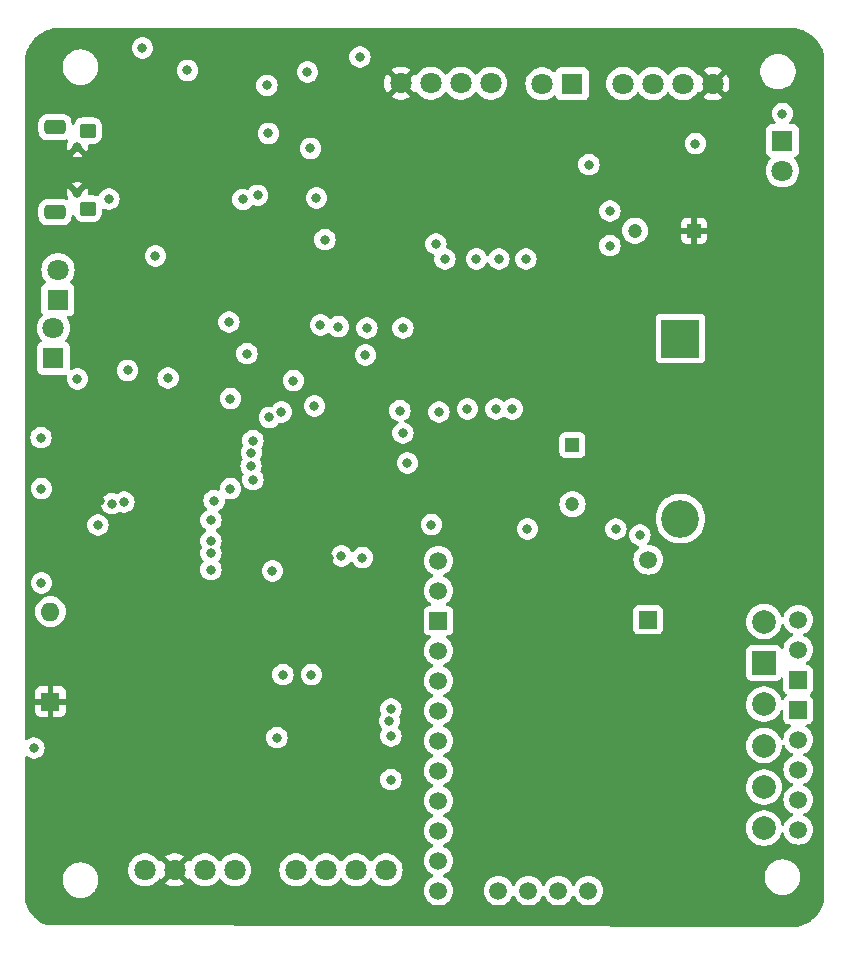
<source format=gbr>
%TF.GenerationSoftware,KiCad,Pcbnew,7.0.1-0*%
%TF.CreationDate,2023-10-30T18:15:43-04:00*%
%TF.ProjectId,WaveWise_Buoy,57617665-5769-4736-955f-42756f792e6b,rev?*%
%TF.SameCoordinates,Original*%
%TF.FileFunction,Copper,L2,Inr*%
%TF.FilePolarity,Positive*%
%FSLAX46Y46*%
G04 Gerber Fmt 4.6, Leading zero omitted, Abs format (unit mm)*
G04 Created by KiCad (PCBNEW 7.0.1-0) date 2023-10-30 18:15:43*
%MOMM*%
%LPD*%
G01*
G04 APERTURE LIST*
G04 Aperture macros list*
%AMRoundRect*
0 Rectangle with rounded corners*
0 $1 Rounding radius*
0 $2 $3 $4 $5 $6 $7 $8 $9 X,Y pos of 4 corners*
0 Add a 4 corners polygon primitive as box body*
4,1,4,$2,$3,$4,$5,$6,$7,$8,$9,$2,$3,0*
0 Add four circle primitives for the rounded corners*
1,1,$1+$1,$2,$3*
1,1,$1+$1,$4,$5*
1,1,$1+$1,$6,$7*
1,1,$1+$1,$8,$9*
0 Add four rect primitives between the rounded corners*
20,1,$1+$1,$2,$3,$4,$5,0*
20,1,$1+$1,$4,$5,$6,$7,0*
20,1,$1+$1,$6,$7,$8,$9,0*
20,1,$1+$1,$8,$9,$2,$3,0*%
G04 Aperture macros list end*
%TA.AperFunction,ComponentPad*%
%ADD10C,1.800000*%
%TD*%
%TA.AperFunction,ComponentPad*%
%ADD11C,0.800000*%
%TD*%
%TA.AperFunction,ComponentPad*%
%ADD12RoundRect,0.312500X-0.587500X0.312500X-0.587500X-0.312500X0.587500X-0.312500X0.587500X0.312500X0*%
%TD*%
%TA.AperFunction,ComponentPad*%
%ADD13RoundRect,0.312500X-0.387500X0.312500X-0.387500X-0.312500X0.387500X-0.312500X0.387500X0.312500X0*%
%TD*%
%TA.AperFunction,ComponentPad*%
%ADD14R,1.800000X1.800000*%
%TD*%
%TA.AperFunction,ComponentPad*%
%ADD15C,2.000000*%
%TD*%
%TA.AperFunction,ComponentPad*%
%ADD16C,1.500000*%
%TD*%
%TA.AperFunction,ComponentPad*%
%ADD17R,1.500000X1.500000*%
%TD*%
%TA.AperFunction,ComponentPad*%
%ADD18R,2.000000X2.000000*%
%TD*%
%TA.AperFunction,ComponentPad*%
%ADD19C,1.200000*%
%TD*%
%TA.AperFunction,ComponentPad*%
%ADD20R,1.200000X1.200000*%
%TD*%
%TA.AperFunction,ComponentPad*%
%ADD21R,1.600000X1.600000*%
%TD*%
%TA.AperFunction,ComponentPad*%
%ADD22O,1.600000X1.600000*%
%TD*%
%TA.AperFunction,ComponentPad*%
%ADD23R,3.200000X3.200000*%
%TD*%
%TA.AperFunction,ComponentPad*%
%ADD24O,3.200000X3.200000*%
%TD*%
%TA.AperFunction,ViaPad*%
%ADD25C,0.800000*%
%TD*%
G04 APERTURE END LIST*
D10*
%TO.N,+5V*%
%TO.C,J6*%
X166060000Y-54700000D03*
%TO.N,uC_TX*%
X168600000Y-54700000D03*
%TO.N,uC_RX*%
X171140000Y-54700000D03*
%TO.N,GND*%
X173680000Y-54700000D03*
%TD*%
D11*
%TO.N,+5V*%
%TO.C,J3*%
X138684000Y-60071000D03*
X138684000Y-63971000D03*
D12*
%TO.N,GND*%
X136784000Y-58421000D03*
D13*
X139584000Y-58721000D03*
X139584000Y-65321000D03*
D12*
X136784000Y-65621000D03*
%TD*%
D14*
%TO.N,Net-(D1-K)*%
%TO.C,D1*%
X136652000Y-77983000D03*
D10*
%TO.N,Net-(D1-A)*%
X136652000Y-75443000D03*
%TD*%
%TO.N,+5V*%
%TO.C,J5*%
X192480000Y-54730000D03*
%TO.N,uC_TX*%
X189940000Y-54730000D03*
%TO.N,uC_RX*%
X187400000Y-54730000D03*
%TO.N,SCK0*%
X184860000Y-54730000D03*
%TD*%
D14*
%TO.N,Net-(D2-K)*%
%TO.C,D2*%
X137033000Y-73030000D03*
D10*
%TO.N,Net-(D2-A)*%
X137033000Y-70490000D03*
%TD*%
D15*
%TO.N,+BATT*%
%TO.C,U2*%
X196810300Y-100280800D03*
D16*
X199705900Y-100128400D03*
X199705900Y-102668400D03*
D15*
%TO.N,Net-(J4-Pin_4)*%
X196810300Y-107280800D03*
D16*
X199705900Y-110288400D03*
D15*
%TO.N,Net-(J4-Pin_3)*%
X196810300Y-110780800D03*
D16*
X199705900Y-112828400D03*
D15*
%TO.N,Net-(J4-Pin_2)*%
X196810300Y-114280800D03*
D16*
X199705900Y-115368400D03*
D15*
%TO.N,Net-(J4-Pin_1)*%
X196810300Y-117780800D03*
D16*
X199705900Y-117908400D03*
%TO.N,BEMF*%
X181951300Y-123064600D03*
%TO.N,STALL*%
X179411300Y-123064600D03*
%TO.N,unconnected-(U2-BIN2-Pad8)*%
X176871300Y-123064600D03*
%TO.N,unconnected-(U2-BIN1-Pad9)*%
X174331300Y-123064600D03*
%TO.N,~MTR_FAULT*%
X169251300Y-123064600D03*
%TO.N,~MTR_RST*%
X169251300Y-120524600D03*
%TO.N,~SLP*%
X169251300Y-117984600D03*
%TO.N,SCS*%
X169251300Y-115444600D03*
%TO.N,CLK*%
X169251300Y-112904600D03*
%TO.N,MOSI1*%
X169251300Y-110364600D03*
%TO.N,MISO1*%
X169251300Y-107824600D03*
%TO.N,unconnected-(U2-DIR-Pad17)*%
X169251300Y-105284600D03*
%TO.N,unconnected-(U2-STEP-Pad18)*%
X169251300Y-102744600D03*
%TO.N,unconnected-(U2-ICREF-Pad19)*%
X169251300Y-97664600D03*
%TO.N,unconnected-(U2-V5(OUT)-Pad20)*%
X169251300Y-95124600D03*
%TO.N,unconnected-(U2-VM-Pad21)*%
X187005900Y-95048400D03*
D17*
%TO.N,GND*%
X169251300Y-100204600D03*
X187005900Y-100128400D03*
D18*
X196810300Y-103780800D03*
D17*
X199705900Y-105208400D03*
X199705900Y-107748400D03*
%TD*%
D10*
%TO.N,EXTGPIO3*%
%TO.C,J10*%
X157180000Y-121300000D03*
%TO.N,EXTGPIO4*%
X159720000Y-121300000D03*
%TO.N,EXTGPIO5*%
X162260000Y-121300000D03*
%TO.N,GND*%
X164800000Y-121300000D03*
%TD*%
D14*
%TO.N,RESET*%
%TO.C,J8*%
X180560000Y-54750000D03*
D10*
%TO.N,GND*%
X178020000Y-54750000D03*
%TD*%
D19*
%TO.N,GND*%
%TO.C,C3*%
X185884500Y-67183000D03*
D20*
%TO.N,+5V*%
X190884500Y-67183000D03*
%TD*%
D19*
%TO.N,GND*%
%TO.C,C6*%
X180594000Y-90340500D03*
D20*
%TO.N,+BATT*%
X180594000Y-85340500D03*
%TD*%
D21*
%TO.N,+5V*%
%TO.C,D3*%
X136398000Y-107061000D03*
D22*
%TO.N,Net-(D3-A)*%
X136398000Y-99441000D03*
%TD*%
D23*
%TO.N,Net-(D4-K)*%
%TO.C,D4*%
X189738000Y-76327000D03*
D24*
%TO.N,GND*%
X189738000Y-91567000D03*
%TD*%
D14*
%TO.N,BUTTON*%
%TO.C,J7*%
X198374000Y-59563000D03*
D10*
%TO.N,GND*%
X198374000Y-62103000D03*
%TD*%
%TO.N,+3V3*%
%TO.C,J9*%
X144380000Y-121300000D03*
%TO.N,+5V*%
X146920000Y-121300000D03*
%TO.N,EXTGPIO1*%
X149460000Y-121300000D03*
%TO.N,EXTGPIO2*%
X152000000Y-121300000D03*
%TD*%
D25*
%TO.N,+3V3*%
X135001000Y-110998000D03*
X145286949Y-69343051D03*
X135598500Y-84709000D03*
%TO.N,GND*%
X151511000Y-74930000D03*
X163195000Y-75438000D03*
X162597000Y-52478500D03*
X161036000Y-94742000D03*
X142621000Y-90170000D03*
X176657000Y-69596000D03*
X159639000Y-67945000D03*
X147992000Y-53621500D03*
X158496000Y-104775000D03*
X198374000Y-57277000D03*
X174117000Y-82296000D03*
X171704000Y-82296000D03*
X142925800Y-79019400D03*
X172466000Y-69596000D03*
X174371000Y-69596000D03*
X158152000Y-53748500D03*
X144182000Y-51716500D03*
X146354800Y-79654400D03*
X156083000Y-104775000D03*
X184277000Y-92456000D03*
X158914000Y-64416500D03*
X138684000Y-79756000D03*
X176784000Y-92456000D03*
X160782000Y-75311000D03*
X156972000Y-79883000D03*
X141351000Y-64516000D03*
X155194000Y-96012000D03*
X166238701Y-75433701D03*
X183769000Y-65532000D03*
X183769000Y-68453000D03*
X152691000Y-64543500D03*
X158750000Y-82042000D03*
X163068000Y-77724000D03*
X175514000Y-82296000D03*
X168656000Y-92075000D03*
X186309000Y-92964000D03*
X135636000Y-97028000D03*
%TO.N,+5V*%
X157607000Y-75184000D03*
X143129000Y-68326000D03*
X200152000Y-64516000D03*
X193675000Y-65913000D03*
X139827000Y-68199000D03*
X161417000Y-77851000D03*
X160020000Y-94869000D03*
X140589000Y-90043000D03*
X143840200Y-92407100D03*
X146126200Y-74152800D03*
X166471600Y-70967600D03*
X141732000Y-60706000D03*
X162560000Y-82550000D03*
X144178500Y-79611701D03*
%TO.N,RESET*%
X151638000Y-89027000D03*
X140411200Y-92102300D03*
X169037000Y-68326000D03*
X154940000Y-82999500D03*
%TO.N,BEMF*%
X153378500Y-87122000D03*
%TO.N,STALL*%
X153543000Y-88265000D03*
%TO.N,~SLP*%
X153416000Y-85979000D03*
%TO.N,SCS*%
X165227000Y-113665000D03*
X153543000Y-84963000D03*
%TO.N,CLK*%
X155956000Y-82550000D03*
X155575000Y-110109000D03*
X165227000Y-109982000D03*
X159258000Y-75184000D03*
X150252500Y-90043000D03*
%TO.N,SD_CMD*%
X154850000Y-58955500D03*
X154723000Y-54891500D03*
%TO.N,SD_DAT0*%
X158406000Y-60225500D03*
X153936605Y-64195330D03*
%TO.N,uC_RX*%
X135636000Y-89027000D03*
X166243000Y-84328000D03*
%TO.N,SCK0*%
X165989000Y-82423000D03*
X181991000Y-61595000D03*
%TO.N,BUTTON*%
X162814000Y-94869000D03*
X191008000Y-59817000D03*
%TO.N,EXTGPIO1*%
X149987000Y-91694000D03*
%TO.N,EXTGPIO2*%
X149987000Y-93472000D03*
%TO.N,uC_TX*%
X169799000Y-69596000D03*
X169291000Y-82550000D03*
%TO.N,MOSI1*%
X151638000Y-81407000D03*
X165100000Y-108712000D03*
X153035000Y-77597000D03*
%TO.N,MISO1*%
X165227000Y-107696000D03*
%TO.N,EXTGPIO3*%
X149987000Y-94488000D03*
%TO.N,EXTGPIO4*%
X149987000Y-95885000D03*
%TO.N,Net-(U5-RXD)*%
X166624000Y-86868000D03*
X141605000Y-90297000D03*
%TD*%
%TA.AperFunction,Conductor*%
%TO.N,+5V*%
G36*
X199407154Y-50033266D02*
G01*
X199426294Y-50034791D01*
X199475065Y-50042515D01*
X199476233Y-50042707D01*
X199635322Y-50069737D01*
X199646611Y-50072203D01*
X199795635Y-50112134D01*
X199797761Y-50112725D01*
X199949174Y-50156347D01*
X199959260Y-50159729D01*
X200104710Y-50215562D01*
X200107599Y-50216714D01*
X200251768Y-50276430D01*
X200260594Y-50280500D01*
X200400064Y-50351565D01*
X200403748Y-50353521D01*
X200493848Y-50403316D01*
X200539548Y-50428574D01*
X200547061Y-50433081D01*
X200678754Y-50518604D01*
X200682947Y-50521452D01*
X200809147Y-50610996D01*
X200815428Y-50615759D01*
X200937567Y-50714665D01*
X200942158Y-50718571D01*
X201057424Y-50821579D01*
X201062478Y-50826358D01*
X201173640Y-50937520D01*
X201178419Y-50942574D01*
X201281427Y-51057840D01*
X201285333Y-51062431D01*
X201384239Y-51184570D01*
X201389002Y-51190851D01*
X201478546Y-51317051D01*
X201481409Y-51321266D01*
X201566907Y-51452921D01*
X201571430Y-51460460D01*
X201646477Y-51596250D01*
X201648433Y-51599934D01*
X201719498Y-51739404D01*
X201723575Y-51748247D01*
X201783259Y-51892337D01*
X201784462Y-51895353D01*
X201840265Y-52040727D01*
X201843655Y-52050836D01*
X201887258Y-52202185D01*
X201887879Y-52204419D01*
X201925775Y-52345846D01*
X201930000Y-52377940D01*
X201930000Y-123830754D01*
X201925775Y-123862847D01*
X201887958Y-124003985D01*
X201887337Y-124006220D01*
X201843634Y-124157915D01*
X201840244Y-124168024D01*
X201784568Y-124313069D01*
X201783365Y-124316085D01*
X201723532Y-124460535D01*
X201719456Y-124469376D01*
X201648574Y-124608491D01*
X201646617Y-124612178D01*
X201571358Y-124748349D01*
X201566825Y-124755903D01*
X201481567Y-124887190D01*
X201478701Y-124891411D01*
X201388887Y-125017991D01*
X201384124Y-125024270D01*
X201285519Y-125146038D01*
X201281612Y-125150630D01*
X201178263Y-125266277D01*
X201173486Y-125271331D01*
X201062662Y-125382156D01*
X201057607Y-125386935D01*
X200941918Y-125490320D01*
X200937328Y-125494225D01*
X200815628Y-125592778D01*
X200809346Y-125597543D01*
X200682633Y-125687450D01*
X200678414Y-125690315D01*
X200547296Y-125775465D01*
X200539742Y-125779997D01*
X200403305Y-125855404D01*
X200399618Y-125857362D01*
X200260794Y-125928096D01*
X200251952Y-125932172D01*
X200107038Y-125992198D01*
X200104022Y-125993401D01*
X199959477Y-126048886D01*
X199949368Y-126052276D01*
X199796798Y-126096231D01*
X199794562Y-126096852D01*
X199772863Y-126102666D01*
X199740538Y-126106891D01*
X136077249Y-125987448D01*
X136030029Y-125978009D01*
X135919486Y-125932220D01*
X135910644Y-125928144D01*
X135771451Y-125857222D01*
X135767764Y-125855264D01*
X135631676Y-125780050D01*
X135624123Y-125775519D01*
X135525137Y-125711238D01*
X135492764Y-125690214D01*
X135488549Y-125687352D01*
X135362056Y-125597601D01*
X135355776Y-125592837D01*
X135233871Y-125494121D01*
X135229293Y-125490226D01*
X135113791Y-125387007D01*
X135108737Y-125382229D01*
X134997769Y-125271261D01*
X134992991Y-125266207D01*
X134889767Y-125150699D01*
X134885877Y-125146127D01*
X134787161Y-125024222D01*
X134782397Y-125017942D01*
X134692646Y-124891449D01*
X134689799Y-124887257D01*
X134604475Y-124755869D01*
X134599948Y-124748322D01*
X134524734Y-124612234D01*
X134522776Y-124608547D01*
X134522747Y-124608491D01*
X134451850Y-124469347D01*
X134447784Y-124460527D01*
X134387926Y-124316018D01*
X134386802Y-124313198D01*
X134331064Y-124167995D01*
X134327688Y-124157927D01*
X134283964Y-124006161D01*
X134283390Y-124004092D01*
X134243532Y-123855337D01*
X134241065Y-123844044D01*
X134240752Y-123842203D01*
X134239000Y-123821433D01*
X134239000Y-122298335D01*
X137437500Y-122298335D01*
X137478429Y-122543615D01*
X137518308Y-122659778D01*
X137559172Y-122778810D01*
X137677526Y-122997509D01*
X137677529Y-122997514D01*
X137763652Y-123108164D01*
X137830262Y-123193744D01*
X138013215Y-123362164D01*
X138221393Y-123498173D01*
X138449119Y-123598063D01*
X138690179Y-123659108D01*
X138764480Y-123665264D01*
X138875927Y-123674500D01*
X138875933Y-123674500D01*
X139000067Y-123674500D01*
X139000073Y-123674500D01*
X139101387Y-123666104D01*
X139185821Y-123659108D01*
X139426881Y-123598063D01*
X139654607Y-123498173D01*
X139862785Y-123362164D01*
X140045738Y-123193744D01*
X140146255Y-123064600D01*
X167996022Y-123064600D01*
X168015092Y-123282574D01*
X168071725Y-123493931D01*
X168093682Y-123541017D01*
X168164198Y-123692239D01*
X168289702Y-123871477D01*
X168444423Y-124026198D01*
X168623661Y-124151702D01*
X168821970Y-124244175D01*
X169033323Y-124300807D01*
X169251300Y-124319877D01*
X169469277Y-124300807D01*
X169680630Y-124244175D01*
X169878939Y-124151702D01*
X170058177Y-124026198D01*
X170212898Y-123871477D01*
X170338402Y-123692239D01*
X170430875Y-123493930D01*
X170487507Y-123282577D01*
X170506577Y-123064600D01*
X173076022Y-123064600D01*
X173095092Y-123282574D01*
X173151725Y-123493931D01*
X173173682Y-123541017D01*
X173244198Y-123692239D01*
X173369702Y-123871477D01*
X173524423Y-124026198D01*
X173703661Y-124151702D01*
X173901970Y-124244175D01*
X174113323Y-124300807D01*
X174331300Y-124319877D01*
X174549277Y-124300807D01*
X174760630Y-124244175D01*
X174958939Y-124151702D01*
X175138177Y-124026198D01*
X175292898Y-123871477D01*
X175418402Y-123692239D01*
X175488917Y-123541017D01*
X175534675Y-123488841D01*
X175601300Y-123469422D01*
X175667925Y-123488841D01*
X175713682Y-123541017D01*
X175784198Y-123692239D01*
X175909702Y-123871477D01*
X176064423Y-124026198D01*
X176243661Y-124151702D01*
X176441970Y-124244175D01*
X176653323Y-124300807D01*
X176871300Y-124319877D01*
X177089277Y-124300807D01*
X177300630Y-124244175D01*
X177498939Y-124151702D01*
X177678177Y-124026198D01*
X177832898Y-123871477D01*
X177958402Y-123692239D01*
X178028917Y-123541017D01*
X178074675Y-123488841D01*
X178141300Y-123469422D01*
X178207925Y-123488841D01*
X178253682Y-123541017D01*
X178324198Y-123692239D01*
X178449702Y-123871477D01*
X178604423Y-124026198D01*
X178783661Y-124151702D01*
X178981970Y-124244175D01*
X179193323Y-124300807D01*
X179411300Y-124319877D01*
X179629277Y-124300807D01*
X179840630Y-124244175D01*
X180038939Y-124151702D01*
X180218177Y-124026198D01*
X180372898Y-123871477D01*
X180498402Y-123692239D01*
X180568917Y-123541017D01*
X180614675Y-123488841D01*
X180681300Y-123469422D01*
X180747925Y-123488841D01*
X180793682Y-123541017D01*
X180864198Y-123692239D01*
X180989702Y-123871477D01*
X181144423Y-124026198D01*
X181323661Y-124151702D01*
X181521970Y-124244175D01*
X181733323Y-124300807D01*
X181951300Y-124319877D01*
X182169277Y-124300807D01*
X182380630Y-124244175D01*
X182578939Y-124151702D01*
X182758177Y-124026198D01*
X182912898Y-123871477D01*
X183038402Y-123692239D01*
X183130875Y-123493930D01*
X183187507Y-123282577D01*
X183206577Y-123064600D01*
X183187507Y-122846623D01*
X183130875Y-122635270D01*
X183038402Y-122436962D01*
X182912898Y-122257723D01*
X182758177Y-122103002D01*
X182674392Y-122044335D01*
X196873500Y-122044335D01*
X196914429Y-122289615D01*
X196978432Y-122476048D01*
X196995172Y-122524810D01*
X197069577Y-122662298D01*
X197113529Y-122743514D01*
X197193783Y-122846623D01*
X197266262Y-122939744D01*
X197449215Y-123108164D01*
X197657393Y-123244173D01*
X197885119Y-123344063D01*
X198126179Y-123405108D01*
X198200480Y-123411264D01*
X198311927Y-123420500D01*
X198311933Y-123420500D01*
X198436067Y-123420500D01*
X198436073Y-123420500D01*
X198537387Y-123412104D01*
X198621821Y-123405108D01*
X198862881Y-123344063D01*
X199090607Y-123244173D01*
X199298785Y-123108164D01*
X199481738Y-122939744D01*
X199634474Y-122743509D01*
X199752828Y-122524810D01*
X199833571Y-122289614D01*
X199874500Y-122044335D01*
X199874500Y-121795665D01*
X199833571Y-121550386D01*
X199752828Y-121315190D01*
X199634474Y-121096491D01*
X199634471Y-121096487D01*
X199634470Y-121096485D01*
X199481740Y-120900259D01*
X199481738Y-120900256D01*
X199298785Y-120731836D01*
X199090607Y-120595827D01*
X199090604Y-120595825D01*
X198965523Y-120540960D01*
X198862881Y-120495937D01*
X198621821Y-120434892D01*
X198621819Y-120434891D01*
X198621816Y-120434891D01*
X198436073Y-120419500D01*
X198436067Y-120419500D01*
X198311933Y-120419500D01*
X198311927Y-120419500D01*
X198126183Y-120434891D01*
X198126179Y-120434891D01*
X198126179Y-120434892D01*
X197885119Y-120495937D01*
X197885116Y-120495938D01*
X197885117Y-120495938D01*
X197657395Y-120595825D01*
X197603325Y-120631151D01*
X197449215Y-120731836D01*
X197437551Y-120742574D01*
X197266259Y-120900259D01*
X197113529Y-121096485D01*
X197042513Y-121227710D01*
X197003393Y-121300000D01*
X196995170Y-121315194D01*
X196914429Y-121550384D01*
X196873500Y-121795665D01*
X196873500Y-122044335D01*
X182674392Y-122044335D01*
X182578939Y-121977498D01*
X182487505Y-121934861D01*
X182380631Y-121885025D01*
X182169274Y-121828392D01*
X181951300Y-121809322D01*
X181733325Y-121828392D01*
X181521968Y-121885025D01*
X181323661Y-121977498D01*
X181144422Y-122103002D01*
X180989702Y-122257722D01*
X180864198Y-122436961D01*
X180793682Y-122588183D01*
X180747925Y-122640359D01*
X180681300Y-122659778D01*
X180614675Y-122640359D01*
X180568918Y-122588183D01*
X180516824Y-122476468D01*
X180498402Y-122436962D01*
X180372898Y-122257723D01*
X180218177Y-122103002D01*
X180038939Y-121977498D01*
X179947505Y-121934861D01*
X179840631Y-121885025D01*
X179629274Y-121828392D01*
X179411300Y-121809322D01*
X179193325Y-121828392D01*
X178981968Y-121885025D01*
X178783661Y-121977498D01*
X178604422Y-122103002D01*
X178449702Y-122257722D01*
X178324198Y-122436961D01*
X178253682Y-122588183D01*
X178207925Y-122640359D01*
X178141300Y-122659778D01*
X178074675Y-122640359D01*
X178028918Y-122588183D01*
X177976824Y-122476468D01*
X177958402Y-122436962D01*
X177832898Y-122257723D01*
X177678177Y-122103002D01*
X177498939Y-121977498D01*
X177407505Y-121934861D01*
X177300631Y-121885025D01*
X177089274Y-121828392D01*
X176871300Y-121809322D01*
X176653325Y-121828392D01*
X176441968Y-121885025D01*
X176243661Y-121977498D01*
X176064422Y-122103002D01*
X175909702Y-122257722D01*
X175784198Y-122436961D01*
X175713682Y-122588183D01*
X175667925Y-122640359D01*
X175601300Y-122659778D01*
X175534675Y-122640359D01*
X175488918Y-122588183D01*
X175436824Y-122476468D01*
X175418402Y-122436962D01*
X175292898Y-122257723D01*
X175138177Y-122103002D01*
X174958939Y-121977498D01*
X174867505Y-121934861D01*
X174760631Y-121885025D01*
X174549274Y-121828392D01*
X174331300Y-121809322D01*
X174113325Y-121828392D01*
X173901968Y-121885025D01*
X173703661Y-121977498D01*
X173524422Y-122103002D01*
X173369702Y-122257722D01*
X173244198Y-122436961D01*
X173151725Y-122635268D01*
X173095092Y-122846625D01*
X173076022Y-123064600D01*
X170506577Y-123064600D01*
X170487507Y-122846623D01*
X170430875Y-122635270D01*
X170338402Y-122436962D01*
X170212898Y-122257723D01*
X170058177Y-122103002D01*
X169878939Y-121977498D01*
X169836642Y-121957774D01*
X169727717Y-121906981D01*
X169675541Y-121861224D01*
X169656122Y-121794598D01*
X169675542Y-121727973D01*
X169727716Y-121682218D01*
X169878939Y-121611702D01*
X170058177Y-121486198D01*
X170212898Y-121331477D01*
X170338402Y-121152239D01*
X170430875Y-120953930D01*
X170487507Y-120742577D01*
X170506577Y-120524600D01*
X170504069Y-120495938D01*
X170487507Y-120306625D01*
X170487507Y-120306623D01*
X170430875Y-120095270D01*
X170338402Y-119896962D01*
X170212898Y-119717723D01*
X170058177Y-119563002D01*
X169878939Y-119437498D01*
X169836642Y-119417774D01*
X169727717Y-119366981D01*
X169675541Y-119321224D01*
X169656122Y-119254598D01*
X169675542Y-119187973D01*
X169727716Y-119142218D01*
X169878939Y-119071702D01*
X170058177Y-118946198D01*
X170212898Y-118791477D01*
X170338402Y-118612239D01*
X170430875Y-118413930D01*
X170487507Y-118202577D01*
X170506577Y-117984600D01*
X170488747Y-117780800D01*
X195304656Y-117780800D01*
X195325191Y-118028616D01*
X195325191Y-118028619D01*
X195325192Y-118028621D01*
X195386237Y-118269681D01*
X195416086Y-118337730D01*
X195486125Y-118497404D01*
X195486127Y-118497407D01*
X195622136Y-118705585D01*
X195790556Y-118888538D01*
X195790559Y-118888540D01*
X195986785Y-119041270D01*
X195986787Y-119041271D01*
X195986791Y-119041274D01*
X196205490Y-119159628D01*
X196440686Y-119240371D01*
X196685965Y-119281300D01*
X196934635Y-119281300D01*
X197179914Y-119240371D01*
X197415110Y-119159628D01*
X197633809Y-119041274D01*
X197830044Y-118888538D01*
X197998464Y-118705585D01*
X198134473Y-118497407D01*
X198234363Y-118269681D01*
X198250545Y-118205776D01*
X198282107Y-118149510D01*
X198337666Y-118116714D01*
X198402182Y-118116269D01*
X198458189Y-118148296D01*
X198490525Y-118204125D01*
X198526325Y-118337730D01*
X198618798Y-118536039D01*
X198744302Y-118715277D01*
X198899023Y-118869998D01*
X199078261Y-118995502D01*
X199276570Y-119087975D01*
X199487923Y-119144607D01*
X199705900Y-119163677D01*
X199923877Y-119144607D01*
X200135230Y-119087975D01*
X200333539Y-118995502D01*
X200512777Y-118869998D01*
X200667498Y-118715277D01*
X200793002Y-118536039D01*
X200885475Y-118337730D01*
X200942107Y-118126377D01*
X200961177Y-117908400D01*
X200942107Y-117690423D01*
X200885475Y-117479070D01*
X200793002Y-117280762D01*
X200667498Y-117101523D01*
X200512777Y-116946802D01*
X200333539Y-116821298D01*
X200182317Y-116750782D01*
X200130141Y-116705025D01*
X200110722Y-116638400D01*
X200130141Y-116571775D01*
X200182317Y-116526018D01*
X200194523Y-116520326D01*
X200333539Y-116455502D01*
X200512777Y-116329998D01*
X200667498Y-116175277D01*
X200793002Y-115996039D01*
X200885475Y-115797730D01*
X200942107Y-115586377D01*
X200961177Y-115368400D01*
X200942107Y-115150423D01*
X200885475Y-114939070D01*
X200793002Y-114740762D01*
X200667498Y-114561523D01*
X200512777Y-114406802D01*
X200333539Y-114281298D01*
X200182317Y-114210782D01*
X200130141Y-114165025D01*
X200110722Y-114098400D01*
X200130141Y-114031775D01*
X200182317Y-113986018D01*
X200185224Y-113984662D01*
X200333539Y-113915502D01*
X200512777Y-113789998D01*
X200667498Y-113635277D01*
X200793002Y-113456039D01*
X200885475Y-113257730D01*
X200942107Y-113046377D01*
X200961177Y-112828400D01*
X200942107Y-112610423D01*
X200885475Y-112399070D01*
X200793002Y-112200762D01*
X200667498Y-112021523D01*
X200512777Y-111866802D01*
X200333539Y-111741298D01*
X200182317Y-111670782D01*
X200130141Y-111625025D01*
X200110722Y-111558400D01*
X200130141Y-111491775D01*
X200182317Y-111446018D01*
X200185224Y-111444662D01*
X200333539Y-111375502D01*
X200512777Y-111249998D01*
X200667498Y-111095277D01*
X200793002Y-110916039D01*
X200885475Y-110717730D01*
X200942107Y-110506377D01*
X200961177Y-110288400D01*
X200942107Y-110070423D01*
X200885475Y-109859070D01*
X200793002Y-109660762D01*
X200667498Y-109481523D01*
X200512777Y-109326802D01*
X200366635Y-109224472D01*
X200326310Y-109177257D01*
X200313930Y-109116409D01*
X200332602Y-109057189D01*
X200377644Y-109014446D01*
X200437759Y-108998899D01*
X200503772Y-108998899D01*
X200563383Y-108992491D01*
X200698231Y-108942196D01*
X200813446Y-108855946D01*
X200899696Y-108740731D01*
X200949991Y-108605883D01*
X200956400Y-108546273D01*
X200956399Y-106950528D01*
X200949991Y-106890917D01*
X200899696Y-106756069D01*
X200813446Y-106640854D01*
X200813443Y-106640852D01*
X200729038Y-106577666D01*
X200692465Y-106533903D01*
X200679349Y-106478398D01*
X200692465Y-106422894D01*
X200729034Y-106379136D01*
X200813446Y-106315946D01*
X200899696Y-106200731D01*
X200949991Y-106065883D01*
X200956400Y-106006273D01*
X200956399Y-104410528D01*
X200949991Y-104350917D01*
X200899696Y-104216069D01*
X200813446Y-104100854D01*
X200698231Y-104014604D01*
X200563383Y-103964309D01*
X200503773Y-103957900D01*
X200503769Y-103957900D01*
X200437761Y-103957900D01*
X200377645Y-103942353D01*
X200332603Y-103899610D01*
X200313931Y-103840390D01*
X200326311Y-103779542D01*
X200366636Y-103732326D01*
X200512777Y-103629998D01*
X200667498Y-103475277D01*
X200793002Y-103296039D01*
X200885475Y-103097730D01*
X200942107Y-102886377D01*
X200961177Y-102668400D01*
X200942107Y-102450423D01*
X200885475Y-102239070D01*
X200793002Y-102040762D01*
X200667498Y-101861523D01*
X200512777Y-101706802D01*
X200333539Y-101581298D01*
X200291242Y-101561574D01*
X200182317Y-101510781D01*
X200130141Y-101465024D01*
X200110722Y-101398398D01*
X200130142Y-101331773D01*
X200182316Y-101286018D01*
X200333539Y-101215502D01*
X200512777Y-101089998D01*
X200667498Y-100935277D01*
X200793002Y-100756039D01*
X200885475Y-100557730D01*
X200942107Y-100346377D01*
X200961177Y-100128400D01*
X200942107Y-99910423D01*
X200885475Y-99699070D01*
X200793002Y-99500762D01*
X200667498Y-99321523D01*
X200512777Y-99166802D01*
X200333539Y-99041298D01*
X200233185Y-98994502D01*
X200135231Y-98948825D01*
X199923874Y-98892192D01*
X199705900Y-98873122D01*
X199487925Y-98892192D01*
X199276568Y-98948825D01*
X199078261Y-99041298D01*
X198899022Y-99166802D01*
X198744302Y-99321522D01*
X198618798Y-99500761D01*
X198526325Y-99699068D01*
X198487296Y-99844724D01*
X198454960Y-99900553D01*
X198398953Y-99932580D01*
X198334437Y-99932135D01*
X198278878Y-99899339D01*
X198247316Y-99843072D01*
X198234363Y-99791919D01*
X198134473Y-99564193D01*
X197998464Y-99356015D01*
X197830044Y-99173062D01*
X197807912Y-99155836D01*
X197633814Y-99020329D01*
X197633810Y-99020326D01*
X197633809Y-99020326D01*
X197415110Y-98901972D01*
X197415106Y-98901970D01*
X197415105Y-98901970D01*
X197179915Y-98821229D01*
X196934635Y-98780300D01*
X196685965Y-98780300D01*
X196440684Y-98821229D01*
X196205494Y-98901970D01*
X196205490Y-98901971D01*
X196205490Y-98901972D01*
X196145191Y-98934604D01*
X195986785Y-99020329D01*
X195790559Y-99173059D01*
X195790556Y-99173061D01*
X195790556Y-99173062D01*
X195645597Y-99330530D01*
X195622137Y-99356014D01*
X195486125Y-99564195D01*
X195440729Y-99667689D01*
X195386237Y-99791919D01*
X195350617Y-99932580D01*
X195325191Y-100032983D01*
X195304656Y-100280799D01*
X195325191Y-100528616D01*
X195325191Y-100528619D01*
X195325192Y-100528621D01*
X195386237Y-100769681D01*
X195386238Y-100769683D01*
X195486125Y-100997404D01*
X195486127Y-100997407D01*
X195622136Y-101205585D01*
X195790556Y-101388538D01*
X195803222Y-101398396D01*
X195986785Y-101541270D01*
X195986787Y-101541271D01*
X195986791Y-101541274D01*
X196205490Y-101659628D01*
X196440686Y-101740371D01*
X196685965Y-101781300D01*
X196934635Y-101781300D01*
X197179914Y-101740371D01*
X197415110Y-101659628D01*
X197633809Y-101541274D01*
X197830044Y-101388538D01*
X197998464Y-101205585D01*
X198134473Y-100997407D01*
X198234363Y-100769681D01*
X198286999Y-100561823D01*
X198318560Y-100505559D01*
X198374117Y-100472763D01*
X198438631Y-100472315D01*
X198494637Y-100504338D01*
X198520268Y-100548584D01*
X198521740Y-100547898D01*
X198526325Y-100557730D01*
X198618798Y-100756039D01*
X198744302Y-100935277D01*
X198899023Y-101089998D01*
X199078261Y-101215502D01*
X199177137Y-101261608D01*
X199229482Y-101286018D01*
X199281658Y-101331775D01*
X199301077Y-101398400D01*
X199281658Y-101465025D01*
X199229482Y-101510782D01*
X199078261Y-101581298D01*
X198899022Y-101706802D01*
X198744302Y-101861522D01*
X198618798Y-102040761D01*
X198526325Y-102239068D01*
X198469692Y-102450425D01*
X198468523Y-102463788D01*
X198449416Y-102519855D01*
X198406483Y-102560661D01*
X198349519Y-102576897D01*
X198291523Y-102564858D01*
X198245728Y-102527291D01*
X198245229Y-102526625D01*
X198167846Y-102423254D01*
X198052631Y-102337004D01*
X197917783Y-102286709D01*
X197858173Y-102280300D01*
X197858169Y-102280300D01*
X195762430Y-102280300D01*
X195702815Y-102286709D01*
X195567969Y-102337004D01*
X195452754Y-102423254D01*
X195366504Y-102538468D01*
X195316209Y-102673316D01*
X195309800Y-102732930D01*
X195309800Y-104828669D01*
X195312660Y-104855268D01*
X195316209Y-104888283D01*
X195366504Y-105023131D01*
X195452754Y-105138346D01*
X195567969Y-105224596D01*
X195702817Y-105274891D01*
X195762427Y-105281300D01*
X197858172Y-105281299D01*
X197917783Y-105274891D01*
X198052631Y-105224596D01*
X198167846Y-105138346D01*
X198232134Y-105052467D01*
X198279888Y-105013985D01*
X198340246Y-105003095D01*
X198398439Y-105022463D01*
X198440232Y-105067352D01*
X198455400Y-105126779D01*
X198455400Y-106006269D01*
X198456912Y-106020329D01*
X198461809Y-106065883D01*
X198512104Y-106200731D01*
X198598354Y-106315946D01*
X198682758Y-106379131D01*
X198682760Y-106379132D01*
X198719334Y-106422894D01*
X198732450Y-106478398D01*
X198719334Y-106533903D01*
X198682762Y-106577665D01*
X198598354Y-106640852D01*
X198512103Y-106756071D01*
X198480120Y-106841819D01*
X198444434Y-106892805D01*
X198388472Y-106920033D01*
X198326330Y-106916643D01*
X198273661Y-106883489D01*
X198243734Y-106828925D01*
X198234363Y-106791919D01*
X198134473Y-106564193D01*
X197998464Y-106356015D01*
X197830044Y-106173062D01*
X197725224Y-106091477D01*
X197633814Y-106020329D01*
X197633810Y-106020326D01*
X197633809Y-106020326D01*
X197415110Y-105901972D01*
X197415106Y-105901970D01*
X197415105Y-105901970D01*
X197179915Y-105821229D01*
X196934635Y-105780300D01*
X196685965Y-105780300D01*
X196440684Y-105821229D01*
X196205494Y-105901970D01*
X195986785Y-106020329D01*
X195790559Y-106173059D01*
X195790556Y-106173061D01*
X195790556Y-106173062D01*
X195723233Y-106246194D01*
X195622137Y-106356014D01*
X195486125Y-106564195D01*
X195410109Y-106737497D01*
X195386237Y-106791919D01*
X195353794Y-106920033D01*
X195325191Y-107032983D01*
X195304656Y-107280799D01*
X195325191Y-107528616D01*
X195325191Y-107528619D01*
X195325192Y-107528621D01*
X195386237Y-107769681D01*
X195410327Y-107824600D01*
X195486125Y-107997404D01*
X195486127Y-107997407D01*
X195622136Y-108205585D01*
X195790556Y-108388538D01*
X195790559Y-108388540D01*
X195986785Y-108541270D01*
X195986787Y-108541271D01*
X195986791Y-108541274D01*
X196205490Y-108659628D01*
X196440686Y-108740371D01*
X196685965Y-108781300D01*
X196934635Y-108781300D01*
X197179914Y-108740371D01*
X197415110Y-108659628D01*
X197633809Y-108541274D01*
X197830044Y-108388538D01*
X197998464Y-108205585D01*
X198134473Y-107997407D01*
X198217845Y-107807337D01*
X198260183Y-107755640D01*
X198323204Y-107733420D01*
X198388606Y-107747133D01*
X198437394Y-107792797D01*
X198455400Y-107857149D01*
X198455400Y-108546269D01*
X198461809Y-108605884D01*
X198481855Y-108659629D01*
X198512104Y-108740731D01*
X198598354Y-108855946D01*
X198713569Y-108942196D01*
X198848417Y-108992491D01*
X198908027Y-108998900D01*
X198974039Y-108998899D01*
X199034153Y-109014445D01*
X199079195Y-109057188D01*
X199097868Y-109116408D01*
X199085489Y-109177256D01*
X199045162Y-109224473D01*
X198899023Y-109326801D01*
X198744302Y-109481522D01*
X198618798Y-109660761D01*
X198526325Y-109859068D01*
X198469692Y-110070425D01*
X198456673Y-110219235D01*
X198434392Y-110280017D01*
X198384515Y-110321287D01*
X198320636Y-110331795D01*
X198260167Y-110308679D01*
X198219589Y-110258238D01*
X198134474Y-110064195D01*
X198134473Y-110064193D01*
X197998464Y-109856015D01*
X197830044Y-109673062D01*
X197807912Y-109655836D01*
X197633814Y-109520329D01*
X197633810Y-109520326D01*
X197633809Y-109520326D01*
X197415110Y-109401972D01*
X197415106Y-109401970D01*
X197415105Y-109401970D01*
X197179915Y-109321229D01*
X196934635Y-109280300D01*
X196685965Y-109280300D01*
X196440684Y-109321229D01*
X196205494Y-109401970D01*
X195986785Y-109520329D01*
X195790559Y-109673059D01*
X195790556Y-109673061D01*
X195790556Y-109673062D01*
X195622136Y-109856015D01*
X195620140Y-109859070D01*
X195486125Y-110064195D01*
X195418119Y-110219235D01*
X195386237Y-110291919D01*
X195325192Y-110532979D01*
X195325191Y-110532983D01*
X195304656Y-110780800D01*
X195325191Y-111028616D01*
X195325191Y-111028619D01*
X195325192Y-111028621D01*
X195386237Y-111269681D01*
X195411026Y-111326194D01*
X195486125Y-111497404D01*
X195486127Y-111497407D01*
X195622136Y-111705585D01*
X195790556Y-111888538D01*
X195855967Y-111939449D01*
X195986785Y-112041270D01*
X195986787Y-112041271D01*
X195986791Y-112041274D01*
X196205490Y-112159628D01*
X196440686Y-112240371D01*
X196685965Y-112281300D01*
X196934635Y-112281300D01*
X197179914Y-112240371D01*
X197415110Y-112159628D01*
X197633809Y-112041274D01*
X197830044Y-111888538D01*
X197998464Y-111705585D01*
X198134473Y-111497407D01*
X198234363Y-111269681D01*
X198295408Y-111028621D01*
X198313554Y-110809622D01*
X198335295Y-110749112D01*
X198384417Y-110707625D01*
X198447711Y-110696314D01*
X198508161Y-110718222D01*
X198549513Y-110767457D01*
X198618798Y-110916039D01*
X198744302Y-111095277D01*
X198899023Y-111249998D01*
X199078261Y-111375502D01*
X199177137Y-111421608D01*
X199229482Y-111446018D01*
X199281658Y-111491775D01*
X199301077Y-111558400D01*
X199281658Y-111625025D01*
X199229482Y-111670782D01*
X199078261Y-111741298D01*
X198899022Y-111866802D01*
X198744302Y-112021522D01*
X198618798Y-112200761D01*
X198526325Y-112399068D01*
X198469692Y-112610425D01*
X198450622Y-112828399D01*
X198469692Y-113046374D01*
X198469693Y-113046377D01*
X198526325Y-113257730D01*
X198618798Y-113456039D01*
X198744302Y-113635277D01*
X198899023Y-113789998D01*
X199078261Y-113915502D01*
X199177137Y-113961608D01*
X199229482Y-113986018D01*
X199281658Y-114031775D01*
X199301077Y-114098400D01*
X199281658Y-114165025D01*
X199229482Y-114210782D01*
X199078261Y-114281298D01*
X198899022Y-114406802D01*
X198744302Y-114561522D01*
X198618798Y-114740761D01*
X198526325Y-114939068D01*
X198469692Y-115150425D01*
X198450622Y-115368400D01*
X198469692Y-115586374D01*
X198521922Y-115781300D01*
X198526325Y-115797730D01*
X198618798Y-115996039D01*
X198744302Y-116175277D01*
X198899023Y-116329998D01*
X199078261Y-116455502D01*
X199177137Y-116501608D01*
X199229482Y-116526018D01*
X199281658Y-116571775D01*
X199301077Y-116638400D01*
X199281658Y-116705025D01*
X199229482Y-116750782D01*
X199078261Y-116821298D01*
X198899022Y-116946802D01*
X198744302Y-117101522D01*
X198618798Y-117280761D01*
X198526323Y-117479073D01*
X198523748Y-117488682D01*
X198491410Y-117544509D01*
X198435404Y-117576533D01*
X198370889Y-117576087D01*
X198315332Y-117543290D01*
X198283770Y-117487025D01*
X198234363Y-117291919D01*
X198134473Y-117064193D01*
X197998464Y-116856015D01*
X197830044Y-116673062D01*
X197766594Y-116623677D01*
X197633814Y-116520329D01*
X197633810Y-116520326D01*
X197633809Y-116520326D01*
X197415110Y-116401972D01*
X197415106Y-116401970D01*
X197415105Y-116401970D01*
X197179915Y-116321229D01*
X196934635Y-116280300D01*
X196685965Y-116280300D01*
X196440684Y-116321229D01*
X196205494Y-116401970D01*
X196205490Y-116401971D01*
X196205490Y-116401972D01*
X196197681Y-116406198D01*
X195986785Y-116520329D01*
X195790559Y-116673059D01*
X195622137Y-116856014D01*
X195486125Y-117064195D01*
X195386238Y-117291917D01*
X195325191Y-117532983D01*
X195304656Y-117780800D01*
X170488747Y-117780800D01*
X170487507Y-117766623D01*
X170430875Y-117555270D01*
X170338402Y-117356962D01*
X170212898Y-117177723D01*
X170058177Y-117023002D01*
X169878939Y-116897498D01*
X169727717Y-116826982D01*
X169675541Y-116781225D01*
X169656122Y-116714600D01*
X169675541Y-116647975D01*
X169727717Y-116602218D01*
X169730624Y-116600862D01*
X169878939Y-116531702D01*
X170058177Y-116406198D01*
X170212898Y-116251477D01*
X170338402Y-116072239D01*
X170430875Y-115873930D01*
X170487507Y-115662577D01*
X170506577Y-115444600D01*
X170487507Y-115226623D01*
X170430875Y-115015270D01*
X170338402Y-114816962D01*
X170212898Y-114637723D01*
X170058177Y-114483002D01*
X169878939Y-114357498D01*
X169727717Y-114286982D01*
X169720667Y-114280799D01*
X195304656Y-114280799D01*
X195325191Y-114528616D01*
X195325191Y-114528619D01*
X195325192Y-114528621D01*
X195386237Y-114769681D01*
X195431260Y-114872323D01*
X195486125Y-114997404D01*
X195486127Y-114997407D01*
X195622136Y-115205585D01*
X195790556Y-115388538D01*
X195790559Y-115388540D01*
X195986785Y-115541270D01*
X195986787Y-115541271D01*
X195986791Y-115541274D01*
X196205490Y-115659628D01*
X196440686Y-115740371D01*
X196685965Y-115781300D01*
X196934635Y-115781300D01*
X197179914Y-115740371D01*
X197415110Y-115659628D01*
X197633809Y-115541274D01*
X197830044Y-115388538D01*
X197998464Y-115205585D01*
X198134473Y-114997407D01*
X198234363Y-114769681D01*
X198295408Y-114528621D01*
X198315943Y-114280800D01*
X198295408Y-114032979D01*
X198234363Y-113791919D01*
X198134473Y-113564193D01*
X197998464Y-113356015D01*
X197830044Y-113173062D01*
X197765177Y-113122574D01*
X197633814Y-113020329D01*
X197633810Y-113020326D01*
X197633809Y-113020326D01*
X197415110Y-112901972D01*
X197415106Y-112901970D01*
X197415105Y-112901970D01*
X197179915Y-112821229D01*
X196934635Y-112780300D01*
X196685965Y-112780300D01*
X196440684Y-112821229D01*
X196205494Y-112901970D01*
X195986785Y-113020329D01*
X195790559Y-113173059D01*
X195790556Y-113173061D01*
X195790556Y-113173062D01*
X195676725Y-113296716D01*
X195622137Y-113356014D01*
X195486125Y-113564195D01*
X195421522Y-113711477D01*
X195386237Y-113791919D01*
X195337084Y-113986018D01*
X195325191Y-114032983D01*
X195304656Y-114280799D01*
X169720667Y-114280799D01*
X169675541Y-114241225D01*
X169656122Y-114174600D01*
X169675541Y-114107975D01*
X169727717Y-114062218D01*
X169730624Y-114060862D01*
X169878939Y-113991702D01*
X170058177Y-113866198D01*
X170212898Y-113711477D01*
X170338402Y-113532239D01*
X170430875Y-113333930D01*
X170487507Y-113122577D01*
X170506577Y-112904600D01*
X170487507Y-112686623D01*
X170430875Y-112475270D01*
X170338402Y-112276962D01*
X170212898Y-112097723D01*
X170058177Y-111943002D01*
X169878939Y-111817498D01*
X169727717Y-111746982D01*
X169675541Y-111701225D01*
X169656122Y-111634600D01*
X169675541Y-111567975D01*
X169727717Y-111522218D01*
X169730624Y-111520862D01*
X169878939Y-111451702D01*
X170058177Y-111326198D01*
X170212898Y-111171477D01*
X170338402Y-110992239D01*
X170430875Y-110793930D01*
X170487507Y-110582577D01*
X170506577Y-110364600D01*
X170487507Y-110146623D01*
X170430875Y-109935270D01*
X170338402Y-109736962D01*
X170212898Y-109557723D01*
X170058177Y-109403002D01*
X169878939Y-109277498D01*
X169727717Y-109206982D01*
X169675541Y-109161225D01*
X169656122Y-109094600D01*
X169675541Y-109027975D01*
X169727717Y-108982218D01*
X169730624Y-108980862D01*
X169878939Y-108911702D01*
X170058177Y-108786198D01*
X170212898Y-108631477D01*
X170338402Y-108452239D01*
X170430875Y-108253930D01*
X170487507Y-108042577D01*
X170506577Y-107824600D01*
X170487507Y-107606623D01*
X170430875Y-107395270D01*
X170338402Y-107196962D01*
X170212898Y-107017723D01*
X170058177Y-106863002D01*
X169878939Y-106737498D01*
X169727717Y-106666982D01*
X169675541Y-106621225D01*
X169656122Y-106554600D01*
X169675541Y-106487975D01*
X169727717Y-106442218D01*
X169769157Y-106422894D01*
X169878939Y-106371702D01*
X170058177Y-106246198D01*
X170212898Y-106091477D01*
X170338402Y-105912239D01*
X170430875Y-105713930D01*
X170487507Y-105502577D01*
X170506577Y-105284600D01*
X170487507Y-105066623D01*
X170430875Y-104855270D01*
X170338402Y-104656962D01*
X170212898Y-104477723D01*
X170058177Y-104323002D01*
X169878939Y-104197498D01*
X169727717Y-104126982D01*
X169675541Y-104081225D01*
X169656122Y-104014600D01*
X169675541Y-103947975D01*
X169727717Y-103902218D01*
X169733312Y-103899609D01*
X169878939Y-103831702D01*
X170058177Y-103706198D01*
X170212898Y-103551477D01*
X170338402Y-103372239D01*
X170430875Y-103173930D01*
X170487507Y-102962577D01*
X170506577Y-102744600D01*
X170487507Y-102526623D01*
X170430875Y-102315270D01*
X170338402Y-102116962D01*
X170212898Y-101937723D01*
X170058177Y-101783002D01*
X169912035Y-101680672D01*
X169871710Y-101633457D01*
X169859330Y-101572609D01*
X169878002Y-101513389D01*
X169923044Y-101470646D01*
X169983159Y-101455099D01*
X170049172Y-101455099D01*
X170108783Y-101448691D01*
X170243631Y-101398396D01*
X170358846Y-101312146D01*
X170445096Y-101196931D01*
X170495391Y-101062083D01*
X170501800Y-101002473D01*
X170501800Y-100926269D01*
X185755400Y-100926269D01*
X185761809Y-100985884D01*
X185786956Y-101053306D01*
X185812104Y-101120731D01*
X185898354Y-101235946D01*
X186013569Y-101322196D01*
X186148417Y-101372491D01*
X186208027Y-101378900D01*
X187803772Y-101378899D01*
X187863383Y-101372491D01*
X187998231Y-101322196D01*
X188113446Y-101235946D01*
X188199696Y-101120731D01*
X188249991Y-100985883D01*
X188256400Y-100926273D01*
X188256399Y-99330528D01*
X188249991Y-99270917D01*
X188199696Y-99136069D01*
X188113446Y-99020854D01*
X187998231Y-98934604D01*
X187863383Y-98884309D01*
X187803773Y-98877900D01*
X187803769Y-98877900D01*
X186208030Y-98877900D01*
X186148415Y-98884309D01*
X186013569Y-98934604D01*
X185898354Y-99020854D01*
X185812104Y-99136068D01*
X185761809Y-99270916D01*
X185755400Y-99330530D01*
X185755400Y-100926269D01*
X170501800Y-100926269D01*
X170501799Y-99406728D01*
X170495391Y-99347117D01*
X170445096Y-99212269D01*
X170358846Y-99097054D01*
X170243631Y-99010804D01*
X170108783Y-98960509D01*
X170049173Y-98954100D01*
X170049169Y-98954100D01*
X169983161Y-98954100D01*
X169923045Y-98938553D01*
X169878003Y-98895810D01*
X169859331Y-98836590D01*
X169871711Y-98775742D01*
X169912036Y-98728526D01*
X170058177Y-98626198D01*
X170212898Y-98471477D01*
X170338402Y-98292239D01*
X170430875Y-98093930D01*
X170487507Y-97882577D01*
X170506577Y-97664600D01*
X170487507Y-97446623D01*
X170430875Y-97235270D01*
X170338402Y-97036962D01*
X170212898Y-96857723D01*
X170058177Y-96703002D01*
X169878939Y-96577498D01*
X169727717Y-96506982D01*
X169675541Y-96461225D01*
X169656122Y-96394600D01*
X169675541Y-96327975D01*
X169727717Y-96282218D01*
X169730624Y-96280862D01*
X169878939Y-96211702D01*
X170058177Y-96086198D01*
X170212898Y-95931477D01*
X170338402Y-95752239D01*
X170430875Y-95553930D01*
X170487507Y-95342577D01*
X170506577Y-95124600D01*
X170487507Y-94906623D01*
X170430875Y-94695270D01*
X170338402Y-94496962D01*
X170212898Y-94317723D01*
X170058177Y-94163002D01*
X169878939Y-94037498D01*
X169754903Y-93979659D01*
X169680631Y-93945025D01*
X169469274Y-93888392D01*
X169251300Y-93869322D01*
X169033325Y-93888392D01*
X168821968Y-93945025D01*
X168623661Y-94037498D01*
X168444422Y-94163002D01*
X168289702Y-94317722D01*
X168164198Y-94496961D01*
X168071725Y-94695268D01*
X168015092Y-94906625D01*
X167996022Y-95124600D01*
X168015092Y-95342574D01*
X168071725Y-95553931D01*
X168121561Y-95660805D01*
X168164198Y-95752239D01*
X168289702Y-95931477D01*
X168444423Y-96086198D01*
X168623661Y-96211702D01*
X168712834Y-96253284D01*
X168774882Y-96282218D01*
X168827058Y-96327975D01*
X168846477Y-96394600D01*
X168827058Y-96461225D01*
X168774882Y-96506982D01*
X168623661Y-96577498D01*
X168444422Y-96703002D01*
X168289702Y-96857722D01*
X168164198Y-97036961D01*
X168071725Y-97235268D01*
X168015092Y-97446625D01*
X167996022Y-97664600D01*
X168015092Y-97882574D01*
X168071725Y-98093931D01*
X168121561Y-98200805D01*
X168164198Y-98292239D01*
X168289702Y-98471477D01*
X168444423Y-98626198D01*
X168590563Y-98728526D01*
X168630889Y-98775742D01*
X168643269Y-98836589D01*
X168624598Y-98895809D01*
X168579557Y-98938552D01*
X168519441Y-98954100D01*
X168453430Y-98954100D01*
X168393815Y-98960509D01*
X168258969Y-99010804D01*
X168143754Y-99097054D01*
X168057504Y-99212268D01*
X168007209Y-99347116D01*
X168000800Y-99406730D01*
X168000800Y-101002469D01*
X168007209Y-101062084D01*
X168029083Y-101120730D01*
X168057504Y-101196931D01*
X168143754Y-101312146D01*
X168258969Y-101398396D01*
X168393817Y-101448691D01*
X168453427Y-101455100D01*
X168519439Y-101455099D01*
X168579553Y-101470645D01*
X168624595Y-101513388D01*
X168643268Y-101572608D01*
X168630889Y-101633456D01*
X168590562Y-101680673D01*
X168444423Y-101783001D01*
X168289702Y-101937722D01*
X168164198Y-102116961D01*
X168071725Y-102315268D01*
X168015092Y-102526625D01*
X167996022Y-102744599D01*
X168015092Y-102962574D01*
X168063291Y-103142456D01*
X168071725Y-103173930D01*
X168164198Y-103372239D01*
X168289702Y-103551477D01*
X168444423Y-103706198D01*
X168623661Y-103831702D01*
X168715442Y-103874500D01*
X168774882Y-103902218D01*
X168827058Y-103947975D01*
X168846477Y-104014600D01*
X168827058Y-104081225D01*
X168774882Y-104126982D01*
X168623661Y-104197498D01*
X168444422Y-104323002D01*
X168289702Y-104477722D01*
X168164198Y-104656961D01*
X168071725Y-104855268D01*
X168015092Y-105066625D01*
X167996022Y-105284600D01*
X168015092Y-105502574D01*
X168061427Y-105675500D01*
X168071725Y-105713930D01*
X168164198Y-105912239D01*
X168289702Y-106091477D01*
X168444423Y-106246198D01*
X168623661Y-106371702D01*
X168689056Y-106402196D01*
X168774882Y-106442218D01*
X168827058Y-106487975D01*
X168846477Y-106554600D01*
X168827058Y-106621225D01*
X168774882Y-106666982D01*
X168623661Y-106737498D01*
X168444422Y-106863002D01*
X168289702Y-107017722D01*
X168164198Y-107196961D01*
X168071725Y-107395268D01*
X168015092Y-107606625D01*
X167996022Y-107824599D01*
X168015092Y-108042574D01*
X168071725Y-108253931D01*
X168090986Y-108295235D01*
X168164198Y-108452239D01*
X168289702Y-108631477D01*
X168444423Y-108786198D01*
X168623661Y-108911702D01*
X168689056Y-108942196D01*
X168774882Y-108982218D01*
X168827058Y-109027975D01*
X168846477Y-109094600D01*
X168827058Y-109161225D01*
X168774882Y-109206982D01*
X168623661Y-109277498D01*
X168444422Y-109403002D01*
X168289702Y-109557722D01*
X168164198Y-109736961D01*
X168071725Y-109935268D01*
X168015092Y-110146625D01*
X167996022Y-110364600D01*
X168015092Y-110582574D01*
X168071725Y-110793931D01*
X168121561Y-110900805D01*
X168164198Y-110992239D01*
X168289702Y-111171477D01*
X168444423Y-111326198D01*
X168623661Y-111451702D01*
X168709598Y-111491775D01*
X168774882Y-111522218D01*
X168827058Y-111567975D01*
X168846477Y-111634600D01*
X168827058Y-111701225D01*
X168774882Y-111746982D01*
X168623661Y-111817498D01*
X168444422Y-111943002D01*
X168289702Y-112097722D01*
X168164198Y-112276961D01*
X168071725Y-112475268D01*
X168015092Y-112686625D01*
X167996022Y-112904599D01*
X168015092Y-113122574D01*
X168061753Y-113296716D01*
X168071725Y-113333930D01*
X168164198Y-113532239D01*
X168289702Y-113711477D01*
X168444423Y-113866198D01*
X168623661Y-113991702D01*
X168712834Y-114033284D01*
X168774882Y-114062218D01*
X168827058Y-114107975D01*
X168846477Y-114174600D01*
X168827058Y-114241225D01*
X168774882Y-114286982D01*
X168623661Y-114357498D01*
X168444422Y-114483002D01*
X168289702Y-114637722D01*
X168164198Y-114816961D01*
X168071725Y-115015268D01*
X168015092Y-115226625D01*
X167996022Y-115444600D01*
X168015092Y-115662574D01*
X168035937Y-115740370D01*
X168071725Y-115873930D01*
X168164198Y-116072239D01*
X168289702Y-116251477D01*
X168444423Y-116406198D01*
X168623661Y-116531702D01*
X168709598Y-116571775D01*
X168774882Y-116602218D01*
X168827058Y-116647975D01*
X168846477Y-116714600D01*
X168827058Y-116781225D01*
X168774882Y-116826982D01*
X168623661Y-116897498D01*
X168444422Y-117023002D01*
X168289702Y-117177722D01*
X168164198Y-117356961D01*
X168071725Y-117555268D01*
X168015092Y-117766625D01*
X167996022Y-117984600D01*
X168015092Y-118202574D01*
X168071725Y-118413931D01*
X168110651Y-118497407D01*
X168164198Y-118612239D01*
X168289702Y-118791477D01*
X168444423Y-118946198D01*
X168623661Y-119071702D01*
X168722537Y-119117808D01*
X168774882Y-119142218D01*
X168827058Y-119187975D01*
X168846477Y-119254600D01*
X168827058Y-119321225D01*
X168774882Y-119366982D01*
X168623661Y-119437498D01*
X168444422Y-119563002D01*
X168289702Y-119717722D01*
X168164198Y-119896961D01*
X168071725Y-120095268D01*
X168015092Y-120306625D01*
X167996022Y-120524599D01*
X168015092Y-120742574D01*
X168043830Y-120849827D01*
X168071725Y-120953930D01*
X168164198Y-121152239D01*
X168289702Y-121331477D01*
X168444423Y-121486198D01*
X168623661Y-121611702D01*
X168713411Y-121653553D01*
X168774882Y-121682218D01*
X168827058Y-121727975D01*
X168846477Y-121794600D01*
X168827058Y-121861225D01*
X168774882Y-121906982D01*
X168623661Y-121977498D01*
X168444422Y-122103002D01*
X168289702Y-122257722D01*
X168164198Y-122436961D01*
X168071725Y-122635268D01*
X168015092Y-122846625D01*
X167996022Y-123064600D01*
X140146255Y-123064600D01*
X140198474Y-122997509D01*
X140316828Y-122778810D01*
X140397571Y-122543614D01*
X140438500Y-122298335D01*
X140438500Y-122049665D01*
X140397571Y-121804386D01*
X140316828Y-121569190D01*
X140198474Y-121350491D01*
X140198471Y-121350487D01*
X140198470Y-121350485D01*
X140159176Y-121300000D01*
X142974699Y-121300000D01*
X142993865Y-121531299D01*
X142993865Y-121531301D01*
X142993866Y-121531305D01*
X143032083Y-121682218D01*
X143050844Y-121756303D01*
X143144076Y-121968849D01*
X143271021Y-122163153D01*
X143428216Y-122333913D01*
X143611374Y-122476470D01*
X143815497Y-122586936D01*
X143925257Y-122624616D01*
X144035015Y-122662297D01*
X144035017Y-122662297D01*
X144035019Y-122662298D01*
X144263951Y-122700500D01*
X144496048Y-122700500D01*
X144496049Y-122700500D01*
X144724981Y-122662298D01*
X144944503Y-122586936D01*
X145148626Y-122476470D01*
X145179614Y-122452351D01*
X146121199Y-122452351D01*
X146151650Y-122476051D01*
X146355700Y-122586477D01*
X146575140Y-122661811D01*
X146803993Y-122700000D01*
X147036007Y-122700000D01*
X147264859Y-122661811D01*
X147484296Y-122586478D01*
X147688353Y-122476048D01*
X147718798Y-122452351D01*
X146920000Y-121653553D01*
X146121199Y-122452351D01*
X145179614Y-122452351D01*
X145331784Y-122333913D01*
X145488979Y-122163153D01*
X145546491Y-122075124D01*
X145591280Y-122033892D01*
X145650298Y-122018947D01*
X145709316Y-122033892D01*
X145754107Y-122075126D01*
X145768812Y-122097633D01*
X146566447Y-121300001D01*
X146566447Y-121300000D01*
X147273553Y-121300000D01*
X148071186Y-122097634D01*
X148085892Y-122075126D01*
X148130683Y-122033892D01*
X148189701Y-122018947D01*
X148248718Y-122033892D01*
X148293508Y-122075123D01*
X148351021Y-122163153D01*
X148508216Y-122333913D01*
X148691374Y-122476470D01*
X148895497Y-122586936D01*
X149005257Y-122624616D01*
X149115015Y-122662297D01*
X149115017Y-122662297D01*
X149115019Y-122662298D01*
X149343951Y-122700500D01*
X149576048Y-122700500D01*
X149576049Y-122700500D01*
X149804981Y-122662298D01*
X150024503Y-122586936D01*
X150228626Y-122476470D01*
X150411784Y-122333913D01*
X150568979Y-122163153D01*
X150626191Y-122075582D01*
X150670982Y-122034349D01*
X150730000Y-122019404D01*
X150789018Y-122034349D01*
X150833808Y-122075582D01*
X150891021Y-122163153D01*
X151048216Y-122333913D01*
X151231374Y-122476470D01*
X151435497Y-122586936D01*
X151545257Y-122624616D01*
X151655015Y-122662297D01*
X151655017Y-122662297D01*
X151655019Y-122662298D01*
X151883951Y-122700500D01*
X152116048Y-122700500D01*
X152116049Y-122700500D01*
X152344981Y-122662298D01*
X152564503Y-122586936D01*
X152768626Y-122476470D01*
X152951784Y-122333913D01*
X153108979Y-122163153D01*
X153235924Y-121968849D01*
X153329157Y-121756300D01*
X153386134Y-121531305D01*
X153405300Y-121300000D01*
X155774699Y-121300000D01*
X155793865Y-121531299D01*
X155793865Y-121531301D01*
X155793866Y-121531305D01*
X155832083Y-121682218D01*
X155850844Y-121756303D01*
X155944076Y-121968849D01*
X156071021Y-122163153D01*
X156228216Y-122333913D01*
X156411374Y-122476470D01*
X156615497Y-122586936D01*
X156725257Y-122624616D01*
X156835015Y-122662297D01*
X156835017Y-122662297D01*
X156835019Y-122662298D01*
X157063951Y-122700500D01*
X157296048Y-122700500D01*
X157296049Y-122700500D01*
X157524981Y-122662298D01*
X157744503Y-122586936D01*
X157948626Y-122476470D01*
X158131784Y-122333913D01*
X158288979Y-122163153D01*
X158346191Y-122075582D01*
X158390982Y-122034349D01*
X158450000Y-122019404D01*
X158509018Y-122034349D01*
X158553808Y-122075582D01*
X158611021Y-122163153D01*
X158768216Y-122333913D01*
X158951374Y-122476470D01*
X159155497Y-122586936D01*
X159265257Y-122624616D01*
X159375015Y-122662297D01*
X159375017Y-122662297D01*
X159375019Y-122662298D01*
X159603951Y-122700500D01*
X159836048Y-122700500D01*
X159836049Y-122700500D01*
X160064981Y-122662298D01*
X160284503Y-122586936D01*
X160488626Y-122476470D01*
X160671784Y-122333913D01*
X160828979Y-122163153D01*
X160886191Y-122075582D01*
X160930982Y-122034349D01*
X160990000Y-122019404D01*
X161049018Y-122034349D01*
X161093808Y-122075582D01*
X161151021Y-122163153D01*
X161308216Y-122333913D01*
X161491374Y-122476470D01*
X161695497Y-122586936D01*
X161805257Y-122624616D01*
X161915015Y-122662297D01*
X161915017Y-122662297D01*
X161915019Y-122662298D01*
X162143951Y-122700500D01*
X162376048Y-122700500D01*
X162376049Y-122700500D01*
X162604981Y-122662298D01*
X162824503Y-122586936D01*
X163028626Y-122476470D01*
X163211784Y-122333913D01*
X163368979Y-122163153D01*
X163426191Y-122075582D01*
X163470982Y-122034349D01*
X163530000Y-122019404D01*
X163589018Y-122034349D01*
X163633808Y-122075582D01*
X163691021Y-122163153D01*
X163848216Y-122333913D01*
X164031374Y-122476470D01*
X164235497Y-122586936D01*
X164345257Y-122624616D01*
X164455015Y-122662297D01*
X164455017Y-122662297D01*
X164455019Y-122662298D01*
X164683951Y-122700500D01*
X164916048Y-122700500D01*
X164916049Y-122700500D01*
X165144981Y-122662298D01*
X165364503Y-122586936D01*
X165568626Y-122476470D01*
X165751784Y-122333913D01*
X165908979Y-122163153D01*
X166035924Y-121968849D01*
X166129157Y-121756300D01*
X166186134Y-121531305D01*
X166205300Y-121300000D01*
X166186134Y-121068695D01*
X166129157Y-120843700D01*
X166035924Y-120631151D01*
X165908979Y-120436847D01*
X165751784Y-120266087D01*
X165568626Y-120123530D01*
X165364503Y-120013064D01*
X165364499Y-120013062D01*
X165364498Y-120013062D01*
X165144984Y-119937702D01*
X164973282Y-119909050D01*
X164916049Y-119899500D01*
X164683951Y-119899500D01*
X164638164Y-119907140D01*
X164455015Y-119937702D01*
X164235501Y-120013062D01*
X164031372Y-120123531D01*
X163848215Y-120266087D01*
X163691018Y-120436849D01*
X163633808Y-120524417D01*
X163589017Y-120565650D01*
X163530000Y-120580595D01*
X163470983Y-120565650D01*
X163426192Y-120524417D01*
X163368981Y-120436849D01*
X163211784Y-120266087D01*
X163059613Y-120147648D01*
X163028626Y-120123530D01*
X162824503Y-120013064D01*
X162824499Y-120013062D01*
X162824498Y-120013062D01*
X162604984Y-119937702D01*
X162433282Y-119909050D01*
X162376049Y-119899500D01*
X162143951Y-119899500D01*
X162098164Y-119907140D01*
X161915015Y-119937702D01*
X161695501Y-120013062D01*
X161491372Y-120123531D01*
X161308215Y-120266087D01*
X161151018Y-120436849D01*
X161093808Y-120524417D01*
X161049017Y-120565650D01*
X160990000Y-120580595D01*
X160930983Y-120565650D01*
X160886192Y-120524417D01*
X160828981Y-120436849D01*
X160671784Y-120266087D01*
X160519613Y-120147648D01*
X160488626Y-120123530D01*
X160284503Y-120013064D01*
X160284499Y-120013062D01*
X160284498Y-120013062D01*
X160064984Y-119937702D01*
X159893282Y-119909050D01*
X159836049Y-119899500D01*
X159603951Y-119899500D01*
X159558164Y-119907140D01*
X159375015Y-119937702D01*
X159155501Y-120013062D01*
X158951372Y-120123531D01*
X158768215Y-120266087D01*
X158611018Y-120436849D01*
X158553808Y-120524417D01*
X158509017Y-120565650D01*
X158450000Y-120580595D01*
X158390983Y-120565650D01*
X158346192Y-120524417D01*
X158288981Y-120436849D01*
X158131784Y-120266087D01*
X157979613Y-120147648D01*
X157948626Y-120123530D01*
X157744503Y-120013064D01*
X157744499Y-120013062D01*
X157744498Y-120013062D01*
X157524984Y-119937702D01*
X157353282Y-119909050D01*
X157296049Y-119899500D01*
X157063951Y-119899500D01*
X157018164Y-119907140D01*
X156835015Y-119937702D01*
X156615501Y-120013062D01*
X156411372Y-120123531D01*
X156228215Y-120266087D01*
X156071020Y-120436848D01*
X155944076Y-120631150D01*
X155850844Y-120843696D01*
X155850842Y-120843700D01*
X155850843Y-120843700D01*
X155822929Y-120953931D01*
X155793865Y-121068700D01*
X155774699Y-121300000D01*
X153405300Y-121300000D01*
X153386134Y-121068695D01*
X153329157Y-120843700D01*
X153235924Y-120631151D01*
X153108979Y-120436847D01*
X152951784Y-120266087D01*
X152768626Y-120123530D01*
X152564503Y-120013064D01*
X152564499Y-120013062D01*
X152564498Y-120013062D01*
X152344984Y-119937702D01*
X152173282Y-119909050D01*
X152116049Y-119899500D01*
X151883951Y-119899500D01*
X151838164Y-119907140D01*
X151655015Y-119937702D01*
X151435501Y-120013062D01*
X151231372Y-120123531D01*
X151048215Y-120266087D01*
X150891018Y-120436849D01*
X150833808Y-120524417D01*
X150789017Y-120565650D01*
X150730000Y-120580595D01*
X150670983Y-120565650D01*
X150626192Y-120524417D01*
X150568981Y-120436849D01*
X150411784Y-120266087D01*
X150259613Y-120147648D01*
X150228626Y-120123530D01*
X150024503Y-120013064D01*
X150024499Y-120013062D01*
X150024498Y-120013062D01*
X149804984Y-119937702D01*
X149633282Y-119909050D01*
X149576049Y-119899500D01*
X149343951Y-119899500D01*
X149298164Y-119907140D01*
X149115015Y-119937702D01*
X148895501Y-120013062D01*
X148691372Y-120123531D01*
X148508215Y-120266087D01*
X148351018Y-120436850D01*
X148293509Y-120524874D01*
X148248718Y-120566107D01*
X148189700Y-120581052D01*
X148130683Y-120566106D01*
X148085892Y-120524873D01*
X148071186Y-120502364D01*
X147273553Y-121300000D01*
X146566447Y-121300000D01*
X145768812Y-120502365D01*
X145754107Y-120524873D01*
X145709316Y-120566107D01*
X145650298Y-120581052D01*
X145591281Y-120566107D01*
X145546489Y-120524873D01*
X145527584Y-120495937D01*
X145488979Y-120436847D01*
X145331784Y-120266087D01*
X145179612Y-120147647D01*
X146121200Y-120147647D01*
X146920000Y-120946447D01*
X146920001Y-120946447D01*
X147718799Y-120147648D01*
X147718799Y-120147647D01*
X147688349Y-120123948D01*
X147484299Y-120013522D01*
X147264859Y-119938188D01*
X147036007Y-119900000D01*
X146803993Y-119900000D01*
X146575140Y-119938188D01*
X146355703Y-120013521D01*
X146151645Y-120123952D01*
X146121200Y-120147646D01*
X146121200Y-120147647D01*
X145179612Y-120147647D01*
X145148626Y-120123530D01*
X144944503Y-120013064D01*
X144944499Y-120013062D01*
X144944498Y-120013062D01*
X144724984Y-119937702D01*
X144553282Y-119909050D01*
X144496049Y-119899500D01*
X144263951Y-119899500D01*
X144218164Y-119907140D01*
X144035015Y-119937702D01*
X143815501Y-120013062D01*
X143611372Y-120123531D01*
X143428215Y-120266087D01*
X143271020Y-120436848D01*
X143144076Y-120631150D01*
X143050844Y-120843696D01*
X143050842Y-120843700D01*
X143050843Y-120843700D01*
X143022929Y-120953931D01*
X142993865Y-121068700D01*
X142974699Y-121300000D01*
X140159176Y-121300000D01*
X140045740Y-121154259D01*
X140045738Y-121154256D01*
X139862785Y-120985836D01*
X139654607Y-120849827D01*
X139654604Y-120849825D01*
X139529523Y-120794960D01*
X139426881Y-120749937D01*
X139185821Y-120688892D01*
X139185819Y-120688891D01*
X139185816Y-120688891D01*
X139000073Y-120673500D01*
X139000067Y-120673500D01*
X138875933Y-120673500D01*
X138875927Y-120673500D01*
X138690183Y-120688891D01*
X138690179Y-120688891D01*
X138690179Y-120688892D01*
X138449119Y-120749937D01*
X138449116Y-120749938D01*
X138449117Y-120749938D01*
X138221395Y-120849825D01*
X138082607Y-120940499D01*
X138013215Y-120985836D01*
X137832457Y-121152236D01*
X137830259Y-121154259D01*
X137677529Y-121350485D01*
X137559170Y-121569194D01*
X137478429Y-121804384D01*
X137437500Y-122049665D01*
X137437500Y-122298335D01*
X134239000Y-122298335D01*
X134239000Y-113664999D01*
X164321540Y-113664999D01*
X164341326Y-113853257D01*
X164399820Y-114033284D01*
X164494466Y-114197216D01*
X164621129Y-114337889D01*
X164774269Y-114449151D01*
X164947197Y-114526144D01*
X165132352Y-114565500D01*
X165132354Y-114565500D01*
X165321646Y-114565500D01*
X165321648Y-114565500D01*
X165445083Y-114539262D01*
X165506803Y-114526144D01*
X165679730Y-114449151D01*
X165805880Y-114357498D01*
X165832870Y-114337889D01*
X165959533Y-114197216D01*
X166054179Y-114033284D01*
X166069537Y-113986018D01*
X166112674Y-113853256D01*
X166132460Y-113665000D01*
X166112674Y-113476744D01*
X166054179Y-113296716D01*
X166054179Y-113296715D01*
X165959533Y-113132783D01*
X165832870Y-112992110D01*
X165679730Y-112880848D01*
X165506802Y-112803855D01*
X165321648Y-112764500D01*
X165321646Y-112764500D01*
X165132354Y-112764500D01*
X165132352Y-112764500D01*
X164947197Y-112803855D01*
X164774269Y-112880848D01*
X164621129Y-112992110D01*
X164494466Y-113132783D01*
X164399820Y-113296715D01*
X164341326Y-113476742D01*
X164321540Y-113664999D01*
X134239000Y-113664999D01*
X134239000Y-111800818D01*
X134257273Y-111736028D01*
X134306705Y-111690333D01*
X134372729Y-111677200D01*
X134435885Y-111700500D01*
X134548269Y-111782151D01*
X134721197Y-111859144D01*
X134906352Y-111898500D01*
X134906354Y-111898500D01*
X135095646Y-111898500D01*
X135095648Y-111898500D01*
X135219083Y-111872262D01*
X135280803Y-111859144D01*
X135453730Y-111782151D01*
X135532358Y-111725025D01*
X135606870Y-111670889D01*
X135609118Y-111668393D01*
X135733533Y-111530216D01*
X135828179Y-111366284D01*
X135886674Y-111186256D01*
X135906460Y-110998000D01*
X135886674Y-110809744D01*
X135828179Y-110629716D01*
X135828179Y-110629715D01*
X135733533Y-110465783D01*
X135606870Y-110325110D01*
X135453730Y-110213848D01*
X135280802Y-110136855D01*
X135149752Y-110109000D01*
X154669540Y-110109000D01*
X154675978Y-110170256D01*
X154689326Y-110297257D01*
X154747820Y-110477284D01*
X154842466Y-110641216D01*
X154969129Y-110781889D01*
X155122269Y-110893151D01*
X155295197Y-110970144D01*
X155480352Y-111009500D01*
X155480354Y-111009500D01*
X155669646Y-111009500D01*
X155669648Y-111009500D01*
X155793084Y-110983262D01*
X155854803Y-110970144D01*
X156027730Y-110893151D01*
X156096559Y-110843144D01*
X156180870Y-110781889D01*
X156307533Y-110641216D01*
X156402179Y-110477284D01*
X156443444Y-110350284D01*
X156460674Y-110297256D01*
X156480460Y-110109000D01*
X156460674Y-109920744D01*
X156402179Y-109740716D01*
X156402179Y-109740715D01*
X156307533Y-109576783D01*
X156180870Y-109436110D01*
X156027730Y-109324848D01*
X155854802Y-109247855D01*
X155669648Y-109208500D01*
X155669646Y-109208500D01*
X155480354Y-109208500D01*
X155480352Y-109208500D01*
X155295197Y-109247855D01*
X155122269Y-109324848D01*
X154969129Y-109436110D01*
X154842466Y-109576783D01*
X154747820Y-109740715D01*
X154689326Y-109920742D01*
X154673594Y-110070425D01*
X154669540Y-110109000D01*
X135149752Y-110109000D01*
X135095648Y-110097500D01*
X135095646Y-110097500D01*
X134906354Y-110097500D01*
X134906352Y-110097500D01*
X134721197Y-110136855D01*
X134548269Y-110213848D01*
X134435885Y-110295500D01*
X134372729Y-110318800D01*
X134306705Y-110305667D01*
X134257273Y-110259972D01*
X134239000Y-110195182D01*
X134239000Y-108711999D01*
X164194540Y-108711999D01*
X164214326Y-108900257D01*
X164272820Y-109080284D01*
X164367464Y-109244213D01*
X164370744Y-109247856D01*
X164456882Y-109343521D01*
X164482662Y-109388173D01*
X164488052Y-109439453D01*
X164472118Y-109488492D01*
X164399820Y-109613715D01*
X164341326Y-109793742D01*
X164321540Y-109981999D01*
X164341326Y-110170257D01*
X164399820Y-110350284D01*
X164494466Y-110514216D01*
X164621129Y-110654889D01*
X164774269Y-110766151D01*
X164947197Y-110843144D01*
X165132352Y-110882500D01*
X165132354Y-110882500D01*
X165321646Y-110882500D01*
X165321648Y-110882500D01*
X165445083Y-110856262D01*
X165506803Y-110843144D01*
X165679730Y-110766151D01*
X165746376Y-110717730D01*
X165832870Y-110654889D01*
X165959533Y-110514216D01*
X166054179Y-110350284D01*
X166062358Y-110325112D01*
X166112674Y-110170256D01*
X166132460Y-109982000D01*
X166112674Y-109793744D01*
X166054179Y-109613716D01*
X166054179Y-109613715D01*
X165959533Y-109449783D01*
X165870118Y-109350478D01*
X165844337Y-109305824D01*
X165838947Y-109254544D01*
X165854878Y-109205511D01*
X165927179Y-109080284D01*
X165985674Y-108900256D01*
X166005460Y-108712000D01*
X165985674Y-108523744D01*
X165930303Y-108353333D01*
X165926945Y-108289234D01*
X165956086Y-108232043D01*
X165959533Y-108228216D01*
X166054179Y-108064284D01*
X166112674Y-107884256D01*
X166132460Y-107696000D01*
X166112674Y-107507744D01*
X166054179Y-107327716D01*
X166054179Y-107327715D01*
X165959533Y-107163783D01*
X165832870Y-107023110D01*
X165679730Y-106911848D01*
X165506802Y-106834855D01*
X165321648Y-106795500D01*
X165321646Y-106795500D01*
X165132354Y-106795500D01*
X165132352Y-106795500D01*
X164947197Y-106834855D01*
X164774269Y-106911848D01*
X164621129Y-107023110D01*
X164494466Y-107163783D01*
X164399820Y-107327715D01*
X164341326Y-107507742D01*
X164321540Y-107696000D01*
X164341326Y-107884257D01*
X164396695Y-108054665D01*
X164400055Y-108118762D01*
X164370917Y-108175952D01*
X164367467Y-108179783D01*
X164272820Y-108343715D01*
X164214326Y-108523742D01*
X164194540Y-108711999D01*
X134239000Y-108711999D01*
X134239000Y-107311000D01*
X135098000Y-107311000D01*
X135098000Y-107908824D01*
X135104402Y-107968375D01*
X135154647Y-108103089D01*
X135240811Y-108218188D01*
X135355910Y-108304352D01*
X135490624Y-108354597D01*
X135550176Y-108361000D01*
X136148000Y-108361000D01*
X136148000Y-107311000D01*
X136648000Y-107311000D01*
X136648000Y-108361000D01*
X137245824Y-108361000D01*
X137305375Y-108354597D01*
X137440089Y-108304352D01*
X137555188Y-108218188D01*
X137641352Y-108103089D01*
X137691597Y-107968375D01*
X137698000Y-107908824D01*
X137698000Y-107311000D01*
X136648000Y-107311000D01*
X136148000Y-107311000D01*
X135098000Y-107311000D01*
X134239000Y-107311000D01*
X134239000Y-106811000D01*
X135098000Y-106811000D01*
X136148000Y-106811000D01*
X136148000Y-105761000D01*
X136648000Y-105761000D01*
X136648000Y-106811000D01*
X137698000Y-106811000D01*
X137698000Y-106213176D01*
X137691597Y-106153624D01*
X137641352Y-106018910D01*
X137555188Y-105903811D01*
X137440089Y-105817647D01*
X137305375Y-105767402D01*
X137245824Y-105761000D01*
X136648000Y-105761000D01*
X136148000Y-105761000D01*
X135550176Y-105761000D01*
X135490624Y-105767402D01*
X135355910Y-105817647D01*
X135240811Y-105903811D01*
X135154647Y-106018910D01*
X135104402Y-106153624D01*
X135098000Y-106213176D01*
X135098000Y-106811000D01*
X134239000Y-106811000D01*
X134239000Y-104774999D01*
X155177540Y-104774999D01*
X155197326Y-104963257D01*
X155255820Y-105143284D01*
X155350466Y-105307216D01*
X155477129Y-105447889D01*
X155630269Y-105559151D01*
X155803197Y-105636144D01*
X155988352Y-105675500D01*
X155988354Y-105675500D01*
X156177646Y-105675500D01*
X156177648Y-105675500D01*
X156301084Y-105649262D01*
X156362803Y-105636144D01*
X156535730Y-105559151D01*
X156688871Y-105447888D01*
X156815533Y-105307216D01*
X156910179Y-105143284D01*
X156968674Y-104963256D01*
X156988460Y-104775000D01*
X156988460Y-104774999D01*
X157590540Y-104774999D01*
X157610326Y-104963257D01*
X157668820Y-105143284D01*
X157763466Y-105307216D01*
X157890129Y-105447889D01*
X158043269Y-105559151D01*
X158216197Y-105636144D01*
X158401352Y-105675500D01*
X158401354Y-105675500D01*
X158590646Y-105675500D01*
X158590648Y-105675500D01*
X158714084Y-105649262D01*
X158775803Y-105636144D01*
X158948730Y-105559151D01*
X159101871Y-105447888D01*
X159228533Y-105307216D01*
X159323179Y-105143284D01*
X159381674Y-104963256D01*
X159401460Y-104775000D01*
X159381674Y-104586744D01*
X159346250Y-104477722D01*
X159323179Y-104406715D01*
X159228533Y-104242783D01*
X159101870Y-104102110D01*
X158948730Y-103990848D01*
X158775802Y-103913855D01*
X158590648Y-103874500D01*
X158590646Y-103874500D01*
X158401354Y-103874500D01*
X158401352Y-103874500D01*
X158216197Y-103913855D01*
X158043269Y-103990848D01*
X157890129Y-104102110D01*
X157763466Y-104242783D01*
X157668820Y-104406715D01*
X157610326Y-104586742D01*
X157590540Y-104774999D01*
X156988460Y-104774999D01*
X156968674Y-104586744D01*
X156933250Y-104477722D01*
X156910179Y-104406715D01*
X156815533Y-104242783D01*
X156688870Y-104102110D01*
X156535730Y-103990848D01*
X156362802Y-103913855D01*
X156177648Y-103874500D01*
X156177646Y-103874500D01*
X155988354Y-103874500D01*
X155988352Y-103874500D01*
X155803197Y-103913855D01*
X155630269Y-103990848D01*
X155477129Y-104102110D01*
X155350466Y-104242783D01*
X155255820Y-104406715D01*
X155197326Y-104586742D01*
X155177540Y-104774999D01*
X134239000Y-104774999D01*
X134239000Y-99441000D01*
X135092531Y-99441000D01*
X135112364Y-99667689D01*
X135171261Y-99887497D01*
X135267432Y-100093735D01*
X135397953Y-100280140D01*
X135558859Y-100441046D01*
X135745264Y-100571567D01*
X135745265Y-100571567D01*
X135745266Y-100571568D01*
X135951504Y-100667739D01*
X136171308Y-100726635D01*
X136398000Y-100746468D01*
X136624692Y-100726635D01*
X136844496Y-100667739D01*
X137050734Y-100571568D01*
X137237139Y-100441047D01*
X137398047Y-100280139D01*
X137528568Y-100093734D01*
X137624739Y-99887496D01*
X137683635Y-99667692D01*
X137703468Y-99441000D01*
X137683635Y-99214308D01*
X137624739Y-98994504D01*
X137528568Y-98788266D01*
X137522990Y-98780300D01*
X137398046Y-98601859D01*
X137237140Y-98440953D01*
X137050735Y-98310432D01*
X136844497Y-98214261D01*
X136624689Y-98155364D01*
X136398000Y-98135531D01*
X136171310Y-98155364D01*
X135951502Y-98214261D01*
X135745264Y-98310432D01*
X135558859Y-98440953D01*
X135397953Y-98601859D01*
X135267432Y-98788264D01*
X135171261Y-98994502D01*
X135112364Y-99214310D01*
X135092531Y-99441000D01*
X134239000Y-99441000D01*
X134239000Y-97028000D01*
X134730540Y-97028000D01*
X134750326Y-97216257D01*
X134808820Y-97396284D01*
X134903466Y-97560216D01*
X135030129Y-97700889D01*
X135183269Y-97812151D01*
X135356197Y-97889144D01*
X135541352Y-97928500D01*
X135541354Y-97928500D01*
X135730646Y-97928500D01*
X135730648Y-97928500D01*
X135854084Y-97902262D01*
X135915803Y-97889144D01*
X136088730Y-97812151D01*
X136241871Y-97700888D01*
X136368533Y-97560216D01*
X136463179Y-97396284D01*
X136521674Y-97216256D01*
X136541460Y-97028000D01*
X136521674Y-96839744D01*
X136463179Y-96659716D01*
X136463179Y-96659715D01*
X136368533Y-96495783D01*
X136241870Y-96355110D01*
X136088730Y-96243848D01*
X135915802Y-96166855D01*
X135730648Y-96127500D01*
X135730646Y-96127500D01*
X135541354Y-96127500D01*
X135541352Y-96127500D01*
X135356197Y-96166855D01*
X135183269Y-96243848D01*
X135030129Y-96355110D01*
X134903466Y-96495783D01*
X134808820Y-96659715D01*
X134750326Y-96839742D01*
X134730540Y-97028000D01*
X134239000Y-97028000D01*
X134239000Y-95885000D01*
X149081540Y-95885000D01*
X149101326Y-96073257D01*
X149159820Y-96253284D01*
X149254466Y-96417216D01*
X149381129Y-96557889D01*
X149534269Y-96669151D01*
X149707197Y-96746144D01*
X149892352Y-96785500D01*
X149892354Y-96785500D01*
X150081646Y-96785500D01*
X150081648Y-96785500D01*
X150205084Y-96759262D01*
X150266803Y-96746144D01*
X150439730Y-96669151D01*
X150565880Y-96577498D01*
X150592870Y-96557889D01*
X150719533Y-96417216D01*
X150814179Y-96253284D01*
X150827690Y-96211702D01*
X150872674Y-96073256D01*
X150879112Y-96011999D01*
X154288540Y-96011999D01*
X154308326Y-96200257D01*
X154366820Y-96380284D01*
X154461466Y-96544216D01*
X154588129Y-96684889D01*
X154741269Y-96796151D01*
X154914197Y-96873144D01*
X155099352Y-96912500D01*
X155099354Y-96912500D01*
X155288646Y-96912500D01*
X155288648Y-96912500D01*
X155412084Y-96886262D01*
X155473803Y-96873144D01*
X155646730Y-96796151D01*
X155799871Y-96684888D01*
X155926533Y-96544216D01*
X156021179Y-96380284D01*
X156079674Y-96200256D01*
X156099460Y-96012000D01*
X156079674Y-95823744D01*
X156038408Y-95696742D01*
X156021179Y-95643715D01*
X155926533Y-95479783D01*
X155799870Y-95339110D01*
X155646730Y-95227848D01*
X155473802Y-95150855D01*
X155288648Y-95111500D01*
X155288646Y-95111500D01*
X155099354Y-95111500D01*
X155099352Y-95111500D01*
X154914197Y-95150855D01*
X154741269Y-95227848D01*
X154588129Y-95339110D01*
X154461466Y-95479783D01*
X154366820Y-95643715D01*
X154308326Y-95823742D01*
X154288540Y-96011999D01*
X150879112Y-96011999D01*
X150892460Y-95885000D01*
X150872674Y-95696744D01*
X150814179Y-95516716D01*
X150814179Y-95516715D01*
X150719533Y-95352783D01*
X150644519Y-95269473D01*
X150616351Y-95216499D01*
X150616351Y-95156501D01*
X150644519Y-95103527D01*
X150719533Y-95020216D01*
X150814179Y-94856284D01*
X150851312Y-94742000D01*
X160130540Y-94742000D01*
X160150326Y-94930257D01*
X160208820Y-95110284D01*
X160303466Y-95274216D01*
X160430129Y-95414889D01*
X160583269Y-95526151D01*
X160756197Y-95603144D01*
X160941352Y-95642500D01*
X160941354Y-95642500D01*
X161130646Y-95642500D01*
X161130648Y-95642500D01*
X161254084Y-95616262D01*
X161315803Y-95603144D01*
X161488730Y-95526151D01*
X161641871Y-95414888D01*
X161768533Y-95274216D01*
X161780950Y-95252708D01*
X161826337Y-95207321D01*
X161888337Y-95190707D01*
X161950338Y-95207320D01*
X161995725Y-95252707D01*
X162081466Y-95401216D01*
X162208129Y-95541889D01*
X162361269Y-95653151D01*
X162534197Y-95730144D01*
X162719352Y-95769500D01*
X162719354Y-95769500D01*
X162908646Y-95769500D01*
X162908648Y-95769500D01*
X163032083Y-95743262D01*
X163093803Y-95730144D01*
X163266730Y-95653151D01*
X163335559Y-95603144D01*
X163419870Y-95541889D01*
X163546533Y-95401216D01*
X163641179Y-95237284D01*
X163657680Y-95186499D01*
X163699674Y-95057256D01*
X163719460Y-94869000D01*
X163699674Y-94680744D01*
X163641179Y-94500716D01*
X163641179Y-94500715D01*
X163546533Y-94336783D01*
X163419870Y-94196110D01*
X163266730Y-94084848D01*
X163093802Y-94007855D01*
X162908648Y-93968500D01*
X162908646Y-93968500D01*
X162719354Y-93968500D01*
X162719352Y-93968500D01*
X162534197Y-94007855D01*
X162361269Y-94084848D01*
X162208129Y-94196110D01*
X162081466Y-94336784D01*
X162069047Y-94358294D01*
X162023659Y-94403680D01*
X161961660Y-94420292D01*
X161899660Y-94403679D01*
X161854274Y-94358292D01*
X161768533Y-94209783D01*
X161641870Y-94069110D01*
X161488730Y-93957848D01*
X161315802Y-93880855D01*
X161130648Y-93841500D01*
X161130646Y-93841500D01*
X160941354Y-93841500D01*
X160941352Y-93841500D01*
X160756197Y-93880855D01*
X160583269Y-93957848D01*
X160430129Y-94069110D01*
X160303466Y-94209783D01*
X160208820Y-94373715D01*
X160150326Y-94553742D01*
X160130540Y-94742000D01*
X150851312Y-94742000D01*
X150872674Y-94676256D01*
X150892460Y-94488000D01*
X150872674Y-94299744D01*
X150814179Y-94119716D01*
X150814179Y-94119715D01*
X150769309Y-94041999D01*
X150752696Y-93979998D01*
X150769309Y-93918000D01*
X150814179Y-93840284D01*
X150872674Y-93660256D01*
X150892460Y-93472000D01*
X150872674Y-93283744D01*
X150822358Y-93128888D01*
X150814179Y-93103715D01*
X150719533Y-92939783D01*
X150592870Y-92799110D01*
X150433495Y-92683318D01*
X150395895Y-92639295D01*
X150382380Y-92583000D01*
X150395895Y-92526705D01*
X150433495Y-92482682D01*
X150592870Y-92366889D01*
X150719533Y-92226216D01*
X150806837Y-92075000D01*
X167750540Y-92075000D01*
X167753409Y-92102299D01*
X167770326Y-92263257D01*
X167828820Y-92443284D01*
X167923466Y-92607216D01*
X168050129Y-92747889D01*
X168203269Y-92859151D01*
X168376197Y-92936144D01*
X168561352Y-92975500D01*
X168561354Y-92975500D01*
X168750646Y-92975500D01*
X168750648Y-92975500D01*
X168874084Y-92949262D01*
X168935803Y-92936144D01*
X169108730Y-92859151D01*
X169191370Y-92799110D01*
X169261870Y-92747889D01*
X169315931Y-92687849D01*
X169388533Y-92607216D01*
X169475838Y-92455999D01*
X175878540Y-92455999D01*
X175898326Y-92644257D01*
X175956820Y-92824284D01*
X176051466Y-92988216D01*
X176178129Y-93128889D01*
X176331269Y-93240151D01*
X176504197Y-93317144D01*
X176689352Y-93356500D01*
X176689354Y-93356500D01*
X176878646Y-93356500D01*
X176878648Y-93356500D01*
X177002084Y-93330262D01*
X177063803Y-93317144D01*
X177236730Y-93240151D01*
X177389871Y-93128888D01*
X177516533Y-92988216D01*
X177611179Y-92824284D01*
X177669674Y-92644256D01*
X177689460Y-92456000D01*
X177689460Y-92455999D01*
X183371540Y-92455999D01*
X183391326Y-92644257D01*
X183449820Y-92824284D01*
X183544466Y-92988216D01*
X183671129Y-93128889D01*
X183824269Y-93240151D01*
X183997197Y-93317144D01*
X184182352Y-93356500D01*
X184182354Y-93356500D01*
X184371646Y-93356500D01*
X184371648Y-93356500D01*
X184495084Y-93330262D01*
X184556803Y-93317144D01*
X184729730Y-93240151D01*
X184882871Y-93128888D01*
X185009533Y-92988216D01*
X185023515Y-92963999D01*
X185403540Y-92963999D01*
X185423326Y-93152257D01*
X185481820Y-93332284D01*
X185576466Y-93496216D01*
X185703129Y-93636889D01*
X185856269Y-93748151D01*
X186029197Y-93825144D01*
X186167192Y-93854476D01*
X186218771Y-93878857D01*
X186253975Y-93923753D01*
X186265350Y-93979659D01*
X186250489Y-94034741D01*
X186212537Y-94077339D01*
X186199022Y-94086802D01*
X186044302Y-94241522D01*
X185918798Y-94420761D01*
X185826325Y-94619068D01*
X185769692Y-94830425D01*
X185750622Y-95048400D01*
X185769692Y-95266374D01*
X185826325Y-95477731D01*
X185844504Y-95516715D01*
X185918798Y-95676039D01*
X186044302Y-95855277D01*
X186199023Y-96009998D01*
X186378261Y-96135502D01*
X186576570Y-96227975D01*
X186787923Y-96284607D01*
X187005900Y-96303677D01*
X187223877Y-96284607D01*
X187435230Y-96227975D01*
X187633539Y-96135502D01*
X187812777Y-96009998D01*
X187967498Y-95855277D01*
X188093002Y-95676039D01*
X188185475Y-95477730D01*
X188242107Y-95266377D01*
X188261177Y-95048400D01*
X188242107Y-94830423D01*
X188185475Y-94619070D01*
X188093002Y-94420762D01*
X187967498Y-94241523D01*
X187812777Y-94086802D01*
X187633539Y-93961298D01*
X187461031Y-93880856D01*
X187435231Y-93868825D01*
X187223874Y-93812192D01*
X187038876Y-93796007D01*
X186975491Y-93771834D01*
X186934311Y-93717925D01*
X186927662Y-93650414D01*
X186957531Y-93589508D01*
X187041533Y-93496216D01*
X187136179Y-93332284D01*
X187194674Y-93152256D01*
X187214460Y-92964000D01*
X187194674Y-92775744D01*
X187148786Y-92634516D01*
X187136179Y-92595715D01*
X187041533Y-92431783D01*
X186914870Y-92291110D01*
X186761730Y-92179848D01*
X186588802Y-92102855D01*
X186403648Y-92063500D01*
X186403646Y-92063500D01*
X186214354Y-92063500D01*
X186214352Y-92063500D01*
X186029197Y-92102855D01*
X185856269Y-92179848D01*
X185703129Y-92291110D01*
X185576466Y-92431783D01*
X185481820Y-92595715D01*
X185423326Y-92775742D01*
X185403540Y-92963999D01*
X185023515Y-92963999D01*
X185104179Y-92824284D01*
X185162674Y-92644256D01*
X185182460Y-92456000D01*
X185162674Y-92267744D01*
X185119553Y-92135031D01*
X185104179Y-92087715D01*
X185009533Y-91923783D01*
X184882870Y-91783110D01*
X184729730Y-91671848D01*
X184556802Y-91594855D01*
X184425748Y-91566999D01*
X187632591Y-91566999D01*
X187652202Y-91853690D01*
X187710665Y-92135031D01*
X187806894Y-92405793D01*
X187939100Y-92660939D01*
X188104806Y-92895692D01*
X188104809Y-92895695D01*
X188104811Y-92895698D01*
X188299086Y-93103715D01*
X188300950Y-93105711D01*
X188434690Y-93214516D01*
X188523853Y-93287055D01*
X188769375Y-93436361D01*
X189032942Y-93550844D01*
X189309642Y-93628371D01*
X189594322Y-93667500D01*
X189881678Y-93667500D01*
X190166358Y-93628371D01*
X190443058Y-93550844D01*
X190706625Y-93436361D01*
X190952147Y-93287055D01*
X191175053Y-93105708D01*
X191371189Y-92895698D01*
X191536901Y-92660936D01*
X191669104Y-92405797D01*
X191765334Y-92135032D01*
X191823798Y-91853686D01*
X191843408Y-91567000D01*
X191841751Y-91542783D01*
X191834789Y-91441000D01*
X191823798Y-91280314D01*
X191765334Y-90998968D01*
X191669104Y-90728203D01*
X191536901Y-90473064D01*
X191536899Y-90473060D01*
X191371193Y-90238307D01*
X191371191Y-90238304D01*
X191371189Y-90238302D01*
X191175053Y-90028292D01*
X191175051Y-90028291D01*
X191175049Y-90028288D01*
X190952148Y-89846946D01*
X190952147Y-89846945D01*
X190710325Y-89699889D01*
X190706622Y-89697637D01*
X190443060Y-89583157D01*
X190443058Y-89583156D01*
X190192127Y-89512849D01*
X190166355Y-89505628D01*
X189881678Y-89466500D01*
X189594322Y-89466500D01*
X189309644Y-89505628D01*
X189118386Y-89559216D01*
X189032942Y-89583156D01*
X189032940Y-89583156D01*
X189032939Y-89583157D01*
X188769377Y-89697637D01*
X188523851Y-89846946D01*
X188300950Y-90028288D01*
X188104806Y-90238307D01*
X187939100Y-90473060D01*
X187806894Y-90728206D01*
X187710665Y-90998968D01*
X187652202Y-91280309D01*
X187632591Y-91566999D01*
X184425748Y-91566999D01*
X184371648Y-91555500D01*
X184371646Y-91555500D01*
X184182354Y-91555500D01*
X184182352Y-91555500D01*
X183997197Y-91594855D01*
X183824269Y-91671848D01*
X183671129Y-91783110D01*
X183544466Y-91923783D01*
X183449820Y-92087715D01*
X183391326Y-92267742D01*
X183371540Y-92455999D01*
X177689460Y-92455999D01*
X177669674Y-92267744D01*
X177626553Y-92135031D01*
X177611179Y-92087715D01*
X177516533Y-91923783D01*
X177389870Y-91783110D01*
X177236730Y-91671848D01*
X177063802Y-91594855D01*
X176878648Y-91555500D01*
X176878646Y-91555500D01*
X176689354Y-91555500D01*
X176689352Y-91555500D01*
X176504197Y-91594855D01*
X176331269Y-91671848D01*
X176178129Y-91783110D01*
X176051466Y-91923783D01*
X175956820Y-92087715D01*
X175898326Y-92267742D01*
X175878540Y-92455999D01*
X169475838Y-92455999D01*
X169483179Y-92443284D01*
X169541674Y-92263256D01*
X169561460Y-92075000D01*
X169541674Y-91886744D01*
X169508001Y-91783110D01*
X169483179Y-91706715D01*
X169388533Y-91542783D01*
X169261870Y-91402110D01*
X169108730Y-91290848D01*
X168935802Y-91213855D01*
X168750648Y-91174500D01*
X168750646Y-91174500D01*
X168561354Y-91174500D01*
X168561352Y-91174500D01*
X168376197Y-91213855D01*
X168203269Y-91290848D01*
X168050129Y-91402110D01*
X167923466Y-91542783D01*
X167828820Y-91706715D01*
X167770326Y-91886742D01*
X167770325Y-91886744D01*
X167770326Y-91886744D01*
X167750540Y-92075000D01*
X150806837Y-92075000D01*
X150814179Y-92062284D01*
X150814178Y-92062284D01*
X150872674Y-91882256D01*
X150892460Y-91694000D01*
X150872674Y-91505744D01*
X150815522Y-91329848D01*
X150814179Y-91325715D01*
X150719533Y-91161783D01*
X150614560Y-91045199D01*
X150586935Y-90994320D01*
X150585420Y-90936446D01*
X150610344Y-90884191D01*
X150656273Y-90848948D01*
X150705230Y-90827151D01*
X150858371Y-90715888D01*
X150985033Y-90575216D01*
X151079679Y-90411284D01*
X151102678Y-90340500D01*
X179488785Y-90340500D01*
X179507602Y-90543583D01*
X179563418Y-90739751D01*
X179654324Y-90922318D01*
X179777236Y-91085080D01*
X179927958Y-91222481D01*
X180101361Y-91329847D01*
X180101363Y-91329848D01*
X180291544Y-91403524D01*
X180492024Y-91441000D01*
X180695974Y-91441000D01*
X180695976Y-91441000D01*
X180896456Y-91403524D01*
X181086637Y-91329848D01*
X181260041Y-91222481D01*
X181410764Y-91085079D01*
X181533673Y-90922321D01*
X181533673Y-90922319D01*
X181533675Y-90922318D01*
X181623124Y-90742678D01*
X181624582Y-90739750D01*
X181680397Y-90543583D01*
X181699215Y-90340500D01*
X181680397Y-90137417D01*
X181624582Y-89941250D01*
X181591280Y-89874370D01*
X181533675Y-89758681D01*
X181410763Y-89595919D01*
X181260041Y-89458518D01*
X181086638Y-89351152D01*
X180896457Y-89277476D01*
X180829629Y-89264983D01*
X180695976Y-89240000D01*
X180492024Y-89240000D01*
X180391783Y-89258738D01*
X180291542Y-89277476D01*
X180101361Y-89351152D01*
X179927958Y-89458518D01*
X179777236Y-89595919D01*
X179654324Y-89758681D01*
X179563418Y-89941248D01*
X179507602Y-90137416D01*
X179488785Y-90340500D01*
X151102678Y-90340500D01*
X151138174Y-90231256D01*
X151157960Y-90043000D01*
X151153504Y-90000608D01*
X151163545Y-89937215D01*
X151203939Y-89887332D01*
X151263863Y-89864329D01*
X151327260Y-89874370D01*
X151358199Y-89888145D01*
X151543352Y-89927500D01*
X151543354Y-89927500D01*
X151732646Y-89927500D01*
X151732648Y-89927500D01*
X151856083Y-89901262D01*
X151917803Y-89888144D01*
X152090730Y-89811151D01*
X152243871Y-89699888D01*
X152370533Y-89559216D01*
X152465179Y-89395284D01*
X152523674Y-89215256D01*
X152543460Y-89027000D01*
X152523674Y-88838744D01*
X152488235Y-88729674D01*
X152484804Y-88680618D01*
X152467446Y-88662643D01*
X152370533Y-88494783D01*
X152243870Y-88354110D01*
X152090730Y-88242848D01*
X151917802Y-88165855D01*
X151732648Y-88126500D01*
X151732646Y-88126500D01*
X151543354Y-88126500D01*
X151543352Y-88126500D01*
X151358197Y-88165855D01*
X151185269Y-88242848D01*
X151032129Y-88354110D01*
X150905466Y-88494783D01*
X150810820Y-88658715D01*
X150752326Y-88838742D01*
X150732540Y-89027000D01*
X150736995Y-89069388D01*
X150726953Y-89132785D01*
X150686559Y-89182667D01*
X150626636Y-89205670D01*
X150563240Y-89195629D01*
X150532303Y-89181855D01*
X150347148Y-89142500D01*
X150347146Y-89142500D01*
X150157854Y-89142500D01*
X150157852Y-89142500D01*
X149972697Y-89181855D01*
X149799769Y-89258848D01*
X149646629Y-89370110D01*
X149519966Y-89510783D01*
X149425320Y-89674715D01*
X149366826Y-89854742D01*
X149347040Y-90043000D01*
X149366826Y-90231257D01*
X149425320Y-90411284D01*
X149519964Y-90575213D01*
X149519967Y-90575216D01*
X149624941Y-90691801D01*
X149652565Y-90742678D01*
X149654080Y-90800552D01*
X149629157Y-90852807D01*
X149583226Y-90888051D01*
X149534269Y-90909848D01*
X149381129Y-91021110D01*
X149254466Y-91161783D01*
X149159820Y-91325715D01*
X149101326Y-91505742D01*
X149094888Y-91566999D01*
X149081540Y-91694000D01*
X149085746Y-91734015D01*
X149101326Y-91882257D01*
X149159820Y-92062284D01*
X149254466Y-92226216D01*
X149381129Y-92366889D01*
X149540504Y-92482681D01*
X149578104Y-92526704D01*
X149591619Y-92582999D01*
X149578104Y-92639293D01*
X149540505Y-92683317D01*
X149381128Y-92799112D01*
X149254466Y-92939783D01*
X149159820Y-93103715D01*
X149101326Y-93283742D01*
X149081540Y-93472000D01*
X149101326Y-93660257D01*
X149159820Y-93840283D01*
X149204690Y-93918001D01*
X149221302Y-93980000D01*
X149204690Y-94041999D01*
X149159820Y-94119716D01*
X149101326Y-94299742D01*
X149081540Y-94488000D01*
X149101326Y-94676257D01*
X149159820Y-94856284D01*
X149254466Y-95020216D01*
X149329481Y-95103528D01*
X149357648Y-95156502D01*
X149357648Y-95216498D01*
X149329481Y-95269472D01*
X149254466Y-95352783D01*
X149159820Y-95516715D01*
X149101326Y-95696742D01*
X149081540Y-95885000D01*
X134239000Y-95885000D01*
X134239000Y-92102300D01*
X139505740Y-92102300D01*
X139509180Y-92135031D01*
X139525526Y-92290557D01*
X139584020Y-92470584D01*
X139678666Y-92634516D01*
X139805329Y-92775189D01*
X139958469Y-92886451D01*
X140131397Y-92963444D01*
X140316552Y-93002800D01*
X140316554Y-93002800D01*
X140505846Y-93002800D01*
X140505848Y-93002800D01*
X140634283Y-92975500D01*
X140691003Y-92963444D01*
X140863930Y-92886451D01*
X140949496Y-92824284D01*
X141017070Y-92775189D01*
X141143733Y-92634516D01*
X141238379Y-92470584D01*
X141250986Y-92431783D01*
X141296874Y-92290556D01*
X141316660Y-92102300D01*
X141296874Y-91914044D01*
X141238379Y-91734016D01*
X141238379Y-91734015D01*
X141143733Y-91570083D01*
X141017070Y-91429410D01*
X140863930Y-91318148D01*
X140691002Y-91241155D01*
X140505848Y-91201800D01*
X140505846Y-91201800D01*
X140316554Y-91201800D01*
X140316552Y-91201800D01*
X140131397Y-91241155D01*
X139958469Y-91318148D01*
X139805329Y-91429410D01*
X139678666Y-91570083D01*
X139584020Y-91734015D01*
X139525526Y-91914042D01*
X139525525Y-91914044D01*
X139525526Y-91914044D01*
X139505740Y-92102300D01*
X134239000Y-92102300D01*
X134239000Y-90297000D01*
X140699540Y-90297000D01*
X140719326Y-90485257D01*
X140777820Y-90665284D01*
X140872466Y-90829216D01*
X140999129Y-90969889D01*
X141152269Y-91081151D01*
X141325197Y-91158144D01*
X141510352Y-91197500D01*
X141510354Y-91197500D01*
X141699646Y-91197500D01*
X141699648Y-91197500D01*
X141823083Y-91171262D01*
X141884803Y-91158144D01*
X142057730Y-91081151D01*
X142150195Y-91013970D01*
X142210119Y-90990968D01*
X142273517Y-91001010D01*
X142341198Y-91031145D01*
X142526352Y-91070500D01*
X142526354Y-91070500D01*
X142715646Y-91070500D01*
X142715648Y-91070500D01*
X142839083Y-91044262D01*
X142900803Y-91031144D01*
X143073730Y-90954151D01*
X143098099Y-90936446D01*
X143226870Y-90842889D01*
X143353533Y-90702216D01*
X143448179Y-90538284D01*
X143448178Y-90538284D01*
X143506674Y-90358256D01*
X143526460Y-90170000D01*
X143506674Y-89981744D01*
X143448179Y-89801716D01*
X143448179Y-89801715D01*
X143353533Y-89637783D01*
X143226870Y-89497110D01*
X143073730Y-89385848D01*
X142900802Y-89308855D01*
X142715648Y-89269500D01*
X142715646Y-89269500D01*
X142526354Y-89269500D01*
X142526352Y-89269500D01*
X142341197Y-89308855D01*
X142168273Y-89385846D01*
X142075804Y-89453029D01*
X142015880Y-89476031D01*
X141952483Y-89465989D01*
X141884802Y-89435855D01*
X141699648Y-89396500D01*
X141699646Y-89396500D01*
X141510354Y-89396500D01*
X141510352Y-89396500D01*
X141325197Y-89435855D01*
X141152269Y-89512848D01*
X140999129Y-89624110D01*
X140872466Y-89764783D01*
X140777820Y-89928715D01*
X140719326Y-90108742D01*
X140699540Y-90297000D01*
X134239000Y-90297000D01*
X134239000Y-89027000D01*
X134730540Y-89027000D01*
X134750326Y-89215257D01*
X134808820Y-89395284D01*
X134903466Y-89559216D01*
X135030129Y-89699889D01*
X135183269Y-89811151D01*
X135356197Y-89888144D01*
X135541352Y-89927500D01*
X135541354Y-89927500D01*
X135730646Y-89927500D01*
X135730648Y-89927500D01*
X135854083Y-89901262D01*
X135915803Y-89888144D01*
X136088730Y-89811151D01*
X136241871Y-89699888D01*
X136368533Y-89559216D01*
X136463179Y-89395284D01*
X136521674Y-89215256D01*
X136541460Y-89027000D01*
X136521674Y-88838744D01*
X136486235Y-88729674D01*
X136463179Y-88658715D01*
X136368533Y-88494783D01*
X136241870Y-88354110D01*
X136088730Y-88242848D01*
X135915802Y-88165855D01*
X135730648Y-88126500D01*
X135730646Y-88126500D01*
X135541354Y-88126500D01*
X135541352Y-88126500D01*
X135356197Y-88165855D01*
X135183269Y-88242848D01*
X135030129Y-88354110D01*
X134903466Y-88494783D01*
X134808820Y-88658715D01*
X134750326Y-88838742D01*
X134730540Y-89027000D01*
X134239000Y-89027000D01*
X134239000Y-87122000D01*
X152473040Y-87122000D01*
X152492826Y-87310257D01*
X152551320Y-87490284D01*
X152645966Y-87654215D01*
X152713553Y-87729278D01*
X152739334Y-87773931D01*
X152744724Y-87825209D01*
X152728792Y-87874247D01*
X152715820Y-87896714D01*
X152657326Y-88076742D01*
X152637540Y-88264999D01*
X152657326Y-88453259D01*
X152692764Y-88562326D01*
X152696194Y-88611380D01*
X152713553Y-88629356D01*
X152810466Y-88797216D01*
X152937129Y-88937889D01*
X153090269Y-89049151D01*
X153263197Y-89126144D01*
X153448352Y-89165500D01*
X153448354Y-89165500D01*
X153637646Y-89165500D01*
X153637648Y-89165500D01*
X153791559Y-89132785D01*
X153822803Y-89126144D01*
X153995730Y-89049151D01*
X154148871Y-88937888D01*
X154275533Y-88797216D01*
X154370179Y-88633284D01*
X154428674Y-88453256D01*
X154448460Y-88265000D01*
X154428674Y-88076744D01*
X154370179Y-87896716D01*
X154370179Y-87896715D01*
X154275535Y-87732786D01*
X154261756Y-87717483D01*
X154207943Y-87657718D01*
X154182164Y-87613065D01*
X154176775Y-87561784D01*
X154192708Y-87512748D01*
X154205679Y-87490284D01*
X154264174Y-87310256D01*
X154283960Y-87122000D01*
X154264174Y-86933744D01*
X154242812Y-86868000D01*
X165718540Y-86868000D01*
X165738326Y-87056257D01*
X165796820Y-87236284D01*
X165891466Y-87400216D01*
X166018129Y-87540889D01*
X166171269Y-87652151D01*
X166344197Y-87729144D01*
X166529352Y-87768500D01*
X166529354Y-87768500D01*
X166718646Y-87768500D01*
X166718648Y-87768500D01*
X166842084Y-87742262D01*
X166903803Y-87729144D01*
X167076730Y-87652151D01*
X167076729Y-87652151D01*
X167229870Y-87540889D01*
X167356533Y-87400216D01*
X167451179Y-87236284D01*
X167488312Y-87122000D01*
X167509674Y-87056256D01*
X167529460Y-86868000D01*
X167509674Y-86679744D01*
X167458087Y-86520975D01*
X167451179Y-86499715D01*
X167356533Y-86335783D01*
X167229870Y-86195110D01*
X167076730Y-86083848D01*
X166903802Y-86006855D01*
X166816831Y-85988369D01*
X179493500Y-85988369D01*
X179499909Y-86047983D01*
X179550204Y-86182831D01*
X179636454Y-86298046D01*
X179751669Y-86384296D01*
X179886517Y-86434591D01*
X179946127Y-86441000D01*
X181241872Y-86440999D01*
X181301483Y-86434591D01*
X181436331Y-86384296D01*
X181551546Y-86298046D01*
X181637796Y-86182831D01*
X181688091Y-86047983D01*
X181694500Y-85988373D01*
X181694499Y-84692628D01*
X181688091Y-84633017D01*
X181637796Y-84498169D01*
X181551546Y-84382954D01*
X181436331Y-84296704D01*
X181301483Y-84246409D01*
X181241873Y-84240000D01*
X181241869Y-84240000D01*
X179946130Y-84240000D01*
X179886515Y-84246409D01*
X179751669Y-84296704D01*
X179636454Y-84382954D01*
X179550204Y-84498168D01*
X179499909Y-84633016D01*
X179493500Y-84692630D01*
X179493500Y-85988369D01*
X166816831Y-85988369D01*
X166718648Y-85967500D01*
X166718646Y-85967500D01*
X166529354Y-85967500D01*
X166529352Y-85967500D01*
X166344197Y-86006855D01*
X166171269Y-86083848D01*
X166018129Y-86195110D01*
X165891466Y-86335783D01*
X165796820Y-86499715D01*
X165738326Y-86679742D01*
X165718540Y-86868000D01*
X154242812Y-86868000D01*
X154205679Y-86753716D01*
X154205679Y-86753715D01*
X154142898Y-86644975D01*
X154126285Y-86582975D01*
X154142898Y-86520975D01*
X154148531Y-86511217D01*
X154148533Y-86511216D01*
X154243179Y-86347284D01*
X154301674Y-86167256D01*
X154321460Y-85979000D01*
X154301674Y-85790744D01*
X154246303Y-85620333D01*
X154242945Y-85556234D01*
X154272086Y-85499043D01*
X154275533Y-85495216D01*
X154370179Y-85331284D01*
X154428674Y-85151256D01*
X154448460Y-84963000D01*
X154428674Y-84774744D01*
X154370179Y-84594716D01*
X154370179Y-84594715D01*
X154275533Y-84430783D01*
X154148870Y-84290110D01*
X153995730Y-84178848D01*
X153822802Y-84101855D01*
X153637648Y-84062500D01*
X153637646Y-84062500D01*
X153448354Y-84062500D01*
X153448352Y-84062500D01*
X153263197Y-84101855D01*
X153090269Y-84178848D01*
X152937129Y-84290110D01*
X152810466Y-84430783D01*
X152715820Y-84594715D01*
X152657326Y-84774742D01*
X152637540Y-84963000D01*
X152657326Y-85151257D01*
X152712695Y-85321665D01*
X152716055Y-85385762D01*
X152686917Y-85442952D01*
X152683467Y-85446783D01*
X152588820Y-85610715D01*
X152530326Y-85790742D01*
X152510540Y-85979000D01*
X152530326Y-86167257D01*
X152588820Y-86347284D01*
X152651601Y-86456023D01*
X152668214Y-86518023D01*
X152651601Y-86580022D01*
X152551321Y-86753713D01*
X152492826Y-86933742D01*
X152473040Y-87122000D01*
X134239000Y-87122000D01*
X134239000Y-84708999D01*
X134693040Y-84708999D01*
X134712826Y-84897257D01*
X134771320Y-85077284D01*
X134865966Y-85241216D01*
X134992629Y-85381889D01*
X135145769Y-85493151D01*
X135318697Y-85570144D01*
X135503852Y-85609500D01*
X135503854Y-85609500D01*
X135693146Y-85609500D01*
X135693148Y-85609500D01*
X135816583Y-85583262D01*
X135878303Y-85570144D01*
X136051230Y-85493151D01*
X136204371Y-85381888D01*
X136331033Y-85241216D01*
X136425679Y-85077284D01*
X136484174Y-84897256D01*
X136503960Y-84709000D01*
X136484174Y-84520744D01*
X136425679Y-84340716D01*
X136425679Y-84340715D01*
X136331033Y-84176783D01*
X136204370Y-84036110D01*
X136051230Y-83924848D01*
X135878302Y-83847855D01*
X135693148Y-83808500D01*
X135693146Y-83808500D01*
X135503854Y-83808500D01*
X135503852Y-83808500D01*
X135318697Y-83847855D01*
X135145769Y-83924848D01*
X134992629Y-84036110D01*
X134865966Y-84176783D01*
X134771320Y-84340715D01*
X134712826Y-84520742D01*
X134693040Y-84708999D01*
X134239000Y-84708999D01*
X134239000Y-82999500D01*
X154034540Y-82999500D01*
X154054326Y-83187757D01*
X154112820Y-83367784D01*
X154207466Y-83531716D01*
X154334129Y-83672389D01*
X154487269Y-83783651D01*
X154660197Y-83860644D01*
X154845352Y-83900000D01*
X154845354Y-83900000D01*
X155034646Y-83900000D01*
X155034648Y-83900000D01*
X155158083Y-83873762D01*
X155219803Y-83860644D01*
X155392730Y-83783651D01*
X155545871Y-83672388D01*
X155672533Y-83531716D01*
X155689890Y-83501651D01*
X155724392Y-83463333D01*
X155771497Y-83442360D01*
X155823058Y-83442360D01*
X155861354Y-83450500D01*
X156050646Y-83450500D01*
X156050648Y-83450500D01*
X156179116Y-83423193D01*
X156235803Y-83411144D01*
X156408730Y-83334151D01*
X156561871Y-83222888D01*
X156688533Y-83082216D01*
X156783179Y-82918284D01*
X156841674Y-82738256D01*
X156861460Y-82550000D01*
X156841674Y-82361744D01*
X156783179Y-82181716D01*
X156783179Y-82181715D01*
X156702515Y-82042000D01*
X157844540Y-82042000D01*
X157864326Y-82230257D01*
X157922820Y-82410284D01*
X158017466Y-82574216D01*
X158144129Y-82714889D01*
X158297269Y-82826151D01*
X158470197Y-82903144D01*
X158655352Y-82942500D01*
X158655354Y-82942500D01*
X158844646Y-82942500D01*
X158844648Y-82942500D01*
X158968083Y-82916262D01*
X159029803Y-82903144D01*
X159202730Y-82826151D01*
X159355871Y-82714888D01*
X159482533Y-82574216D01*
X159569837Y-82423000D01*
X165083540Y-82423000D01*
X165103326Y-82611257D01*
X165161820Y-82791284D01*
X165256466Y-82955216D01*
X165383129Y-83095889D01*
X165536269Y-83207151D01*
X165709197Y-83284144D01*
X165785594Y-83300383D01*
X165840837Y-83327805D01*
X165876037Y-83378449D01*
X165882484Y-83439786D01*
X165858584Y-83496642D01*
X165810251Y-83534952D01*
X165790268Y-83543849D01*
X165637129Y-83655110D01*
X165510466Y-83795783D01*
X165415820Y-83959715D01*
X165357326Y-84139742D01*
X165357325Y-84139744D01*
X165357326Y-84139744D01*
X165337540Y-84328000D01*
X165343316Y-84382954D01*
X165357326Y-84516257D01*
X165415820Y-84696284D01*
X165510466Y-84860216D01*
X165637129Y-85000889D01*
X165790269Y-85112151D01*
X165963197Y-85189144D01*
X166148352Y-85228500D01*
X166148354Y-85228500D01*
X166337646Y-85228500D01*
X166337648Y-85228500D01*
X166461083Y-85202262D01*
X166522803Y-85189144D01*
X166695730Y-85112151D01*
X166848871Y-85000888D01*
X166975533Y-84860216D01*
X167070179Y-84696284D01*
X167128674Y-84516256D01*
X167148460Y-84328000D01*
X167128674Y-84139744D01*
X167070179Y-83959716D01*
X167070179Y-83959715D01*
X166975533Y-83795783D01*
X166848870Y-83655110D01*
X166695730Y-83543848D01*
X166522802Y-83466855D01*
X166446404Y-83450616D01*
X166391160Y-83423193D01*
X166355962Y-83372548D01*
X166349516Y-83311210D01*
X166373417Y-83254354D01*
X166421751Y-83216046D01*
X166441730Y-83207151D01*
X166441730Y-83207150D01*
X166441732Y-83207150D01*
X166594870Y-83095889D01*
X166721533Y-82955216D01*
X166816179Y-82791284D01*
X166816178Y-82791284D01*
X166874674Y-82611256D01*
X166881112Y-82549999D01*
X168385540Y-82549999D01*
X168405326Y-82738257D01*
X168463820Y-82918284D01*
X168558466Y-83082216D01*
X168685129Y-83222889D01*
X168838269Y-83334151D01*
X169011197Y-83411144D01*
X169196352Y-83450500D01*
X169196354Y-83450500D01*
X169385646Y-83450500D01*
X169385648Y-83450500D01*
X169514116Y-83423193D01*
X169570803Y-83411144D01*
X169743730Y-83334151D01*
X169896871Y-83222888D01*
X170023533Y-83082216D01*
X170118179Y-82918284D01*
X170176674Y-82738256D01*
X170196460Y-82550000D01*
X170176674Y-82361744D01*
X170155312Y-82295999D01*
X170798540Y-82295999D01*
X170818326Y-82484257D01*
X170876820Y-82664284D01*
X170971466Y-82828216D01*
X171098129Y-82968889D01*
X171251269Y-83080151D01*
X171424197Y-83157144D01*
X171609352Y-83196500D01*
X171609354Y-83196500D01*
X171798646Y-83196500D01*
X171798648Y-83196500D01*
X171922083Y-83170262D01*
X171983803Y-83157144D01*
X172156730Y-83080151D01*
X172267737Y-82999500D01*
X172309870Y-82968889D01*
X172436533Y-82828216D01*
X172531179Y-82664284D01*
X172531178Y-82664284D01*
X172589674Y-82484256D01*
X172609460Y-82296000D01*
X172609460Y-82295999D01*
X173211540Y-82295999D01*
X173231326Y-82484257D01*
X173289820Y-82664284D01*
X173384466Y-82828216D01*
X173511129Y-82968889D01*
X173664269Y-83080151D01*
X173837197Y-83157144D01*
X174022352Y-83196500D01*
X174022354Y-83196500D01*
X174211646Y-83196500D01*
X174211648Y-83196500D01*
X174335083Y-83170262D01*
X174396803Y-83157144D01*
X174569730Y-83080151D01*
X174722871Y-82968888D01*
X174723349Y-82968356D01*
X174725162Y-82967223D01*
X174733415Y-82961228D01*
X174733834Y-82961804D01*
X174781320Y-82932132D01*
X174849680Y-82932132D01*
X174897165Y-82961804D01*
X174897585Y-82961228D01*
X174905837Y-82967223D01*
X174907651Y-82968357D01*
X174908131Y-82968890D01*
X175061269Y-83080151D01*
X175234197Y-83157144D01*
X175419352Y-83196500D01*
X175419354Y-83196500D01*
X175608646Y-83196500D01*
X175608648Y-83196500D01*
X175732083Y-83170262D01*
X175793803Y-83157144D01*
X175966730Y-83080151D01*
X176077737Y-82999500D01*
X176119870Y-82968889D01*
X176246533Y-82828216D01*
X176341179Y-82664284D01*
X176341178Y-82664284D01*
X176399674Y-82484256D01*
X176419460Y-82296000D01*
X176399674Y-82107744D01*
X176341179Y-81927716D01*
X176341179Y-81927715D01*
X176246533Y-81763783D01*
X176119870Y-81623110D01*
X175966730Y-81511848D01*
X175793802Y-81434855D01*
X175608648Y-81395500D01*
X175608646Y-81395500D01*
X175419354Y-81395500D01*
X175419352Y-81395500D01*
X175234197Y-81434855D01*
X175061269Y-81511848D01*
X174908127Y-81623112D01*
X174907647Y-81623646D01*
X174905832Y-81624779D01*
X174897585Y-81630772D01*
X174897165Y-81630195D01*
X174849678Y-81659868D01*
X174781322Y-81659868D01*
X174733834Y-81630195D01*
X174733415Y-81630772D01*
X174725167Y-81624779D01*
X174723353Y-81623646D01*
X174722872Y-81623112D01*
X174569730Y-81511848D01*
X174396802Y-81434855D01*
X174211648Y-81395500D01*
X174211646Y-81395500D01*
X174022354Y-81395500D01*
X174022352Y-81395500D01*
X173837197Y-81434855D01*
X173664269Y-81511848D01*
X173511129Y-81623110D01*
X173384466Y-81763783D01*
X173289820Y-81927715D01*
X173231326Y-82107742D01*
X173211540Y-82295999D01*
X172609460Y-82295999D01*
X172589674Y-82107744D01*
X172531179Y-81927716D01*
X172531179Y-81927715D01*
X172436533Y-81763783D01*
X172309870Y-81623110D01*
X172156730Y-81511848D01*
X171983802Y-81434855D01*
X171798648Y-81395500D01*
X171798646Y-81395500D01*
X171609354Y-81395500D01*
X171609352Y-81395500D01*
X171424197Y-81434855D01*
X171251269Y-81511848D01*
X171098129Y-81623110D01*
X170971466Y-81763783D01*
X170876820Y-81927715D01*
X170818326Y-82107742D01*
X170798540Y-82295999D01*
X170155312Y-82295999D01*
X170118179Y-82181716D01*
X170118179Y-82181715D01*
X170023533Y-82017783D01*
X169896870Y-81877110D01*
X169743730Y-81765848D01*
X169570802Y-81688855D01*
X169385648Y-81649500D01*
X169385646Y-81649500D01*
X169196354Y-81649500D01*
X169196352Y-81649500D01*
X169011197Y-81688855D01*
X168838269Y-81765848D01*
X168685129Y-81877110D01*
X168558466Y-82017783D01*
X168463820Y-82181715D01*
X168405326Y-82361742D01*
X168385540Y-82549999D01*
X166881112Y-82549999D01*
X166894460Y-82423000D01*
X166874674Y-82234744D01*
X166843355Y-82138355D01*
X166816179Y-82054715D01*
X166721533Y-81890783D01*
X166594870Y-81750110D01*
X166441730Y-81638848D01*
X166268802Y-81561855D01*
X166083648Y-81522500D01*
X166083646Y-81522500D01*
X165894354Y-81522500D01*
X165894352Y-81522500D01*
X165709197Y-81561855D01*
X165536269Y-81638848D01*
X165383129Y-81750110D01*
X165256466Y-81890783D01*
X165161820Y-82054715D01*
X165103326Y-82234742D01*
X165083540Y-82423000D01*
X159569837Y-82423000D01*
X159577179Y-82410284D01*
X159635674Y-82230256D01*
X159655460Y-82042000D01*
X159635674Y-81853744D01*
X159594163Y-81725986D01*
X159577179Y-81673715D01*
X159482533Y-81509783D01*
X159355870Y-81369110D01*
X159202730Y-81257848D01*
X159029802Y-81180855D01*
X158844648Y-81141500D01*
X158844646Y-81141500D01*
X158655354Y-81141500D01*
X158655352Y-81141500D01*
X158470197Y-81180855D01*
X158297269Y-81257848D01*
X158144129Y-81369110D01*
X158017466Y-81509783D01*
X157922820Y-81673715D01*
X157864326Y-81853742D01*
X157844540Y-82042000D01*
X156702515Y-82042000D01*
X156688533Y-82017783D01*
X156561870Y-81877110D01*
X156408730Y-81765848D01*
X156235802Y-81688855D01*
X156050648Y-81649500D01*
X156050646Y-81649500D01*
X155861354Y-81649500D01*
X155861352Y-81649500D01*
X155676197Y-81688855D01*
X155503269Y-81765848D01*
X155350129Y-81877110D01*
X155223468Y-82017782D01*
X155206107Y-82047852D01*
X155171605Y-82086168D01*
X155124501Y-82107139D01*
X155072941Y-82107139D01*
X155034649Y-82099000D01*
X155034646Y-82099000D01*
X154845354Y-82099000D01*
X154845352Y-82099000D01*
X154660197Y-82138355D01*
X154487269Y-82215348D01*
X154334129Y-82326610D01*
X154207466Y-82467283D01*
X154112820Y-82631215D01*
X154054326Y-82811242D01*
X154034540Y-82999500D01*
X134239000Y-82999500D01*
X134239000Y-81407000D01*
X150732540Y-81407000D01*
X150752326Y-81595257D01*
X150810820Y-81775284D01*
X150905466Y-81939216D01*
X151032129Y-82079889D01*
X151185269Y-82191151D01*
X151358197Y-82268144D01*
X151543352Y-82307500D01*
X151543354Y-82307500D01*
X151732646Y-82307500D01*
X151732648Y-82307500D01*
X151856084Y-82281262D01*
X151917803Y-82268144D01*
X152090730Y-82191151D01*
X152103718Y-82181715D01*
X152243870Y-82079889D01*
X152370533Y-81939216D01*
X152465179Y-81775284D01*
X152473358Y-81750112D01*
X152523674Y-81595256D01*
X152543460Y-81407000D01*
X152523674Y-81218744D01*
X152465179Y-81038716D01*
X152465179Y-81038715D01*
X152370533Y-80874783D01*
X152243870Y-80734110D01*
X152090730Y-80622848D01*
X151917802Y-80545855D01*
X151732648Y-80506500D01*
X151732646Y-80506500D01*
X151543354Y-80506500D01*
X151543352Y-80506500D01*
X151358197Y-80545855D01*
X151185269Y-80622848D01*
X151032129Y-80734110D01*
X150905466Y-80874783D01*
X150810820Y-81038715D01*
X150752326Y-81218742D01*
X150732540Y-81407000D01*
X134239000Y-81407000D01*
X134239000Y-75442999D01*
X135246699Y-75442999D01*
X135265865Y-75674299D01*
X135265865Y-75674301D01*
X135265866Y-75674305D01*
X135322843Y-75899300D01*
X135416076Y-76111849D01*
X135543021Y-76306153D01*
X135637803Y-76409114D01*
X135666575Y-76461865D01*
X135667168Y-76521951D01*
X135639441Y-76575261D01*
X135589906Y-76609276D01*
X135509671Y-76639202D01*
X135394454Y-76725454D01*
X135308204Y-76840668D01*
X135257909Y-76975516D01*
X135251500Y-77035130D01*
X135251500Y-78930869D01*
X135257909Y-78990483D01*
X135308204Y-79125331D01*
X135394454Y-79240546D01*
X135509669Y-79326796D01*
X135644517Y-79377091D01*
X135704127Y-79383500D01*
X137599872Y-79383499D01*
X137659483Y-79377091D01*
X137659483Y-79377090D01*
X137674970Y-79375426D01*
X137675404Y-79379463D01*
X137715718Y-79376359D01*
X137776448Y-79408259D01*
X137810926Y-79467562D01*
X137808601Y-79536120D01*
X137798326Y-79567740D01*
X137778540Y-79756000D01*
X137798326Y-79944257D01*
X137856820Y-80124284D01*
X137951466Y-80288216D01*
X138078129Y-80428889D01*
X138231269Y-80540151D01*
X138404197Y-80617144D01*
X138589352Y-80656500D01*
X138589354Y-80656500D01*
X138778646Y-80656500D01*
X138778648Y-80656500D01*
X138902084Y-80630262D01*
X138963803Y-80617144D01*
X139136730Y-80540151D01*
X139289871Y-80428888D01*
X139416533Y-80288216D01*
X139511179Y-80124284D01*
X139569674Y-79944256D01*
X139589460Y-79756000D01*
X139569674Y-79567744D01*
X139511179Y-79387716D01*
X139511179Y-79387715D01*
X139416533Y-79223783D01*
X139289870Y-79083110D01*
X139202180Y-79019400D01*
X142020340Y-79019400D01*
X142040126Y-79207657D01*
X142098620Y-79387684D01*
X142193266Y-79551616D01*
X142319929Y-79692289D01*
X142473069Y-79803551D01*
X142645997Y-79880544D01*
X142831152Y-79919900D01*
X142831154Y-79919900D01*
X143020446Y-79919900D01*
X143020448Y-79919900D01*
X143194048Y-79883000D01*
X143205603Y-79880544D01*
X143378530Y-79803551D01*
X143528291Y-79694744D01*
X143531670Y-79692289D01*
X143565787Y-79654399D01*
X145449340Y-79654399D01*
X145469126Y-79842657D01*
X145527620Y-80022684D01*
X145622266Y-80186616D01*
X145748929Y-80327289D01*
X145902069Y-80438551D01*
X146074997Y-80515544D01*
X146260152Y-80554900D01*
X146260154Y-80554900D01*
X146449446Y-80554900D01*
X146449448Y-80554900D01*
X146572883Y-80528662D01*
X146634603Y-80515544D01*
X146807530Y-80438551D01*
X146960671Y-80327288D01*
X147087333Y-80186616D01*
X147181979Y-80022684D01*
X147227366Y-79882999D01*
X156066540Y-79882999D01*
X156086326Y-80071257D01*
X156144820Y-80251284D01*
X156239466Y-80415216D01*
X156366129Y-80555889D01*
X156519269Y-80667151D01*
X156692197Y-80744144D01*
X156877352Y-80783500D01*
X156877354Y-80783500D01*
X157066646Y-80783500D01*
X157066648Y-80783500D01*
X157190084Y-80757262D01*
X157251803Y-80744144D01*
X157424730Y-80667151D01*
X157577871Y-80555888D01*
X157704533Y-80415216D01*
X157799179Y-80251284D01*
X157857674Y-80071256D01*
X157877460Y-79883000D01*
X157857674Y-79694744D01*
X157799179Y-79514716D01*
X157799179Y-79514715D01*
X157704533Y-79350783D01*
X157577870Y-79210110D01*
X157424730Y-79098848D01*
X157251802Y-79021855D01*
X157066648Y-78982500D01*
X157066646Y-78982500D01*
X156877354Y-78982500D01*
X156877352Y-78982500D01*
X156692197Y-79021855D01*
X156519269Y-79098848D01*
X156366129Y-79210110D01*
X156239466Y-79350783D01*
X156144820Y-79514715D01*
X156086326Y-79694742D01*
X156066540Y-79882999D01*
X147227366Y-79882999D01*
X147240474Y-79842656D01*
X147260260Y-79654400D01*
X147240474Y-79466144D01*
X147195197Y-79326796D01*
X147181979Y-79286115D01*
X147087333Y-79122183D01*
X146960670Y-78981510D01*
X146807530Y-78870248D01*
X146634602Y-78793255D01*
X146449448Y-78753900D01*
X146449446Y-78753900D01*
X146260154Y-78753900D01*
X146260152Y-78753900D01*
X146074997Y-78793255D01*
X145902069Y-78870248D01*
X145748929Y-78981510D01*
X145622266Y-79122183D01*
X145527620Y-79286115D01*
X145469126Y-79466142D01*
X145449340Y-79654399D01*
X143565787Y-79654399D01*
X143658333Y-79551616D01*
X143752979Y-79387684D01*
X143811474Y-79207656D01*
X143831260Y-79019400D01*
X143811474Y-78831144D01*
X143752979Y-78651116D01*
X143752979Y-78651115D01*
X143658333Y-78487183D01*
X143531670Y-78346510D01*
X143378530Y-78235248D01*
X143205602Y-78158255D01*
X143020448Y-78118900D01*
X143020446Y-78118900D01*
X142831154Y-78118900D01*
X142831152Y-78118900D01*
X142645997Y-78158255D01*
X142473069Y-78235248D01*
X142319929Y-78346510D01*
X142193266Y-78487183D01*
X142098620Y-78651115D01*
X142040126Y-78831142D01*
X142020340Y-79019400D01*
X139202180Y-79019400D01*
X139136730Y-78971848D01*
X138963802Y-78894855D01*
X138778648Y-78855500D01*
X138778646Y-78855500D01*
X138589354Y-78855500D01*
X138589352Y-78855500D01*
X138404199Y-78894854D01*
X138226934Y-78973778D01*
X138166770Y-78984116D01*
X138108964Y-78964493D01*
X138067526Y-78919666D01*
X138052499Y-78860501D01*
X138052499Y-77597000D01*
X152129540Y-77597000D01*
X152149326Y-77785257D01*
X152207820Y-77965284D01*
X152302466Y-78129216D01*
X152429129Y-78269889D01*
X152582269Y-78381151D01*
X152755197Y-78458144D01*
X152940352Y-78497500D01*
X152940354Y-78497500D01*
X153129646Y-78497500D01*
X153129648Y-78497500D01*
X153253084Y-78471262D01*
X153314803Y-78458144D01*
X153487730Y-78381151D01*
X153487730Y-78381150D01*
X153640870Y-78269889D01*
X153767533Y-78129216D01*
X153862179Y-77965284D01*
X153862179Y-77965283D01*
X153920674Y-77785256D01*
X153927112Y-77724000D01*
X162162540Y-77724000D01*
X162182326Y-77912257D01*
X162240820Y-78092284D01*
X162335466Y-78256216D01*
X162462129Y-78396889D01*
X162615269Y-78508151D01*
X162788197Y-78585144D01*
X162973352Y-78624500D01*
X162973354Y-78624500D01*
X163162646Y-78624500D01*
X163162648Y-78624500D01*
X163286084Y-78598262D01*
X163347803Y-78585144D01*
X163520730Y-78508151D01*
X163631737Y-78427500D01*
X163673870Y-78396889D01*
X163800533Y-78256216D01*
X163895179Y-78092284D01*
X163933328Y-77974873D01*
X163933329Y-77974869D01*
X187637500Y-77974869D01*
X187643909Y-78034483D01*
X187694204Y-78169331D01*
X187780454Y-78284546D01*
X187895669Y-78370796D01*
X188030517Y-78421091D01*
X188090127Y-78427500D01*
X191385872Y-78427499D01*
X191445483Y-78421091D01*
X191580331Y-78370796D01*
X191695546Y-78284546D01*
X191781796Y-78169331D01*
X191832091Y-78034483D01*
X191838500Y-77974873D01*
X191838499Y-74679128D01*
X191832091Y-74619517D01*
X191781796Y-74484669D01*
X191695546Y-74369454D01*
X191580331Y-74283204D01*
X191445483Y-74232909D01*
X191385873Y-74226500D01*
X191385869Y-74226500D01*
X188090130Y-74226500D01*
X188030515Y-74232909D01*
X187895669Y-74283204D01*
X187780454Y-74369454D01*
X187694204Y-74484668D01*
X187643909Y-74619515D01*
X187643909Y-74619517D01*
X187641098Y-74645667D01*
X187637500Y-74679130D01*
X187637500Y-77974869D01*
X163933329Y-77974869D01*
X163953674Y-77912256D01*
X163973460Y-77724000D01*
X163953674Y-77535744D01*
X163895179Y-77355716D01*
X163895179Y-77355715D01*
X163800533Y-77191783D01*
X163673870Y-77051110D01*
X163520730Y-76939848D01*
X163347802Y-76862855D01*
X163162648Y-76823500D01*
X163162646Y-76823500D01*
X162973354Y-76823500D01*
X162973352Y-76823500D01*
X162788197Y-76862855D01*
X162615269Y-76939848D01*
X162462129Y-77051110D01*
X162335466Y-77191783D01*
X162240820Y-77355715D01*
X162182326Y-77535742D01*
X162162540Y-77724000D01*
X153927112Y-77724000D01*
X153940460Y-77597000D01*
X153920674Y-77408744D01*
X153862179Y-77228716D01*
X153862179Y-77228715D01*
X153767533Y-77064783D01*
X153640870Y-76924110D01*
X153487730Y-76812848D01*
X153314802Y-76735855D01*
X153129648Y-76696500D01*
X153129646Y-76696500D01*
X152940354Y-76696500D01*
X152940352Y-76696500D01*
X152755197Y-76735855D01*
X152582269Y-76812848D01*
X152429129Y-76924110D01*
X152302466Y-77064783D01*
X152207820Y-77228715D01*
X152149326Y-77408742D01*
X152129540Y-77597000D01*
X138052499Y-77597000D01*
X138052499Y-77035128D01*
X138046091Y-76975517D01*
X137995796Y-76840669D01*
X137909546Y-76725454D01*
X137794331Y-76639204D01*
X137741357Y-76619446D01*
X137714093Y-76609277D01*
X137664558Y-76575261D01*
X137636831Y-76521951D01*
X137637424Y-76461864D01*
X137666196Y-76409114D01*
X137760979Y-76306153D01*
X137887924Y-76111849D01*
X137981157Y-75899300D01*
X138038134Y-75674305D01*
X138057300Y-75443000D01*
X138038134Y-75211695D01*
X137981157Y-74986700D01*
X137956286Y-74930000D01*
X150605540Y-74930000D01*
X150611499Y-74986696D01*
X150625326Y-75118257D01*
X150683820Y-75298284D01*
X150778466Y-75462216D01*
X150905129Y-75602889D01*
X151058269Y-75714151D01*
X151231197Y-75791144D01*
X151416352Y-75830500D01*
X151416354Y-75830500D01*
X151605646Y-75830500D01*
X151605648Y-75830500D01*
X151729084Y-75804262D01*
X151790803Y-75791144D01*
X151963730Y-75714151D01*
X152084708Y-75626256D01*
X152116870Y-75602889D01*
X152243533Y-75462216D01*
X152338179Y-75298284D01*
X152353951Y-75249742D01*
X152375313Y-75183999D01*
X158352540Y-75183999D01*
X158372326Y-75372257D01*
X158430820Y-75552284D01*
X158525466Y-75716216D01*
X158652129Y-75856889D01*
X158805269Y-75968151D01*
X158978197Y-76045144D01*
X159163352Y-76084500D01*
X159163354Y-76084500D01*
X159352646Y-76084500D01*
X159352648Y-76084500D01*
X159476083Y-76058262D01*
X159537803Y-76045144D01*
X159710730Y-75968151D01*
X159863871Y-75856888D01*
X159870673Y-75849333D01*
X159928643Y-75813108D01*
X159997002Y-75813107D01*
X160054974Y-75849332D01*
X160176129Y-75983889D01*
X160329269Y-76095151D01*
X160502197Y-76172144D01*
X160687352Y-76211500D01*
X160687354Y-76211500D01*
X160876646Y-76211500D01*
X160876648Y-76211500D01*
X161000084Y-76185262D01*
X161061803Y-76172144D01*
X161234730Y-76095151D01*
X161387871Y-75983888D01*
X161514533Y-75843216D01*
X161609179Y-75679284D01*
X161667674Y-75499256D01*
X161674112Y-75438000D01*
X162289540Y-75438000D01*
X162290066Y-75443000D01*
X162309326Y-75626257D01*
X162367820Y-75806284D01*
X162462466Y-75970216D01*
X162589129Y-76110889D01*
X162742269Y-76222151D01*
X162915197Y-76299144D01*
X163100352Y-76338500D01*
X163100354Y-76338500D01*
X163289646Y-76338500D01*
X163289648Y-76338500D01*
X163441837Y-76306151D01*
X163474803Y-76299144D01*
X163647730Y-76222151D01*
X163716559Y-76172144D01*
X163800870Y-76110889D01*
X163927533Y-75970216D01*
X164022179Y-75806284D01*
X164063444Y-75679284D01*
X164080674Y-75626256D01*
X164100460Y-75438000D01*
X164100008Y-75433701D01*
X165333241Y-75433701D01*
X165353027Y-75621958D01*
X165411521Y-75801985D01*
X165506167Y-75965917D01*
X165632830Y-76106590D01*
X165785970Y-76217852D01*
X165958898Y-76294845D01*
X166144053Y-76334201D01*
X166144055Y-76334201D01*
X166333347Y-76334201D01*
X166333349Y-76334201D01*
X166465299Y-76306154D01*
X166518504Y-76294845D01*
X166691431Y-76217852D01*
X166754343Y-76172144D01*
X166844571Y-76106590D01*
X166971234Y-75965917D01*
X167065880Y-75801985D01*
X167107366Y-75674305D01*
X167124375Y-75621957D01*
X167144161Y-75433701D01*
X167124375Y-75245445D01*
X167065880Y-75065417D01*
X167065880Y-75065416D01*
X166971234Y-74901484D01*
X166844571Y-74760811D01*
X166691431Y-74649549D01*
X166518503Y-74572556D01*
X166333349Y-74533201D01*
X166333347Y-74533201D01*
X166144055Y-74533201D01*
X166144053Y-74533201D01*
X165958898Y-74572556D01*
X165785970Y-74649549D01*
X165632830Y-74760811D01*
X165506167Y-74901484D01*
X165411521Y-75065416D01*
X165353027Y-75245443D01*
X165333241Y-75433701D01*
X164100008Y-75433701D01*
X164080674Y-75249744D01*
X164022179Y-75069716D01*
X164022179Y-75069715D01*
X163927533Y-74905783D01*
X163800870Y-74765110D01*
X163647730Y-74653848D01*
X163474802Y-74576855D01*
X163289648Y-74537500D01*
X163289646Y-74537500D01*
X163100354Y-74537500D01*
X163100352Y-74537500D01*
X162915197Y-74576855D01*
X162742269Y-74653848D01*
X162589129Y-74765110D01*
X162462466Y-74905783D01*
X162367820Y-75069715D01*
X162309326Y-75249742D01*
X162309325Y-75249744D01*
X162309326Y-75249744D01*
X162289540Y-75438000D01*
X161674112Y-75438000D01*
X161687460Y-75311000D01*
X161667674Y-75122744D01*
X161626408Y-74995742D01*
X161609179Y-74942715D01*
X161514533Y-74778783D01*
X161387870Y-74638110D01*
X161234730Y-74526848D01*
X161061802Y-74449855D01*
X160876648Y-74410500D01*
X160876646Y-74410500D01*
X160687354Y-74410500D01*
X160687352Y-74410500D01*
X160502197Y-74449855D01*
X160329269Y-74526848D01*
X160176129Y-74638110D01*
X160169322Y-74645671D01*
X160111351Y-74681892D01*
X160042994Y-74681891D01*
X159985025Y-74645667D01*
X159978222Y-74638112D01*
X159959598Y-74617427D01*
X159863870Y-74511110D01*
X159710730Y-74399848D01*
X159537802Y-74322855D01*
X159352648Y-74283500D01*
X159352646Y-74283500D01*
X159163354Y-74283500D01*
X159163352Y-74283500D01*
X158978197Y-74322855D01*
X158805269Y-74399848D01*
X158652129Y-74511110D01*
X158525466Y-74651783D01*
X158430820Y-74815715D01*
X158372326Y-74995742D01*
X158352540Y-75183999D01*
X152375313Y-75183999D01*
X152396674Y-75118256D01*
X152416460Y-74930000D01*
X152396674Y-74741744D01*
X152365458Y-74645671D01*
X152338179Y-74561715D01*
X152243533Y-74397783D01*
X152116870Y-74257110D01*
X151963730Y-74145848D01*
X151790802Y-74068855D01*
X151605648Y-74029500D01*
X151605646Y-74029500D01*
X151416354Y-74029500D01*
X151416352Y-74029500D01*
X151231197Y-74068855D01*
X151058269Y-74145848D01*
X150905129Y-74257110D01*
X150778466Y-74397783D01*
X150683820Y-74561715D01*
X150625326Y-74741742D01*
X150617551Y-74815716D01*
X150605540Y-74930000D01*
X137956286Y-74930000D01*
X137887924Y-74774151D01*
X137788728Y-74622320D01*
X137768643Y-74559623D01*
X137783482Y-74495481D01*
X137829063Y-74447976D01*
X137892537Y-74430499D01*
X137980870Y-74430499D01*
X137980872Y-74430499D01*
X138040483Y-74424091D01*
X138175331Y-74373796D01*
X138290546Y-74287546D01*
X138376796Y-74172331D01*
X138427091Y-74037483D01*
X138433500Y-73977873D01*
X138433499Y-72082128D01*
X138427091Y-72022517D01*
X138376796Y-71887669D01*
X138290546Y-71772454D01*
X138175331Y-71686204D01*
X138122357Y-71666446D01*
X138095093Y-71656277D01*
X138045558Y-71622261D01*
X138017831Y-71568951D01*
X138018424Y-71508864D01*
X138047196Y-71456114D01*
X138141979Y-71353153D01*
X138268924Y-71158849D01*
X138362157Y-70946300D01*
X138419134Y-70721305D01*
X138438300Y-70490000D01*
X138419134Y-70258695D01*
X138362157Y-70033700D01*
X138268924Y-69821151D01*
X138141979Y-69626847D01*
X137984784Y-69456087D01*
X137839553Y-69343050D01*
X144381489Y-69343050D01*
X144401275Y-69531308D01*
X144459769Y-69711335D01*
X144554415Y-69875267D01*
X144681078Y-70015940D01*
X144834218Y-70127202D01*
X145007146Y-70204195D01*
X145192301Y-70243551D01*
X145192303Y-70243551D01*
X145381595Y-70243551D01*
X145381597Y-70243551D01*
X145505032Y-70217313D01*
X145566752Y-70204195D01*
X145739679Y-70127202D01*
X145868374Y-70033700D01*
X145892819Y-70015940D01*
X145939331Y-69964284D01*
X146019482Y-69875267D01*
X146114128Y-69711335D01*
X146172623Y-69531307D01*
X146192409Y-69343051D01*
X146172623Y-69154795D01*
X146121966Y-68998889D01*
X146114128Y-68974766D01*
X146019482Y-68810834D01*
X145892819Y-68670161D01*
X145739679Y-68558899D01*
X145566751Y-68481906D01*
X145381597Y-68442551D01*
X145381595Y-68442551D01*
X145192303Y-68442551D01*
X145192301Y-68442551D01*
X145007146Y-68481906D01*
X144834218Y-68558899D01*
X144681078Y-68670161D01*
X144554415Y-68810834D01*
X144459769Y-68974766D01*
X144401275Y-69154793D01*
X144381489Y-69343050D01*
X137839553Y-69343050D01*
X137801626Y-69313530D01*
X137597503Y-69203064D01*
X137597499Y-69203062D01*
X137597498Y-69203062D01*
X137377984Y-69127702D01*
X137206282Y-69099050D01*
X137149049Y-69089500D01*
X136916951Y-69089500D01*
X136871164Y-69097140D01*
X136688015Y-69127702D01*
X136468501Y-69203062D01*
X136264372Y-69313531D01*
X136081215Y-69456087D01*
X135924020Y-69626848D01*
X135797076Y-69821150D01*
X135703844Y-70033696D01*
X135703842Y-70033700D01*
X135703843Y-70033700D01*
X135660668Y-70204195D01*
X135646865Y-70258700D01*
X135627699Y-70489999D01*
X135646865Y-70721299D01*
X135646865Y-70721301D01*
X135646866Y-70721305D01*
X135703843Y-70946300D01*
X135797076Y-71158849D01*
X135924021Y-71353153D01*
X136018803Y-71456114D01*
X136047575Y-71508865D01*
X136048168Y-71568951D01*
X136020441Y-71622261D01*
X135970906Y-71656276D01*
X135890671Y-71686202D01*
X135775454Y-71772454D01*
X135689204Y-71887668D01*
X135638909Y-72022516D01*
X135632500Y-72082130D01*
X135632500Y-73977869D01*
X135638909Y-74037484D01*
X135689204Y-74172332D01*
X135732316Y-74229922D01*
X135756077Y-74288739D01*
X135747640Y-74351612D01*
X135709213Y-74402084D01*
X135700218Y-74409085D01*
X135543020Y-74579848D01*
X135416076Y-74774150D01*
X135322844Y-74986696D01*
X135322842Y-74986700D01*
X135322843Y-74986700D01*
X135272880Y-75184000D01*
X135265865Y-75211700D01*
X135246699Y-75442999D01*
X134239000Y-75442999D01*
X134239000Y-67945000D01*
X158733540Y-67945000D01*
X158753326Y-68133257D01*
X158811820Y-68313284D01*
X158906466Y-68477216D01*
X159033129Y-68617889D01*
X159186269Y-68729151D01*
X159359197Y-68806144D01*
X159544352Y-68845500D01*
X159544354Y-68845500D01*
X159733646Y-68845500D01*
X159733648Y-68845500D01*
X159857084Y-68819262D01*
X159918803Y-68806144D01*
X160091730Y-68729151D01*
X160150982Y-68686102D01*
X160244870Y-68617889D01*
X160371533Y-68477216D01*
X160458837Y-68326000D01*
X168131540Y-68326000D01*
X168151326Y-68514257D01*
X168209820Y-68694284D01*
X168304466Y-68858216D01*
X168431129Y-68998889D01*
X168584269Y-69110151D01*
X168757197Y-69187144D01*
X168835579Y-69203805D01*
X168895936Y-69235896D01*
X168930115Y-69295096D01*
X168927730Y-69363412D01*
X168913326Y-69407740D01*
X168893540Y-69596000D01*
X168913326Y-69784257D01*
X168971820Y-69964284D01*
X169066466Y-70128216D01*
X169193129Y-70268889D01*
X169346269Y-70380151D01*
X169519197Y-70457144D01*
X169704352Y-70496500D01*
X169704354Y-70496500D01*
X169893646Y-70496500D01*
X169893648Y-70496500D01*
X170017084Y-70470262D01*
X170078803Y-70457144D01*
X170251730Y-70380151D01*
X170404871Y-70268888D01*
X170531533Y-70128216D01*
X170626179Y-69964284D01*
X170684674Y-69784256D01*
X170704460Y-69596000D01*
X171560540Y-69596000D01*
X171580326Y-69784257D01*
X171638820Y-69964284D01*
X171733466Y-70128216D01*
X171860129Y-70268889D01*
X172013269Y-70380151D01*
X172186197Y-70457144D01*
X172371352Y-70496500D01*
X172371354Y-70496500D01*
X172560646Y-70496500D01*
X172560648Y-70496500D01*
X172684084Y-70470262D01*
X172745803Y-70457144D01*
X172918730Y-70380151D01*
X173071871Y-70268888D01*
X173198533Y-70128216D01*
X173293179Y-69964284D01*
X173300568Y-69941541D01*
X173333616Y-69889466D01*
X173387662Y-69859754D01*
X173449338Y-69859754D01*
X173503384Y-69889466D01*
X173536431Y-69941541D01*
X173543820Y-69964283D01*
X173638466Y-70128216D01*
X173765129Y-70268889D01*
X173918269Y-70380151D01*
X174091197Y-70457144D01*
X174276352Y-70496500D01*
X174276354Y-70496500D01*
X174465646Y-70496500D01*
X174465648Y-70496500D01*
X174589084Y-70470262D01*
X174650803Y-70457144D01*
X174823730Y-70380151D01*
X174976871Y-70268888D01*
X175103533Y-70128216D01*
X175198179Y-69964284D01*
X175256674Y-69784256D01*
X175276460Y-69596000D01*
X175751540Y-69596000D01*
X175771326Y-69784257D01*
X175829820Y-69964284D01*
X175924466Y-70128216D01*
X176051129Y-70268889D01*
X176204269Y-70380151D01*
X176377197Y-70457144D01*
X176562352Y-70496500D01*
X176562354Y-70496500D01*
X176751646Y-70496500D01*
X176751648Y-70496500D01*
X176875084Y-70470262D01*
X176936803Y-70457144D01*
X177109730Y-70380151D01*
X177262871Y-70268888D01*
X177389533Y-70128216D01*
X177484179Y-69964284D01*
X177542674Y-69784256D01*
X177562460Y-69596000D01*
X177542674Y-69407744D01*
X177484179Y-69227716D01*
X177484179Y-69227715D01*
X177389533Y-69063783D01*
X177262870Y-68923110D01*
X177109730Y-68811848D01*
X176936802Y-68734855D01*
X176751648Y-68695500D01*
X176751646Y-68695500D01*
X176562354Y-68695500D01*
X176562352Y-68695500D01*
X176377197Y-68734855D01*
X176204269Y-68811848D01*
X176051129Y-68923110D01*
X175924466Y-69063783D01*
X175829820Y-69227715D01*
X175771326Y-69407742D01*
X175751540Y-69596000D01*
X175276460Y-69596000D01*
X175256674Y-69407744D01*
X175198179Y-69227716D01*
X175198179Y-69227715D01*
X175103533Y-69063783D01*
X174976870Y-68923110D01*
X174823730Y-68811848D01*
X174650802Y-68734855D01*
X174465648Y-68695500D01*
X174465646Y-68695500D01*
X174276354Y-68695500D01*
X174276352Y-68695500D01*
X174091197Y-68734855D01*
X173918269Y-68811848D01*
X173765129Y-68923110D01*
X173638466Y-69063783D01*
X173543820Y-69227715D01*
X173536431Y-69250459D01*
X173503384Y-69302533D01*
X173449338Y-69332245D01*
X173387662Y-69332245D01*
X173333616Y-69302533D01*
X173300569Y-69250459D01*
X173293179Y-69227715D01*
X173198533Y-69063783D01*
X173071870Y-68923110D01*
X172918730Y-68811848D01*
X172745802Y-68734855D01*
X172560648Y-68695500D01*
X172560646Y-68695500D01*
X172371354Y-68695500D01*
X172371352Y-68695500D01*
X172186197Y-68734855D01*
X172013269Y-68811848D01*
X171860129Y-68923110D01*
X171733466Y-69063783D01*
X171638820Y-69227715D01*
X171580326Y-69407742D01*
X171560540Y-69596000D01*
X170704460Y-69596000D01*
X170684674Y-69407744D01*
X170626179Y-69227716D01*
X170626179Y-69227715D01*
X170531533Y-69063783D01*
X170404870Y-68923110D01*
X170251730Y-68811848D01*
X170078802Y-68734855D01*
X170000419Y-68718194D01*
X169940062Y-68686102D01*
X169905883Y-68626901D01*
X169908269Y-68558587D01*
X169922674Y-68514256D01*
X169929112Y-68453000D01*
X182863540Y-68453000D01*
X182883326Y-68641257D01*
X182941820Y-68821284D01*
X183036466Y-68985216D01*
X183163129Y-69125889D01*
X183316269Y-69237151D01*
X183489197Y-69314144D01*
X183674352Y-69353500D01*
X183674354Y-69353500D01*
X183863646Y-69353500D01*
X183863648Y-69353500D01*
X183987084Y-69327262D01*
X184048803Y-69314144D01*
X184221730Y-69237151D01*
X184335087Y-69154793D01*
X184374870Y-69125889D01*
X184501533Y-68985216D01*
X184596179Y-68821284D01*
X184624261Y-68734856D01*
X184654674Y-68641256D01*
X184674460Y-68453000D01*
X184654674Y-68264744D01*
X184596179Y-68084716D01*
X184596179Y-68084715D01*
X184501533Y-67920783D01*
X184374870Y-67780110D01*
X184221730Y-67668848D01*
X184048802Y-67591855D01*
X183863648Y-67552500D01*
X183863646Y-67552500D01*
X183674354Y-67552500D01*
X183674352Y-67552500D01*
X183489197Y-67591855D01*
X183316269Y-67668848D01*
X183163129Y-67780110D01*
X183036466Y-67920783D01*
X182941820Y-68084715D01*
X182883326Y-68264742D01*
X182863540Y-68453000D01*
X169929112Y-68453000D01*
X169942460Y-68326000D01*
X169922674Y-68137744D01*
X169864179Y-67957716D01*
X169864179Y-67957715D01*
X169769533Y-67793783D01*
X169642870Y-67653110D01*
X169489730Y-67541848D01*
X169316802Y-67464855D01*
X169131648Y-67425500D01*
X169131646Y-67425500D01*
X168942354Y-67425500D01*
X168942352Y-67425500D01*
X168757197Y-67464855D01*
X168584269Y-67541848D01*
X168431129Y-67653110D01*
X168304466Y-67793783D01*
X168209820Y-67957715D01*
X168151326Y-68137742D01*
X168131540Y-68326000D01*
X160458837Y-68326000D01*
X160466179Y-68313284D01*
X160488033Y-68246024D01*
X160524674Y-68133256D01*
X160544460Y-67945000D01*
X160524674Y-67756744D01*
X160491001Y-67653110D01*
X160466179Y-67576715D01*
X160371533Y-67412783D01*
X160244870Y-67272110D01*
X160122218Y-67182999D01*
X184779285Y-67182999D01*
X184798102Y-67386083D01*
X184853918Y-67582251D01*
X184944824Y-67764818D01*
X185067736Y-67927580D01*
X185218458Y-68064981D01*
X185391861Y-68172347D01*
X185391863Y-68172348D01*
X185582044Y-68246024D01*
X185782524Y-68283500D01*
X185986474Y-68283500D01*
X185986476Y-68283500D01*
X186186956Y-68246024D01*
X186377137Y-68172348D01*
X186550541Y-68064981D01*
X186550540Y-68064981D01*
X186701263Y-67927580D01*
X186824175Y-67764818D01*
X186879798Y-67653110D01*
X186915082Y-67582250D01*
X186957548Y-67433000D01*
X189784500Y-67433000D01*
X189784500Y-67830824D01*
X189790902Y-67890375D01*
X189841147Y-68025089D01*
X189927311Y-68140188D01*
X190042410Y-68226352D01*
X190177124Y-68276597D01*
X190236676Y-68283000D01*
X190634500Y-68283000D01*
X190634500Y-67433000D01*
X191134500Y-67433000D01*
X191134500Y-68283000D01*
X191532324Y-68283000D01*
X191591875Y-68276597D01*
X191726589Y-68226352D01*
X191841688Y-68140188D01*
X191927852Y-68025089D01*
X191978097Y-67890375D01*
X191984500Y-67830824D01*
X191984500Y-67433000D01*
X191134500Y-67433000D01*
X190634500Y-67433000D01*
X189784500Y-67433000D01*
X186957548Y-67433000D01*
X186970897Y-67386083D01*
X186989715Y-67183000D01*
X186970897Y-66979917D01*
X186957548Y-66933000D01*
X189784500Y-66933000D01*
X190634500Y-66933000D01*
X190634500Y-66083000D01*
X191134500Y-66083000D01*
X191134500Y-66933000D01*
X191984500Y-66933000D01*
X191984500Y-66535176D01*
X191978097Y-66475624D01*
X191927852Y-66340910D01*
X191841688Y-66225811D01*
X191726589Y-66139647D01*
X191591875Y-66089402D01*
X191532324Y-66083000D01*
X191134500Y-66083000D01*
X190634500Y-66083000D01*
X190236676Y-66083000D01*
X190177124Y-66089402D01*
X190042410Y-66139647D01*
X189927311Y-66225811D01*
X189841147Y-66340910D01*
X189790902Y-66475624D01*
X189784500Y-66535176D01*
X189784500Y-66933000D01*
X186957548Y-66933000D01*
X186915082Y-66783750D01*
X186896534Y-66746500D01*
X186824175Y-66601181D01*
X186701263Y-66438419D01*
X186550541Y-66301018D01*
X186377138Y-66193652D01*
X186186957Y-66119976D01*
X186120129Y-66107483D01*
X185986476Y-66082500D01*
X185782524Y-66082500D01*
X185682283Y-66101238D01*
X185582042Y-66119976D01*
X185391861Y-66193652D01*
X185218458Y-66301018D01*
X185067736Y-66438419D01*
X184944824Y-66601181D01*
X184853918Y-66783748D01*
X184798102Y-66979916D01*
X184779285Y-67182999D01*
X160122218Y-67182999D01*
X160091730Y-67160848D01*
X159918802Y-67083855D01*
X159733648Y-67044500D01*
X159733646Y-67044500D01*
X159544354Y-67044500D01*
X159544352Y-67044500D01*
X159359197Y-67083855D01*
X159186269Y-67160848D01*
X159033129Y-67272110D01*
X158906466Y-67412783D01*
X158811820Y-67576715D01*
X158753326Y-67756742D01*
X158733540Y-67945000D01*
X134239000Y-67945000D01*
X134239000Y-65979154D01*
X135383500Y-65979154D01*
X135398868Y-66115549D01*
X135398868Y-66115550D01*
X135398869Y-66115554D01*
X135459378Y-66288479D01*
X135510990Y-66370620D01*
X135556850Y-66443606D01*
X135686393Y-66573149D01*
X135686395Y-66573150D01*
X135686396Y-66573151D01*
X135841521Y-66670622D01*
X136014446Y-66731131D01*
X136150847Y-66746500D01*
X137417152Y-66746499D01*
X137417154Y-66746499D01*
X137456124Y-66742108D01*
X137553554Y-66731131D01*
X137726479Y-66670622D01*
X137881604Y-66573151D01*
X138011151Y-66443604D01*
X138108622Y-66288479D01*
X138169131Y-66115554D01*
X138184500Y-65979153D01*
X138184499Y-65932732D01*
X138203504Y-65866764D01*
X138254696Y-65821015D01*
X138322381Y-65809514D01*
X138385811Y-65835786D01*
X138425540Y-65891779D01*
X138459376Y-65988476D01*
X138556850Y-66143606D01*
X138686393Y-66273149D01*
X138686395Y-66273150D01*
X138686396Y-66273151D01*
X138841521Y-66370622D01*
X139014446Y-66431131D01*
X139150847Y-66446500D01*
X140017152Y-66446499D01*
X140017154Y-66446499D01*
X140056124Y-66442108D01*
X140153554Y-66431131D01*
X140326479Y-66370622D01*
X140481604Y-66273151D01*
X140611151Y-66143604D01*
X140708622Y-65988479D01*
X140769131Y-65815554D01*
X140784500Y-65679153D01*
X140784499Y-65531999D01*
X182863540Y-65531999D01*
X182883326Y-65720257D01*
X182941820Y-65900284D01*
X183036466Y-66064216D01*
X183163129Y-66204889D01*
X183316269Y-66316151D01*
X183489197Y-66393144D01*
X183674352Y-66432500D01*
X183674354Y-66432500D01*
X183863646Y-66432500D01*
X183863648Y-66432500D01*
X183987083Y-66406262D01*
X184048803Y-66393144D01*
X184221730Y-66316151D01*
X184221730Y-66316150D01*
X184374870Y-66204889D01*
X184430052Y-66143604D01*
X184501533Y-66064216D01*
X184596179Y-65900284D01*
X184654674Y-65720256D01*
X184674460Y-65532000D01*
X184654674Y-65343744D01*
X184596179Y-65163716D01*
X184596179Y-65163715D01*
X184501533Y-64999783D01*
X184374870Y-64859110D01*
X184221730Y-64747848D01*
X184048802Y-64670855D01*
X183863648Y-64631500D01*
X183863646Y-64631500D01*
X183674354Y-64631500D01*
X183674352Y-64631500D01*
X183489197Y-64670855D01*
X183316269Y-64747848D01*
X183163129Y-64859110D01*
X183036466Y-64999783D01*
X182941820Y-65163715D01*
X182883326Y-65343742D01*
X182863540Y-65531999D01*
X140784499Y-65531999D01*
X140784499Y-65440440D01*
X140799526Y-65381274D01*
X140840964Y-65336446D01*
X140898770Y-65316823D01*
X140958934Y-65327160D01*
X141071197Y-65377144D01*
X141071200Y-65377144D01*
X141071201Y-65377145D01*
X141256352Y-65416500D01*
X141256354Y-65416500D01*
X141445646Y-65416500D01*
X141445648Y-65416500D01*
X141569083Y-65390262D01*
X141630803Y-65377144D01*
X141803730Y-65300151D01*
X141834708Y-65277644D01*
X141956870Y-65188889D01*
X142083533Y-65048216D01*
X142178179Y-64884284D01*
X142183399Y-64868218D01*
X142236674Y-64704256D01*
X142253570Y-64543500D01*
X151785540Y-64543500D01*
X151805326Y-64731757D01*
X151863820Y-64911784D01*
X151958466Y-65075716D01*
X152085129Y-65216389D01*
X152238269Y-65327651D01*
X152411197Y-65404644D01*
X152596352Y-65444000D01*
X152596354Y-65444000D01*
X152785646Y-65444000D01*
X152785648Y-65444000D01*
X152915024Y-65416500D01*
X152970803Y-65404644D01*
X153143730Y-65327651D01*
X153232924Y-65262848D01*
X153296870Y-65216389D01*
X153296871Y-65216388D01*
X153423533Y-65075716D01*
X153424244Y-65074483D01*
X153430139Y-65068377D01*
X153432254Y-65066030D01*
X153432335Y-65066103D01*
X153465919Y-65031324D01*
X153522981Y-65012781D01*
X153582067Y-65023199D01*
X153647433Y-65052302D01*
X153656804Y-65056475D01*
X153841957Y-65095830D01*
X153841959Y-65095830D01*
X154031251Y-65095830D01*
X154031253Y-65095830D01*
X154160408Y-65068377D01*
X154216408Y-65056474D01*
X154389335Y-64979481D01*
X154431680Y-64948716D01*
X154542475Y-64868219D01*
X154617601Y-64784784D01*
X154669138Y-64727546D01*
X154763784Y-64563614D01*
X154811585Y-64416500D01*
X158008540Y-64416500D01*
X158028326Y-64604757D01*
X158086820Y-64784784D01*
X158181466Y-64948716D01*
X158308129Y-65089389D01*
X158461269Y-65200651D01*
X158634197Y-65277644D01*
X158819352Y-65317000D01*
X158819354Y-65317000D01*
X159008646Y-65317000D01*
X159008648Y-65317000D01*
X159132083Y-65290762D01*
X159193803Y-65277644D01*
X159366730Y-65200651D01*
X159468865Y-65126446D01*
X159519870Y-65089389D01*
X159532180Y-65075718D01*
X159646533Y-64948716D01*
X159741179Y-64784784D01*
X159799674Y-64604756D01*
X159819460Y-64416500D01*
X159799674Y-64228244D01*
X159741179Y-64048216D01*
X159741179Y-64048215D01*
X159646533Y-63884283D01*
X159519870Y-63743610D01*
X159366730Y-63632348D01*
X159193802Y-63555355D01*
X159008648Y-63516000D01*
X159008646Y-63516000D01*
X158819354Y-63516000D01*
X158819352Y-63516000D01*
X158634197Y-63555355D01*
X158461269Y-63632348D01*
X158308129Y-63743610D01*
X158181466Y-63884283D01*
X158086820Y-64048215D01*
X158028326Y-64228242D01*
X158008540Y-64416500D01*
X154811585Y-64416500D01*
X154822279Y-64383586D01*
X154842065Y-64195330D01*
X154822279Y-64007074D01*
X154763784Y-63827046D01*
X154763784Y-63827045D01*
X154669138Y-63663113D01*
X154542475Y-63522440D01*
X154389335Y-63411178D01*
X154216407Y-63334185D01*
X154031253Y-63294830D01*
X154031251Y-63294830D01*
X153841959Y-63294830D01*
X153841957Y-63294830D01*
X153656802Y-63334185D01*
X153483874Y-63411178D01*
X153330734Y-63522440D01*
X153204068Y-63663117D01*
X153203352Y-63664358D01*
X153197436Y-63670483D01*
X153195351Y-63672799D01*
X153195269Y-63672726D01*
X153161674Y-63707511D01*
X153104616Y-63726047D01*
X153045534Y-63715629D01*
X153027301Y-63707511D01*
X152970803Y-63682356D01*
X152970802Y-63682355D01*
X152970798Y-63682354D01*
X152785648Y-63643000D01*
X152785646Y-63643000D01*
X152596354Y-63643000D01*
X152596352Y-63643000D01*
X152411197Y-63682355D01*
X152238269Y-63759348D01*
X152085129Y-63870610D01*
X151958466Y-64011283D01*
X151863820Y-64175215D01*
X151805326Y-64355242D01*
X151785540Y-64543500D01*
X142253570Y-64543500D01*
X142256460Y-64516000D01*
X142236674Y-64327744D01*
X142198699Y-64210869D01*
X142178179Y-64147715D01*
X142083533Y-63983783D01*
X141956870Y-63843110D01*
X141803730Y-63731848D01*
X141630802Y-63654855D01*
X141445648Y-63615500D01*
X141445646Y-63615500D01*
X141256354Y-63615500D01*
X141256352Y-63615500D01*
X141071197Y-63654855D01*
X140898269Y-63731848D01*
X140745129Y-63843110D01*
X140618466Y-63983783D01*
X140523821Y-64147714D01*
X140506165Y-64202053D01*
X140477379Y-64249927D01*
X140430502Y-64280308D01*
X140375046Y-64287031D01*
X140340049Y-64274896D01*
X140339666Y-64275993D01*
X140326481Y-64271379D01*
X140326479Y-64271378D01*
X140153554Y-64210869D01*
X140153552Y-64210868D01*
X140153550Y-64210868D01*
X140017156Y-64195500D01*
X139703077Y-64195500D01*
X139637367Y-64176658D01*
X139591627Y-64125858D01*
X139579756Y-64058538D01*
X139588956Y-63970999D01*
X139569181Y-63782849D01*
X139510717Y-63602918D01*
X139472253Y-63536297D01*
X138771680Y-64236871D01*
X138716093Y-64268965D01*
X138651905Y-64268965D01*
X138596318Y-64236871D01*
X137895745Y-63536298D01*
X137857280Y-63602922D01*
X137798818Y-63782847D01*
X137779043Y-63971000D01*
X137798818Y-64159152D01*
X137857280Y-64339079D01*
X137892221Y-64399598D01*
X137908831Y-64462525D01*
X137891282Y-64525196D01*
X137844411Y-64570348D01*
X137781128Y-64585543D01*
X137740636Y-64573219D01*
X137739666Y-64575993D01*
X137726481Y-64571379D01*
X137726479Y-64571378D01*
X137553554Y-64510869D01*
X137553552Y-64510868D01*
X137553550Y-64510868D01*
X137417155Y-64495500D01*
X136150845Y-64495500D01*
X136014450Y-64510868D01*
X136014447Y-64510868D01*
X136014446Y-64510869D01*
X135841521Y-64571378D01*
X135841519Y-64571378D01*
X135841519Y-64571379D01*
X135686393Y-64668850D01*
X135556850Y-64798393D01*
X135485603Y-64911784D01*
X135459378Y-64953521D01*
X135411836Y-65089388D01*
X135398868Y-65126449D01*
X135383500Y-65262844D01*
X135383500Y-65979154D01*
X134239000Y-65979154D01*
X134239000Y-63180409D01*
X138246961Y-63180409D01*
X138684000Y-63617447D01*
X138684001Y-63617447D01*
X139121037Y-63180409D01*
X138963644Y-63110333D01*
X138778595Y-63071000D01*
X138589405Y-63071000D01*
X138404355Y-63110333D01*
X138246961Y-63180409D01*
X134239000Y-63180409D01*
X134239000Y-61595000D01*
X181085540Y-61595000D01*
X181105326Y-61783257D01*
X181163820Y-61963284D01*
X181258466Y-62127216D01*
X181385129Y-62267889D01*
X181538269Y-62379151D01*
X181711197Y-62456144D01*
X181896352Y-62495500D01*
X181896354Y-62495500D01*
X182085646Y-62495500D01*
X182085648Y-62495500D01*
X182209084Y-62469262D01*
X182270803Y-62456144D01*
X182443730Y-62379151D01*
X182443729Y-62379151D01*
X182596870Y-62267889D01*
X182723533Y-62127216D01*
X182737514Y-62103000D01*
X196968699Y-62103000D01*
X196987865Y-62334299D01*
X196987865Y-62334301D01*
X196987866Y-62334305D01*
X197044843Y-62559300D01*
X197138076Y-62771849D01*
X197265021Y-62966153D01*
X197422216Y-63136913D01*
X197605374Y-63279470D01*
X197809497Y-63389936D01*
X197871373Y-63411178D01*
X198029015Y-63465297D01*
X198029017Y-63465297D01*
X198029019Y-63465298D01*
X198257951Y-63503500D01*
X198490048Y-63503500D01*
X198490049Y-63503500D01*
X198718981Y-63465298D01*
X198938503Y-63389936D01*
X199142626Y-63279470D01*
X199325784Y-63136913D01*
X199482979Y-62966153D01*
X199609924Y-62771849D01*
X199703157Y-62559300D01*
X199760134Y-62334305D01*
X199779300Y-62103000D01*
X199760134Y-61871695D01*
X199703157Y-61646700D01*
X199609924Y-61434151D01*
X199482979Y-61239847D01*
X199388195Y-61136884D01*
X199359424Y-61084134D01*
X199358831Y-61024047D01*
X199386558Y-60970737D01*
X199436092Y-60936722D01*
X199516331Y-60906796D01*
X199631546Y-60820546D01*
X199717796Y-60705331D01*
X199768091Y-60570483D01*
X199774500Y-60510873D01*
X199774499Y-58615128D01*
X199768091Y-58555517D01*
X199717796Y-58420669D01*
X199631546Y-58305454D01*
X199516331Y-58219204D01*
X199381483Y-58168909D01*
X199321873Y-58162500D01*
X199321869Y-58162500D01*
X199066943Y-58162500D01*
X199011808Y-58149568D01*
X198968173Y-58113470D01*
X198945139Y-58061735D01*
X198947511Y-58005154D01*
X198974793Y-57955528D01*
X199106533Y-57809216D01*
X199201179Y-57645284D01*
X199212361Y-57610869D01*
X199259674Y-57465256D01*
X199279460Y-57277000D01*
X199259674Y-57088744D01*
X199201179Y-56908716D01*
X199201179Y-56908715D01*
X199106533Y-56744783D01*
X198979870Y-56604110D01*
X198826730Y-56492848D01*
X198653802Y-56415855D01*
X198468648Y-56376500D01*
X198468646Y-56376500D01*
X198279354Y-56376500D01*
X198279352Y-56376500D01*
X198094197Y-56415855D01*
X197921269Y-56492848D01*
X197768129Y-56604110D01*
X197641466Y-56744783D01*
X197546820Y-56908715D01*
X197488326Y-57088742D01*
X197488325Y-57088744D01*
X197488326Y-57088744D01*
X197468540Y-57277000D01*
X197472100Y-57310868D01*
X197488326Y-57465257D01*
X197546820Y-57645284D01*
X197641466Y-57809216D01*
X197773207Y-57955528D01*
X197800489Y-58005154D01*
X197802861Y-58061735D01*
X197779827Y-58113470D01*
X197736192Y-58149568D01*
X197681057Y-58162500D01*
X197426130Y-58162500D01*
X197366515Y-58168909D01*
X197231669Y-58219204D01*
X197116454Y-58305454D01*
X197030204Y-58420668D01*
X196979909Y-58555516D01*
X196973500Y-58615130D01*
X196973500Y-60510869D01*
X196979909Y-60570484D01*
X196991347Y-60601151D01*
X197030204Y-60705331D01*
X197116454Y-60820546D01*
X197231669Y-60906796D01*
X197311905Y-60936722D01*
X197361441Y-60970737D01*
X197389168Y-61024047D01*
X197388575Y-61084134D01*
X197359802Y-61136887D01*
X197265020Y-61239848D01*
X197138076Y-61434150D01*
X197044844Y-61646696D01*
X196987865Y-61871700D01*
X196968699Y-62103000D01*
X182737514Y-62103000D01*
X182818179Y-61963284D01*
X182818179Y-61963283D01*
X182876674Y-61783256D01*
X182896460Y-61595000D01*
X182876674Y-61406744D01*
X182818179Y-61226716D01*
X182818179Y-61226715D01*
X182723533Y-61062783D01*
X182596870Y-60922110D01*
X182443730Y-60810848D01*
X182270802Y-60733855D01*
X182085648Y-60694500D01*
X182085646Y-60694500D01*
X181896354Y-60694500D01*
X181896352Y-60694500D01*
X181711197Y-60733855D01*
X181538269Y-60810848D01*
X181385129Y-60922110D01*
X181258466Y-61062783D01*
X181163820Y-61226715D01*
X181105326Y-61406742D01*
X181085540Y-61595000D01*
X134239000Y-61595000D01*
X134239000Y-60861589D01*
X138246961Y-60861589D01*
X138404357Y-60931666D01*
X138589405Y-60971000D01*
X138778594Y-60971000D01*
X138963644Y-60931665D01*
X139121037Y-60861589D01*
X138684001Y-60424553D01*
X138684000Y-60424553D01*
X138246961Y-60861589D01*
X134239000Y-60861589D01*
X134239000Y-58779154D01*
X135383500Y-58779154D01*
X135398188Y-58909511D01*
X135398869Y-58915554D01*
X135459378Y-59088479D01*
X135459379Y-59088480D01*
X135556850Y-59243606D01*
X135686393Y-59373149D01*
X135686395Y-59373150D01*
X135686396Y-59373151D01*
X135841521Y-59470622D01*
X136014446Y-59531131D01*
X136150847Y-59546500D01*
X137417152Y-59546499D01*
X137417154Y-59546499D01*
X137456124Y-59542108D01*
X137553554Y-59531131D01*
X137726479Y-59470622D01*
X137726481Y-59470620D01*
X137739666Y-59466007D01*
X137740636Y-59468781D01*
X137781111Y-59456457D01*
X137844400Y-59471645D01*
X137891278Y-59516795D01*
X137908830Y-59579469D01*
X137892222Y-59642400D01*
X137857280Y-59702921D01*
X137798818Y-59882847D01*
X137779043Y-60070999D01*
X137798818Y-60259152D01*
X137857280Y-60439079D01*
X137895744Y-60505700D01*
X137895745Y-60505700D01*
X138596318Y-59805128D01*
X138651905Y-59773034D01*
X138716093Y-59773034D01*
X138771680Y-59805128D01*
X139472253Y-60505701D01*
X139510718Y-60439078D01*
X139569181Y-60259150D01*
X139572718Y-60225500D01*
X157500540Y-60225500D01*
X157520326Y-60413757D01*
X157578820Y-60593784D01*
X157673466Y-60757716D01*
X157800129Y-60898389D01*
X157953269Y-61009651D01*
X158126197Y-61086644D01*
X158311352Y-61126000D01*
X158311354Y-61126000D01*
X158500646Y-61126000D01*
X158500648Y-61126000D01*
X158624084Y-61099762D01*
X158685803Y-61086644D01*
X158858730Y-61009651D01*
X158979218Y-60922112D01*
X159011870Y-60898389D01*
X159138533Y-60757716D01*
X159233179Y-60593784D01*
X159240750Y-60570483D01*
X159291674Y-60413756D01*
X159311460Y-60225500D01*
X159291674Y-60037244D01*
X159233179Y-59857216D01*
X159233179Y-59857215D01*
X159209961Y-59817000D01*
X190102540Y-59817000D01*
X190122326Y-60005257D01*
X190180820Y-60185284D01*
X190275466Y-60349216D01*
X190402129Y-60489889D01*
X190555269Y-60601151D01*
X190728197Y-60678144D01*
X190913352Y-60717500D01*
X190913354Y-60717500D01*
X191102646Y-60717500D01*
X191102648Y-60717500D01*
X191226083Y-60691262D01*
X191287803Y-60678144D01*
X191460730Y-60601151D01*
X191584993Y-60510869D01*
X191613870Y-60489889D01*
X191740533Y-60349216D01*
X191835179Y-60185284D01*
X191835178Y-60185284D01*
X191893674Y-60005256D01*
X191913460Y-59817000D01*
X191893674Y-59628744D01*
X191840797Y-59466007D01*
X191835179Y-59448715D01*
X191740533Y-59284783D01*
X191613870Y-59144110D01*
X191460730Y-59032848D01*
X191287802Y-58955855D01*
X191102648Y-58916500D01*
X191102646Y-58916500D01*
X190913354Y-58916500D01*
X190913352Y-58916500D01*
X190728197Y-58955855D01*
X190555269Y-59032848D01*
X190402129Y-59144110D01*
X190275466Y-59284783D01*
X190180820Y-59448715D01*
X190122326Y-59628742D01*
X190102540Y-59817000D01*
X159209961Y-59817000D01*
X159138533Y-59693283D01*
X159011870Y-59552610D01*
X158858730Y-59441348D01*
X158685802Y-59364355D01*
X158500648Y-59325000D01*
X158500646Y-59325000D01*
X158311354Y-59325000D01*
X158311352Y-59325000D01*
X158126197Y-59364355D01*
X157953269Y-59441348D01*
X157800129Y-59552610D01*
X157673466Y-59693283D01*
X157578820Y-59857215D01*
X157520326Y-60037242D01*
X157500540Y-60225500D01*
X139572718Y-60225500D01*
X139588956Y-60070999D01*
X139579756Y-59983460D01*
X139591627Y-59916141D01*
X139637367Y-59865341D01*
X139703075Y-59846499D01*
X140017152Y-59846499D01*
X140017155Y-59846499D01*
X140068302Y-59840735D01*
X140153554Y-59831131D01*
X140326479Y-59770622D01*
X140481604Y-59673151D01*
X140611151Y-59543604D01*
X140708622Y-59388479D01*
X140769131Y-59215554D01*
X140784500Y-59079153D01*
X140784500Y-58955500D01*
X153944540Y-58955500D01*
X153945723Y-58966757D01*
X153964326Y-59143757D01*
X154022820Y-59323784D01*
X154117466Y-59487716D01*
X154244129Y-59628389D01*
X154397269Y-59739651D01*
X154570197Y-59816644D01*
X154755352Y-59856000D01*
X154755354Y-59856000D01*
X154944646Y-59856000D01*
X154944648Y-59856000D01*
X155068083Y-59829762D01*
X155129803Y-59816644D01*
X155302730Y-59739651D01*
X155455871Y-59628388D01*
X155582533Y-59487716D01*
X155677179Y-59323784D01*
X155735674Y-59143756D01*
X155755460Y-58955500D01*
X155735674Y-58767244D01*
X155677179Y-58587216D01*
X155677179Y-58587215D01*
X155582533Y-58423283D01*
X155455870Y-58282610D01*
X155302730Y-58171348D01*
X155129802Y-58094355D01*
X154944648Y-58055000D01*
X154944646Y-58055000D01*
X154755354Y-58055000D01*
X154755352Y-58055000D01*
X154570197Y-58094355D01*
X154397269Y-58171348D01*
X154244129Y-58282610D01*
X154117466Y-58423283D01*
X154022820Y-58587215D01*
X153964326Y-58767242D01*
X153948739Y-58915549D01*
X153944540Y-58955500D01*
X140784500Y-58955500D01*
X140784499Y-58362848D01*
X140769131Y-58226446D01*
X140708622Y-58053521D01*
X140611151Y-57898396D01*
X140611150Y-57898395D01*
X140611149Y-57898393D01*
X140481606Y-57768850D01*
X140418236Y-57729033D01*
X140326479Y-57671378D01*
X140153554Y-57610869D01*
X140153552Y-57610868D01*
X140153550Y-57610868D01*
X140017155Y-57595500D01*
X139150845Y-57595500D01*
X139014450Y-57610868D01*
X139014447Y-57610868D01*
X139014446Y-57610869D01*
X138841521Y-57671378D01*
X138841519Y-57671378D01*
X138841519Y-57671379D01*
X138686393Y-57768850D01*
X138556850Y-57898393D01*
X138459376Y-58053523D01*
X138425540Y-58150223D01*
X138385812Y-58206215D01*
X138322382Y-58232488D01*
X138254697Y-58220988D01*
X138203505Y-58175240D01*
X138184499Y-58109268D01*
X138184499Y-58062845D01*
X138177912Y-58004390D01*
X138169131Y-57926446D01*
X138108622Y-57753521D01*
X138011151Y-57598396D01*
X138011150Y-57598395D01*
X138011149Y-57598393D01*
X137881606Y-57468850D01*
X137818236Y-57429032D01*
X137726479Y-57371378D01*
X137553554Y-57310869D01*
X137553552Y-57310868D01*
X137553550Y-57310868D01*
X137417155Y-57295500D01*
X136150845Y-57295500D01*
X136014450Y-57310868D01*
X136014447Y-57310868D01*
X136014446Y-57310869D01*
X135841521Y-57371378D01*
X135841519Y-57371378D01*
X135841519Y-57371379D01*
X135686393Y-57468850D01*
X135556850Y-57598393D01*
X135459379Y-57753519D01*
X135398868Y-57926449D01*
X135383500Y-58062844D01*
X135383500Y-58779154D01*
X134239000Y-58779154D01*
X134239000Y-55852351D01*
X165261199Y-55852351D01*
X165291650Y-55876051D01*
X165495700Y-55986477D01*
X165715140Y-56061811D01*
X165943993Y-56100000D01*
X166176007Y-56100000D01*
X166404859Y-56061811D01*
X166624296Y-55986478D01*
X166828353Y-55876048D01*
X166858798Y-55852351D01*
X166060000Y-55053553D01*
X165261199Y-55852351D01*
X134239000Y-55852351D01*
X134239000Y-54891499D01*
X153817540Y-54891499D01*
X153837326Y-55079757D01*
X153895820Y-55259784D01*
X153990466Y-55423716D01*
X154117129Y-55564389D01*
X154270269Y-55675651D01*
X154443197Y-55752644D01*
X154628352Y-55792000D01*
X154628354Y-55792000D01*
X154817646Y-55792000D01*
X154817648Y-55792000D01*
X154941084Y-55765762D01*
X155002803Y-55752644D01*
X155175730Y-55675651D01*
X155175730Y-55675650D01*
X155328870Y-55564389D01*
X155361965Y-55527634D01*
X155455533Y-55423716D01*
X155550179Y-55259784D01*
X155608674Y-55079756D01*
X155628460Y-54891500D01*
X155608674Y-54703244D01*
X155607620Y-54700000D01*
X164655201Y-54700000D01*
X164674361Y-54931217D01*
X164731319Y-55156139D01*
X164824516Y-55368609D01*
X164908812Y-55497633D01*
X165706447Y-54700001D01*
X165706447Y-54700000D01*
X166413553Y-54700000D01*
X167211186Y-55497634D01*
X167225892Y-55475126D01*
X167270683Y-55433892D01*
X167329701Y-55418947D01*
X167388718Y-55433892D01*
X167433508Y-55475123D01*
X167491021Y-55563153D01*
X167648216Y-55733913D01*
X167831374Y-55876470D01*
X168035497Y-55986936D01*
X168095529Y-56007545D01*
X168255015Y-56062297D01*
X168255017Y-56062297D01*
X168255019Y-56062298D01*
X168483951Y-56100500D01*
X168716048Y-56100500D01*
X168716049Y-56100500D01*
X168944981Y-56062298D01*
X169164503Y-55986936D01*
X169368626Y-55876470D01*
X169551784Y-55733913D01*
X169708979Y-55563153D01*
X169766191Y-55475582D01*
X169810982Y-55434349D01*
X169870000Y-55419404D01*
X169929018Y-55434349D01*
X169973808Y-55475582D01*
X170031021Y-55563153D01*
X170188216Y-55733913D01*
X170371374Y-55876470D01*
X170575497Y-55986936D01*
X170635529Y-56007545D01*
X170795015Y-56062297D01*
X170795017Y-56062297D01*
X170795019Y-56062298D01*
X171023951Y-56100500D01*
X171256048Y-56100500D01*
X171256049Y-56100500D01*
X171484981Y-56062298D01*
X171704503Y-55986936D01*
X171908626Y-55876470D01*
X172091784Y-55733913D01*
X172248979Y-55563153D01*
X172306191Y-55475582D01*
X172350982Y-55434349D01*
X172410000Y-55419404D01*
X172469018Y-55434349D01*
X172513808Y-55475582D01*
X172571021Y-55563153D01*
X172728216Y-55733913D01*
X172911374Y-55876470D01*
X173115497Y-55986936D01*
X173175529Y-56007545D01*
X173335015Y-56062297D01*
X173335017Y-56062297D01*
X173335019Y-56062298D01*
X173563951Y-56100500D01*
X173796048Y-56100500D01*
X173796049Y-56100500D01*
X174024981Y-56062298D01*
X174244503Y-55986936D01*
X174448626Y-55876470D01*
X174631784Y-55733913D01*
X174788979Y-55563153D01*
X174915924Y-55368849D01*
X175009157Y-55156300D01*
X175066134Y-54931305D01*
X175081157Y-54750000D01*
X176614699Y-54750000D01*
X176633865Y-54981299D01*
X176633865Y-54981301D01*
X176633866Y-54981305D01*
X176690843Y-55206300D01*
X176690844Y-55206303D01*
X176741227Y-55321163D01*
X176784076Y-55418849D01*
X176911021Y-55613153D01*
X177068216Y-55783913D01*
X177251374Y-55926470D01*
X177455497Y-56036936D01*
X177529371Y-56062297D01*
X177675015Y-56112297D01*
X177675017Y-56112297D01*
X177675019Y-56112298D01*
X177903951Y-56150500D01*
X178136048Y-56150500D01*
X178136049Y-56150500D01*
X178364981Y-56112298D01*
X178584503Y-56036936D01*
X178788626Y-55926470D01*
X178971784Y-55783913D01*
X178980132Y-55774843D01*
X179032754Y-55740989D01*
X179095209Y-55737140D01*
X179151592Y-55764277D01*
X179187544Y-55815491D01*
X179216204Y-55892331D01*
X179302454Y-56007546D01*
X179417669Y-56093796D01*
X179552517Y-56144091D01*
X179612127Y-56150500D01*
X181507872Y-56150499D01*
X181567483Y-56144091D01*
X181702331Y-56093796D01*
X181817546Y-56007546D01*
X181903796Y-55892331D01*
X181954091Y-55757483D01*
X181960500Y-55697873D01*
X181960499Y-54730000D01*
X183454699Y-54730000D01*
X183473865Y-54961299D01*
X183473865Y-54961301D01*
X183473866Y-54961305D01*
X183523205Y-55156139D01*
X183530844Y-55186303D01*
X183539616Y-55206300D01*
X183624076Y-55398849D01*
X183751021Y-55593153D01*
X183908216Y-55763913D01*
X184091374Y-55906470D01*
X184295497Y-56016936D01*
X184353758Y-56036937D01*
X184515015Y-56092297D01*
X184515017Y-56092297D01*
X184515019Y-56092298D01*
X184743951Y-56130500D01*
X184976048Y-56130500D01*
X184976049Y-56130500D01*
X185204981Y-56092298D01*
X185424503Y-56016936D01*
X185628626Y-55906470D01*
X185811784Y-55763913D01*
X185968979Y-55593153D01*
X186026191Y-55505582D01*
X186070982Y-55464349D01*
X186130000Y-55449404D01*
X186189018Y-55464349D01*
X186233808Y-55505582D01*
X186291021Y-55593153D01*
X186448216Y-55763913D01*
X186631374Y-55906470D01*
X186835497Y-56016936D01*
X186893758Y-56036937D01*
X187055015Y-56092297D01*
X187055017Y-56092297D01*
X187055019Y-56092298D01*
X187283951Y-56130500D01*
X187516048Y-56130500D01*
X187516049Y-56130500D01*
X187744981Y-56092298D01*
X187964503Y-56016936D01*
X188168626Y-55906470D01*
X188351784Y-55763913D01*
X188508979Y-55593153D01*
X188566191Y-55505582D01*
X188610982Y-55464349D01*
X188670000Y-55449404D01*
X188729018Y-55464349D01*
X188773808Y-55505582D01*
X188831021Y-55593153D01*
X188988216Y-55763913D01*
X189171374Y-55906470D01*
X189375497Y-56016936D01*
X189433758Y-56036937D01*
X189595015Y-56092297D01*
X189595017Y-56092297D01*
X189595019Y-56092298D01*
X189823951Y-56130500D01*
X190056048Y-56130500D01*
X190056049Y-56130500D01*
X190284981Y-56092298D01*
X190504503Y-56016936D01*
X190708626Y-55906470D01*
X190739614Y-55882351D01*
X191681199Y-55882351D01*
X191711650Y-55906051D01*
X191915700Y-56016477D01*
X192135140Y-56091811D01*
X192363993Y-56130000D01*
X192596007Y-56130000D01*
X192824859Y-56091811D01*
X193044296Y-56016478D01*
X193248353Y-55906048D01*
X193278798Y-55882351D01*
X192480000Y-55083553D01*
X191681199Y-55882351D01*
X190739614Y-55882351D01*
X190891784Y-55763913D01*
X191048979Y-55593153D01*
X191106491Y-55505124D01*
X191151280Y-55463892D01*
X191210298Y-55448947D01*
X191269316Y-55463892D01*
X191314107Y-55505126D01*
X191328812Y-55527633D01*
X192126447Y-54730001D01*
X192833553Y-54730001D01*
X193631186Y-55527634D01*
X193715483Y-55398607D01*
X193808680Y-55186138D01*
X193865638Y-54961217D01*
X193884798Y-54730000D01*
X193865638Y-54498782D01*
X193808680Y-54273860D01*
X193715484Y-54061392D01*
X193631186Y-53932364D01*
X192833553Y-54730000D01*
X192833553Y-54730001D01*
X192126447Y-54730001D01*
X192126447Y-54730000D01*
X191328812Y-53932365D01*
X191314107Y-53954873D01*
X191269316Y-53996107D01*
X191210298Y-54011052D01*
X191151281Y-53996107D01*
X191106489Y-53954873D01*
X191106191Y-53954417D01*
X191048979Y-53866847D01*
X190891784Y-53696087D01*
X190739612Y-53577647D01*
X191681200Y-53577647D01*
X192480000Y-54376447D01*
X192480001Y-54376447D01*
X193011112Y-53845335D01*
X196492500Y-53845335D01*
X196533429Y-54090615D01*
X196603385Y-54294388D01*
X196614172Y-54325810D01*
X196723681Y-54528164D01*
X196732529Y-54544514D01*
X196868036Y-54718612D01*
X196885262Y-54740744D01*
X197068215Y-54909164D01*
X197276393Y-55045173D01*
X197504119Y-55145063D01*
X197745179Y-55206108D01*
X197819480Y-55212264D01*
X197930927Y-55221500D01*
X197930933Y-55221500D01*
X198055067Y-55221500D01*
X198055073Y-55221500D01*
X198156387Y-55213104D01*
X198240821Y-55206108D01*
X198481881Y-55145063D01*
X198709607Y-55045173D01*
X198917785Y-54909164D01*
X199100738Y-54740744D01*
X199253474Y-54544509D01*
X199371828Y-54325810D01*
X199452571Y-54090614D01*
X199493500Y-53845335D01*
X199493500Y-53596665D01*
X199452571Y-53351386D01*
X199371828Y-53116190D01*
X199253474Y-52897491D01*
X199253471Y-52897487D01*
X199253470Y-52897485D01*
X199100740Y-52701259D01*
X199100738Y-52701256D01*
X198917785Y-52532836D01*
X198709607Y-52396827D01*
X198709604Y-52396825D01*
X198584523Y-52341960D01*
X198481881Y-52296937D01*
X198240821Y-52235892D01*
X198240819Y-52235891D01*
X198240816Y-52235891D01*
X198055073Y-52220500D01*
X198055067Y-52220500D01*
X197930933Y-52220500D01*
X197930927Y-52220500D01*
X197745183Y-52235891D01*
X197745179Y-52235891D01*
X197745179Y-52235892D01*
X197504119Y-52296937D01*
X197504116Y-52296938D01*
X197504117Y-52296938D01*
X197276395Y-52396825D01*
X197151383Y-52478500D01*
X197068215Y-52532836D01*
X196899895Y-52687786D01*
X196885259Y-52701259D01*
X196732529Y-52897485D01*
X196614170Y-53116194D01*
X196533429Y-53351384D01*
X196492500Y-53596665D01*
X196492500Y-53845335D01*
X193011112Y-53845335D01*
X193278799Y-53577648D01*
X193278799Y-53577647D01*
X193248349Y-53553948D01*
X193044299Y-53443522D01*
X192824859Y-53368188D01*
X192596007Y-53330000D01*
X192363993Y-53330000D01*
X192135140Y-53368188D01*
X191915703Y-53443521D01*
X191711645Y-53553952D01*
X191681200Y-53577646D01*
X191681200Y-53577647D01*
X190739612Y-53577647D01*
X190708626Y-53553530D01*
X190504503Y-53443064D01*
X190504499Y-53443062D01*
X190504498Y-53443062D01*
X190284984Y-53367702D01*
X190105201Y-53337702D01*
X190056049Y-53329500D01*
X189823951Y-53329500D01*
X189778164Y-53337140D01*
X189595015Y-53367702D01*
X189375501Y-53443062D01*
X189375497Y-53443063D01*
X189375497Y-53443064D01*
X189239414Y-53516708D01*
X189171372Y-53553531D01*
X188988215Y-53696087D01*
X188831018Y-53866849D01*
X188773808Y-53954417D01*
X188729017Y-53995650D01*
X188670000Y-54010595D01*
X188610983Y-53995650D01*
X188566192Y-53954417D01*
X188508981Y-53866849D01*
X188351784Y-53696087D01*
X188199613Y-53577648D01*
X188168626Y-53553530D01*
X187964503Y-53443064D01*
X187964499Y-53443062D01*
X187964498Y-53443062D01*
X187744984Y-53367702D01*
X187565201Y-53337702D01*
X187516049Y-53329500D01*
X187283951Y-53329500D01*
X187238164Y-53337140D01*
X187055015Y-53367702D01*
X186835501Y-53443062D01*
X186835497Y-53443063D01*
X186835497Y-53443064D01*
X186699414Y-53516708D01*
X186631372Y-53553531D01*
X186448215Y-53696087D01*
X186291018Y-53866849D01*
X186233808Y-53954417D01*
X186189017Y-53995650D01*
X186130000Y-54010595D01*
X186070983Y-53995650D01*
X186026192Y-53954417D01*
X185968981Y-53866849D01*
X185811784Y-53696087D01*
X185659613Y-53577648D01*
X185628626Y-53553530D01*
X185424503Y-53443064D01*
X185424499Y-53443062D01*
X185424498Y-53443062D01*
X185204984Y-53367702D01*
X185025201Y-53337702D01*
X184976049Y-53329500D01*
X184743951Y-53329500D01*
X184698164Y-53337140D01*
X184515015Y-53367702D01*
X184295501Y-53443062D01*
X184295497Y-53443063D01*
X184295497Y-53443064D01*
X184159414Y-53516708D01*
X184091372Y-53553531D01*
X183908215Y-53696087D01*
X183751020Y-53866848D01*
X183624076Y-54061150D01*
X183530844Y-54273696D01*
X183530842Y-54273700D01*
X183530843Y-54273700D01*
X183509054Y-54359744D01*
X183473865Y-54498700D01*
X183454699Y-54730000D01*
X181960499Y-54730000D01*
X181960499Y-53802128D01*
X181954091Y-53742517D01*
X181903796Y-53607669D01*
X181817546Y-53492454D01*
X181702331Y-53406204D01*
X181567483Y-53355909D01*
X181507873Y-53349500D01*
X181507869Y-53349500D01*
X179612130Y-53349500D01*
X179552515Y-53355909D01*
X179417669Y-53406204D01*
X179302454Y-53492454D01*
X179216204Y-53607669D01*
X179187545Y-53684508D01*
X179151593Y-53735721D01*
X179095211Y-53762859D01*
X179032757Y-53759011D01*
X178980133Y-53725157D01*
X178971784Y-53716087D01*
X178793917Y-53577648D01*
X178788626Y-53573530D01*
X178584503Y-53463064D01*
X178584499Y-53463062D01*
X178584498Y-53463062D01*
X178364984Y-53387702D01*
X178174456Y-53355909D01*
X178136049Y-53349500D01*
X177903951Y-53349500D01*
X177865544Y-53355909D01*
X177675015Y-53387702D01*
X177455501Y-53463062D01*
X177455497Y-53463063D01*
X177455497Y-53463064D01*
X177401189Y-53492454D01*
X177251372Y-53573531D01*
X177068215Y-53716087D01*
X176911020Y-53886848D01*
X176784076Y-54081150D01*
X176690844Y-54293696D01*
X176690842Y-54293700D01*
X176690843Y-54293700D01*
X176638930Y-54498700D01*
X176633865Y-54518700D01*
X176614699Y-54750000D01*
X175081157Y-54750000D01*
X175085300Y-54700000D01*
X175066134Y-54468695D01*
X175009157Y-54243700D01*
X174915924Y-54031151D01*
X174788979Y-53836847D01*
X174631784Y-53666087D01*
X174448626Y-53523530D01*
X174244503Y-53413064D01*
X174244499Y-53413062D01*
X174244498Y-53413062D01*
X174024984Y-53337702D01*
X173853281Y-53309050D01*
X173796049Y-53299500D01*
X173563951Y-53299500D01*
X173518164Y-53307140D01*
X173335015Y-53337702D01*
X173115501Y-53413062D01*
X173115497Y-53413063D01*
X173115497Y-53413064D01*
X173059216Y-53443522D01*
X172911372Y-53523531D01*
X172728215Y-53666087D01*
X172571018Y-53836849D01*
X172513808Y-53924417D01*
X172469017Y-53965650D01*
X172410000Y-53980595D01*
X172350983Y-53965650D01*
X172306192Y-53924417D01*
X172248981Y-53836849D01*
X172091784Y-53666087D01*
X171978156Y-53577647D01*
X171908626Y-53523530D01*
X171704503Y-53413064D01*
X171704499Y-53413062D01*
X171704498Y-53413062D01*
X171484984Y-53337702D01*
X171313281Y-53309050D01*
X171256049Y-53299500D01*
X171023951Y-53299500D01*
X170978164Y-53307140D01*
X170795015Y-53337702D01*
X170575501Y-53413062D01*
X170575497Y-53413063D01*
X170575497Y-53413064D01*
X170519216Y-53443522D01*
X170371372Y-53523531D01*
X170188215Y-53666087D01*
X170031018Y-53836849D01*
X169973808Y-53924417D01*
X169929017Y-53965650D01*
X169870000Y-53980595D01*
X169810983Y-53965650D01*
X169766192Y-53924417D01*
X169708981Y-53836849D01*
X169551784Y-53666087D01*
X169438156Y-53577647D01*
X169368626Y-53523530D01*
X169164503Y-53413064D01*
X169164499Y-53413062D01*
X169164498Y-53413062D01*
X168944984Y-53337702D01*
X168773281Y-53309050D01*
X168716049Y-53299500D01*
X168483951Y-53299500D01*
X168438164Y-53307140D01*
X168255015Y-53337702D01*
X168035501Y-53413062D01*
X168035497Y-53413063D01*
X168035497Y-53413064D01*
X167979216Y-53443522D01*
X167831372Y-53523531D01*
X167648215Y-53666087D01*
X167491018Y-53836850D01*
X167433509Y-53924874D01*
X167388718Y-53966107D01*
X167329700Y-53981052D01*
X167270683Y-53966106D01*
X167225892Y-53924873D01*
X167211186Y-53902364D01*
X166413553Y-54700000D01*
X165706447Y-54700000D01*
X164908812Y-53902365D01*
X164824516Y-54031390D01*
X164731319Y-54243860D01*
X164674361Y-54468782D01*
X164655201Y-54700000D01*
X155607620Y-54700000D01*
X155550179Y-54523216D01*
X155550179Y-54523215D01*
X155455533Y-54359283D01*
X155328870Y-54218610D01*
X155175730Y-54107348D01*
X155002802Y-54030355D01*
X154817648Y-53991000D01*
X154817646Y-53991000D01*
X154628354Y-53991000D01*
X154628352Y-53991000D01*
X154443197Y-54030355D01*
X154270269Y-54107348D01*
X154117129Y-54218610D01*
X153990466Y-54359283D01*
X153895820Y-54523215D01*
X153837326Y-54703242D01*
X153817540Y-54891499D01*
X134239000Y-54891499D01*
X134239000Y-53464335D01*
X137437500Y-53464335D01*
X137478429Y-53709615D01*
X137555311Y-53933563D01*
X137559172Y-53944810D01*
X137677526Y-54163509D01*
X137677529Y-54163514D01*
X137778858Y-54293700D01*
X137830262Y-54359744D01*
X138013215Y-54528164D01*
X138221393Y-54664173D01*
X138449119Y-54764063D01*
X138690179Y-54825108D01*
X138764480Y-54831264D01*
X138875927Y-54840500D01*
X138875933Y-54840500D01*
X139000067Y-54840500D01*
X139000073Y-54840500D01*
X139101387Y-54832104D01*
X139185821Y-54825108D01*
X139426881Y-54764063D01*
X139654607Y-54664173D01*
X139862785Y-54528164D01*
X140045738Y-54359744D01*
X140198474Y-54163509D01*
X140316828Y-53944810D01*
X140397571Y-53709614D01*
X140412274Y-53621500D01*
X147086540Y-53621500D01*
X147106326Y-53809757D01*
X147164820Y-53989784D01*
X147259466Y-54153716D01*
X147386129Y-54294389D01*
X147539269Y-54405651D01*
X147712197Y-54482644D01*
X147897352Y-54522000D01*
X147897354Y-54522000D01*
X148086646Y-54522000D01*
X148086648Y-54522000D01*
X148210083Y-54495762D01*
X148271803Y-54482644D01*
X148444730Y-54405651D01*
X148597871Y-54294388D01*
X148724533Y-54153716D01*
X148819179Y-53989784D01*
X148877674Y-53809756D01*
X148884112Y-53748500D01*
X157246540Y-53748500D01*
X157266326Y-53936757D01*
X157324820Y-54116784D01*
X157419466Y-54280716D01*
X157546129Y-54421389D01*
X157699269Y-54532651D01*
X157872197Y-54609644D01*
X158057352Y-54649000D01*
X158057354Y-54649000D01*
X158246646Y-54649000D01*
X158246648Y-54649000D01*
X158370083Y-54622762D01*
X158431803Y-54609644D01*
X158604730Y-54532651D01*
X158673559Y-54482644D01*
X158757870Y-54421389D01*
X158884533Y-54280716D01*
X158979179Y-54116784D01*
X158997255Y-54061151D01*
X159037674Y-53936756D01*
X159057460Y-53748500D01*
X159037674Y-53560244D01*
X159033581Y-53547647D01*
X165261200Y-53547647D01*
X166060000Y-54346447D01*
X166060001Y-54346447D01*
X166858799Y-53547648D01*
X166858799Y-53547647D01*
X166828349Y-53523948D01*
X166624299Y-53413522D01*
X166404859Y-53338188D01*
X166176007Y-53300000D01*
X165943993Y-53300000D01*
X165715140Y-53338188D01*
X165495703Y-53413521D01*
X165291645Y-53523952D01*
X165261200Y-53547646D01*
X165261200Y-53547647D01*
X159033581Y-53547647D01*
X159006097Y-53463062D01*
X158979179Y-53380215D01*
X158884533Y-53216283D01*
X158757870Y-53075610D01*
X158604730Y-52964348D01*
X158431802Y-52887355D01*
X158246648Y-52848000D01*
X158246646Y-52848000D01*
X158057354Y-52848000D01*
X158057352Y-52848000D01*
X157872197Y-52887355D01*
X157699269Y-52964348D01*
X157546129Y-53075610D01*
X157419466Y-53216283D01*
X157324820Y-53380215D01*
X157266326Y-53560242D01*
X157246540Y-53748500D01*
X148884112Y-53748500D01*
X148897460Y-53621500D01*
X148877674Y-53433244D01*
X148819179Y-53253216D01*
X148819179Y-53253215D01*
X148724533Y-53089283D01*
X148597870Y-52948610D01*
X148444730Y-52837348D01*
X148271802Y-52760355D01*
X148086648Y-52721000D01*
X148086646Y-52721000D01*
X147897354Y-52721000D01*
X147897352Y-52721000D01*
X147712197Y-52760355D01*
X147539269Y-52837348D01*
X147386129Y-52948610D01*
X147259466Y-53089283D01*
X147164820Y-53253215D01*
X147106326Y-53433242D01*
X147086540Y-53621500D01*
X140412274Y-53621500D01*
X140438500Y-53464335D01*
X140438500Y-53215665D01*
X140397571Y-52970386D01*
X140316828Y-52735190D01*
X140198474Y-52516491D01*
X140198471Y-52516487D01*
X140198470Y-52516485D01*
X140089413Y-52376369D01*
X140045738Y-52320256D01*
X139862785Y-52151836D01*
X139654607Y-52015827D01*
X139654604Y-52015825D01*
X139496065Y-51946284D01*
X139426881Y-51915937D01*
X139185821Y-51854892D01*
X139185819Y-51854891D01*
X139185816Y-51854891D01*
X139000073Y-51839500D01*
X139000067Y-51839500D01*
X138875933Y-51839500D01*
X138875927Y-51839500D01*
X138690183Y-51854891D01*
X138690179Y-51854891D01*
X138690179Y-51854892D01*
X138449119Y-51915937D01*
X138449116Y-51915938D01*
X138449117Y-51915938D01*
X138221395Y-52015825D01*
X138131708Y-52074421D01*
X138013215Y-52151836D01*
X137958522Y-52202185D01*
X137830259Y-52320259D01*
X137677529Y-52516485D01*
X137559170Y-52735194D01*
X137478429Y-52970384D01*
X137437500Y-53215665D01*
X137437500Y-53464335D01*
X134239000Y-53464335D01*
X134239000Y-52506280D01*
X134240752Y-52485511D01*
X134241943Y-52478500D01*
X134261067Y-52365939D01*
X134263522Y-52354698D01*
X134303413Y-52205820D01*
X134303948Y-52203894D01*
X134347692Y-52052058D01*
X134351059Y-52042017D01*
X134406823Y-51896746D01*
X134407905Y-51894032D01*
X134467792Y-51749452D01*
X134471841Y-51740671D01*
X134484157Y-51716500D01*
X143276540Y-51716500D01*
X143296326Y-51904757D01*
X143354820Y-52084784D01*
X143449466Y-52248716D01*
X143576129Y-52389389D01*
X143729269Y-52500651D01*
X143902197Y-52577644D01*
X144087352Y-52617000D01*
X144087354Y-52617000D01*
X144276646Y-52617000D01*
X144276648Y-52617000D01*
X144400084Y-52590762D01*
X144461803Y-52577644D01*
X144634730Y-52500651D01*
X144665218Y-52478500D01*
X161691540Y-52478500D01*
X161711326Y-52666757D01*
X161769820Y-52846784D01*
X161864466Y-53010716D01*
X161991129Y-53151389D01*
X162144269Y-53262651D01*
X162317197Y-53339644D01*
X162502352Y-53379000D01*
X162502354Y-53379000D01*
X162691646Y-53379000D01*
X162691648Y-53379000D01*
X162830434Y-53349500D01*
X162876803Y-53339644D01*
X163049730Y-53262651D01*
X163202871Y-53151388D01*
X163329533Y-53010716D01*
X163424179Y-52846784D01*
X163482674Y-52666756D01*
X163502460Y-52478500D01*
X163482674Y-52290244D01*
X163424179Y-52110216D01*
X163424179Y-52110215D01*
X163329533Y-51946283D01*
X163202870Y-51805610D01*
X163049730Y-51694348D01*
X162876802Y-51617355D01*
X162691648Y-51578000D01*
X162691646Y-51578000D01*
X162502354Y-51578000D01*
X162502352Y-51578000D01*
X162317197Y-51617355D01*
X162144269Y-51694348D01*
X161991129Y-51805610D01*
X161864466Y-51946283D01*
X161769820Y-52110215D01*
X161711326Y-52290242D01*
X161691540Y-52478500D01*
X144665218Y-52478500D01*
X144787871Y-52389388D01*
X144914533Y-52248716D01*
X145009179Y-52084784D01*
X145067674Y-51904756D01*
X145087460Y-51716500D01*
X145067674Y-51528244D01*
X145037332Y-51434863D01*
X145009179Y-51348215D01*
X144914533Y-51184283D01*
X144787870Y-51043610D01*
X144634730Y-50932348D01*
X144461802Y-50855355D01*
X144276648Y-50816000D01*
X144276646Y-50816000D01*
X144087354Y-50816000D01*
X144087352Y-50816000D01*
X143902197Y-50855355D01*
X143729269Y-50932348D01*
X143576129Y-51043610D01*
X143449466Y-51184283D01*
X143354820Y-51348215D01*
X143296326Y-51528242D01*
X143276540Y-51716500D01*
X134484157Y-51716500D01*
X134542808Y-51601389D01*
X134544711Y-51597805D01*
X134619949Y-51461674D01*
X134624459Y-51454154D01*
X134709829Y-51322696D01*
X134712619Y-51318587D01*
X134802423Y-51192020D01*
X134807145Y-51185796D01*
X134905912Y-51063829D01*
X134909732Y-51059339D01*
X135013026Y-50943753D01*
X135017734Y-50938773D01*
X135128773Y-50827734D01*
X135133753Y-50823026D01*
X135249339Y-50719732D01*
X135253829Y-50715912D01*
X135375796Y-50617145D01*
X135382020Y-50612423D01*
X135508587Y-50522619D01*
X135512696Y-50519829D01*
X135644154Y-50434459D01*
X135651676Y-50429948D01*
X135654173Y-50428568D01*
X135787805Y-50354711D01*
X135791389Y-50352808D01*
X135930671Y-50281841D01*
X135939452Y-50277792D01*
X136084032Y-50217905D01*
X136086746Y-50216823D01*
X136232017Y-50161059D01*
X136242058Y-50157692D01*
X136393892Y-50113949D01*
X136395850Y-50113405D01*
X136544682Y-50073526D01*
X136555942Y-50071067D01*
X136715571Y-50043945D01*
X136716227Y-50043837D01*
X136864995Y-50020275D01*
X136877396Y-50018949D01*
X137058024Y-50008805D01*
X137188113Y-50001988D01*
X137194526Y-50001819D01*
X182134488Y-50000860D01*
X199407154Y-50033266D01*
G37*
%TD.AperFunction*%
%TD*%
M02*

</source>
